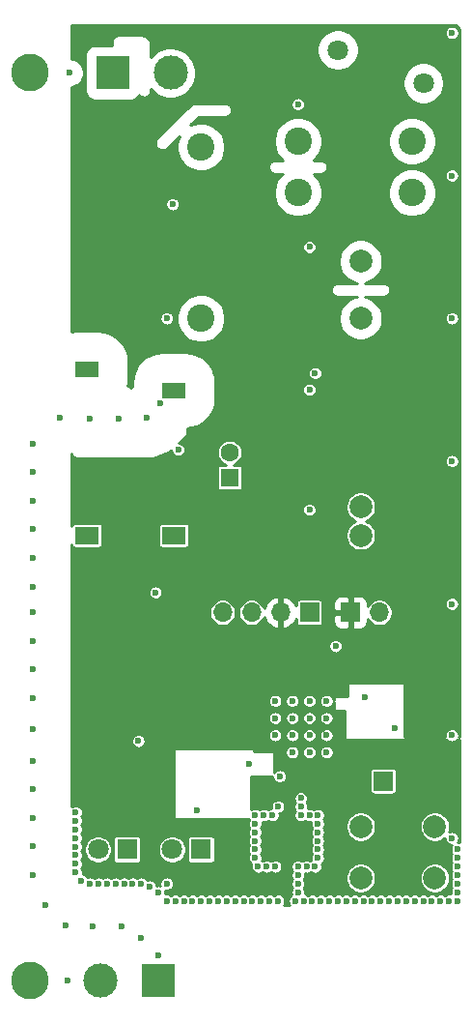
<source format=gbr>
G04 #@! TF.GenerationSoftware,KiCad,Pcbnew,(5.1.5)-3*
G04 #@! TF.CreationDate,2021-07-22T12:57:42-03:00*
G04 #@! TF.ProjectId,relayer_hw,72656c61-7965-4725-9f68-772e6b696361,rev?*
G04 #@! TF.SameCoordinates,Original*
G04 #@! TF.FileFunction,Copper,L2,Inr*
G04 #@! TF.FilePolarity,Positive*
%FSLAX46Y46*%
G04 Gerber Fmt 4.6, Leading zero omitted, Abs format (unit mm)*
G04 Created by KiCad (PCBNEW (5.1.5)-3) date 2021-07-22 12:57:42*
%MOMM*%
%LPD*%
G04 APERTURE LIST*
%ADD10R,2.000000X1.400000*%
%ADD11R,2.100000X1.550000*%
%ADD12C,3.300000*%
%ADD13C,2.400000*%
%ADD14R,1.800000X1.800000*%
%ADD15C,1.800000*%
%ADD16R,1.700000X1.700000*%
%ADD17O,1.700000X1.700000*%
%ADD18C,2.000000*%
%ADD19R,3.000000X3.000000*%
%ADD20C,3.000000*%
%ADD21R,1.600000X1.600000*%
%ADD22C,1.600000*%
%ADD23C,0.600000*%
%ADD24C,0.254000*%
G04 APERTURE END LIST*
D10*
X146620000Y-85300000D03*
X139000000Y-83460000D03*
D11*
X146620000Y-98000000D03*
X139000000Y-98000000D03*
D12*
X134000000Y-137000000D03*
X134000000Y-57500000D03*
D13*
X149000000Y-64000000D03*
X149000000Y-79000000D03*
D14*
X149000000Y-125500000D03*
D15*
X146460000Y-125500000D03*
X139960000Y-125500000D03*
D14*
X142500000Y-125500000D03*
D16*
X162100000Y-104750000D03*
D17*
X164640000Y-104750000D03*
D16*
X158500000Y-104750000D03*
D17*
X155960000Y-104750000D03*
X153420000Y-104750000D03*
X150880000Y-104750000D03*
D13*
X167500000Y-63500000D03*
X167500000Y-68000000D03*
X157500000Y-63500000D03*
X157500000Y-68000000D03*
D18*
X163000000Y-74000000D03*
X163000000Y-79000000D03*
X163000000Y-95500000D03*
X163000000Y-98000000D03*
D15*
X161000000Y-55500000D03*
X168500000Y-58400000D03*
D18*
X163000000Y-128000000D03*
X163000000Y-123500000D03*
X169500000Y-128000000D03*
X169500000Y-123500000D03*
D19*
X141250000Y-57500000D03*
D20*
X146330000Y-57500000D03*
D19*
X145250000Y-137000000D03*
D20*
X140170000Y-137000000D03*
D16*
X165000000Y-119500000D03*
D21*
X151510000Y-92940000D03*
D22*
X151510000Y-90740000D03*
D23*
X159000000Y-83800000D03*
X158000000Y-91000000D03*
X158200000Y-119700000D03*
X141000000Y-112000000D03*
X142000000Y-112000000D03*
X143000000Y-112000000D03*
X142500000Y-111250000D03*
X141500000Y-111250000D03*
X140500000Y-111250000D03*
X150000000Y-113050000D03*
X152950000Y-109800000D03*
X156200000Y-109670000D03*
X162515000Y-116600000D03*
X142600000Y-103000000D03*
X154900000Y-121700000D03*
X160500000Y-108750000D03*
X163400000Y-110400000D03*
X137250000Y-137000000D03*
X137500000Y-57500000D03*
X148600000Y-122100000D03*
X163400000Y-112200000D03*
X153200000Y-118000000D03*
X155500000Y-114000000D03*
X160000000Y-117000000D03*
X158500000Y-117000000D03*
X157000000Y-117000000D03*
X155500000Y-115500000D03*
X157000000Y-115500000D03*
X158500000Y-115500000D03*
X160000000Y-115500000D03*
X157000000Y-114000000D03*
X158500000Y-114000000D03*
X160000000Y-114000000D03*
X160000000Y-112500000D03*
X158500000Y-112500000D03*
X157000000Y-112500000D03*
X155500000Y-112500000D03*
X166000000Y-114900000D03*
X152000000Y-130000000D03*
X171500000Y-129250000D03*
X171500000Y-128500000D03*
X171500000Y-127750000D03*
X170750000Y-130000000D03*
X170000000Y-130000000D03*
X169250000Y-130000000D03*
X168500000Y-130000000D03*
X167750000Y-130000000D03*
X167000000Y-130000000D03*
X166250000Y-130000000D03*
X165500000Y-130000000D03*
X164750000Y-130000000D03*
X164000000Y-130000000D03*
X163250000Y-130000000D03*
X162500000Y-130000000D03*
X161750000Y-130000000D03*
X161000000Y-130000000D03*
X160250000Y-130000000D03*
X159500000Y-130000000D03*
X158750000Y-130000000D03*
X158000000Y-130000000D03*
X157250000Y-130000000D03*
X155750000Y-130000000D03*
X155000000Y-130000000D03*
X154250000Y-130000000D03*
X153500000Y-130000000D03*
X152750000Y-130000000D03*
X157500000Y-129250000D03*
X157500000Y-128500000D03*
X157500000Y-127750000D03*
X157500000Y-127000000D03*
X158250000Y-127000000D03*
X158500000Y-122500000D03*
X157750000Y-122500000D03*
X157750000Y-121750000D03*
X157750000Y-121000000D03*
X159000000Y-127000000D03*
X159250000Y-126250000D03*
X159250000Y-125500000D03*
X159250000Y-124750000D03*
X159250000Y-124000000D03*
X159250000Y-123250000D03*
X159250000Y-122500000D03*
X155500000Y-127000000D03*
X154750000Y-127000000D03*
X154000000Y-127000000D03*
X153750000Y-126250000D03*
X153750000Y-125500000D03*
X153750000Y-124750000D03*
X153750000Y-124000000D03*
X153750000Y-123250000D03*
X153750000Y-122500000D03*
X154500000Y-122500000D03*
X155250000Y-122500000D03*
X155750000Y-121750000D03*
X171500000Y-130000000D03*
X155900000Y-119100000D03*
X151250000Y-130000000D03*
X150500000Y-130000000D03*
X149750000Y-130000000D03*
X149000000Y-130000000D03*
X148250000Y-130000000D03*
X147500000Y-130000000D03*
X146750000Y-130000000D03*
X146000000Y-130000000D03*
X145250000Y-129250000D03*
X144500000Y-128750000D03*
X143750000Y-128500000D03*
X143000000Y-128500000D03*
X142250000Y-128500000D03*
X141500000Y-128500000D03*
X140750000Y-128500000D03*
X140000000Y-128500000D03*
X139250000Y-128500000D03*
X138500000Y-128250000D03*
X138000000Y-127500000D03*
X138000000Y-126750000D03*
X138000000Y-126000000D03*
X138000000Y-125250000D03*
X138000000Y-124500000D03*
X138000000Y-123750000D03*
X138000000Y-123000000D03*
X138000000Y-122250000D03*
X171500000Y-127000000D03*
X171500000Y-126250000D03*
X171500000Y-125500000D03*
X171000000Y-54000000D03*
X171000000Y-66500000D03*
X171000000Y-79000000D03*
X171000000Y-91500000D03*
X171000000Y-104000000D03*
X157500000Y-60250000D03*
X158500000Y-72750000D03*
X158500000Y-85250000D03*
X158500000Y-95750000D03*
X146000000Y-79000000D03*
X146000000Y-128500000D03*
X147000000Y-90500000D03*
X145000000Y-103000000D03*
X143500000Y-116000000D03*
X171000000Y-115500000D03*
X146500000Y-69000000D03*
X171000000Y-124500000D03*
X160800000Y-107700000D03*
X143750000Y-133250000D03*
X144210000Y-87710000D03*
X141750000Y-87750000D03*
X139250000Y-87750000D03*
X145460000Y-86460000D03*
X136575010Y-87700000D03*
X134275010Y-90000000D03*
X134275010Y-92474990D03*
X134275010Y-94974990D03*
X134275010Y-97474990D03*
X134275010Y-99974990D03*
X134275010Y-102474990D03*
X134275010Y-104724990D03*
X134275010Y-107224990D03*
X134275010Y-109724990D03*
X134275010Y-112224990D03*
X134275010Y-114974990D03*
X134275010Y-117724990D03*
X134275010Y-120224990D03*
X134275010Y-122724990D03*
X134275010Y-125224990D03*
X134275010Y-127724990D03*
X135375000Y-130375000D03*
X137125000Y-132125000D03*
X139500000Y-132250000D03*
X142000000Y-132250000D03*
X145250000Y-134750000D03*
D24*
G36*
X171648000Y-53645804D02*
G01*
X171648001Y-115623000D01*
X171614818Y-115623000D01*
X171627000Y-115561754D01*
X171627000Y-115438246D01*
X171602905Y-115317111D01*
X171555640Y-115203004D01*
X171487023Y-115100311D01*
X171399689Y-115012977D01*
X171296996Y-114944360D01*
X171182889Y-114897095D01*
X171061754Y-114873000D01*
X170938246Y-114873000D01*
X170817111Y-114897095D01*
X170703004Y-114944360D01*
X170600311Y-115012977D01*
X170512977Y-115100311D01*
X170444360Y-115203004D01*
X170397095Y-115317111D01*
X170373000Y-115438246D01*
X170373000Y-115561754D01*
X170385182Y-115623000D01*
X166877000Y-115623000D01*
X166877000Y-111000000D01*
X166874560Y-110975224D01*
X166867333Y-110951399D01*
X166855597Y-110929443D01*
X166839803Y-110910197D01*
X166820557Y-110894403D01*
X166798601Y-110882667D01*
X166774776Y-110875440D01*
X166750000Y-110873000D01*
X162000000Y-110873000D01*
X161975224Y-110875440D01*
X161951399Y-110882667D01*
X161929443Y-110894403D01*
X161910197Y-110910197D01*
X161894403Y-110929443D01*
X161882667Y-110951399D01*
X161875440Y-110975224D01*
X161873000Y-111000000D01*
X161873000Y-112123000D01*
X160750000Y-112123000D01*
X160725224Y-112125440D01*
X160701399Y-112132667D01*
X160679443Y-112144403D01*
X160660197Y-112160197D01*
X160644403Y-112179443D01*
X160632667Y-112201399D01*
X160625440Y-112225224D01*
X160623000Y-112250000D01*
X160623000Y-112418136D01*
X160602905Y-112317111D01*
X160555640Y-112203004D01*
X160487023Y-112100311D01*
X160399689Y-112012977D01*
X160296996Y-111944360D01*
X160182889Y-111897095D01*
X160061754Y-111873000D01*
X159938246Y-111873000D01*
X159817111Y-111897095D01*
X159703004Y-111944360D01*
X159600311Y-112012977D01*
X159512977Y-112100311D01*
X159444360Y-112203004D01*
X159397095Y-112317111D01*
X159373000Y-112438246D01*
X159373000Y-112561754D01*
X159397095Y-112682889D01*
X159444360Y-112796996D01*
X159512977Y-112899689D01*
X159600311Y-112987023D01*
X159703004Y-113055640D01*
X159817111Y-113102905D01*
X159938246Y-113127000D01*
X160061754Y-113127000D01*
X160182889Y-113102905D01*
X160296996Y-113055640D01*
X160399689Y-112987023D01*
X160487023Y-112899689D01*
X160555640Y-112796996D01*
X160602905Y-112682889D01*
X160623000Y-112581864D01*
X160623000Y-113250000D01*
X160625440Y-113274776D01*
X160632667Y-113298601D01*
X160644403Y-113320557D01*
X160660197Y-113339803D01*
X160679443Y-113355597D01*
X160701399Y-113367333D01*
X160725224Y-113374560D01*
X160750000Y-113377000D01*
X161623000Y-113377000D01*
X161623000Y-115750000D01*
X161625440Y-115774776D01*
X161632667Y-115798601D01*
X161644403Y-115820557D01*
X161660197Y-115839803D01*
X161679443Y-115855597D01*
X161701399Y-115867333D01*
X161725224Y-115874560D01*
X161750000Y-115877000D01*
X170497817Y-115877000D01*
X170512977Y-115899689D01*
X170600311Y-115987023D01*
X170703004Y-116055640D01*
X170817111Y-116102905D01*
X170938246Y-116127000D01*
X171061754Y-116127000D01*
X171182889Y-116102905D01*
X171296996Y-116055640D01*
X171399689Y-115987023D01*
X171487023Y-115899689D01*
X171502183Y-115877000D01*
X171648001Y-115877000D01*
X171648001Y-124890155D01*
X171561754Y-124873000D01*
X171504856Y-124873000D01*
X171555640Y-124796996D01*
X171602905Y-124682889D01*
X171627000Y-124561754D01*
X171627000Y-124438246D01*
X171602905Y-124317111D01*
X171555640Y-124203004D01*
X171487023Y-124100311D01*
X171399689Y-124012977D01*
X171296996Y-123944360D01*
X171182889Y-123897095D01*
X171061754Y-123873000D01*
X170938246Y-123873000D01*
X170817111Y-123897095D01*
X170762479Y-123919725D01*
X170776004Y-123887072D01*
X170827000Y-123630698D01*
X170827000Y-123369302D01*
X170776004Y-123112928D01*
X170675972Y-122871430D01*
X170530748Y-122654087D01*
X170345913Y-122469252D01*
X170128570Y-122324028D01*
X169887072Y-122223996D01*
X169630698Y-122173000D01*
X169369302Y-122173000D01*
X169112928Y-122223996D01*
X168871430Y-122324028D01*
X168654087Y-122469252D01*
X168469252Y-122654087D01*
X168324028Y-122871430D01*
X168223996Y-123112928D01*
X168173000Y-123369302D01*
X168173000Y-123630698D01*
X168223996Y-123887072D01*
X168324028Y-124128570D01*
X168469252Y-124345913D01*
X168654087Y-124530748D01*
X168871430Y-124675972D01*
X169112928Y-124776004D01*
X169369302Y-124827000D01*
X169630698Y-124827000D01*
X169887072Y-124776004D01*
X170128570Y-124675972D01*
X170345913Y-124530748D01*
X170373000Y-124503661D01*
X170373000Y-124561754D01*
X170397095Y-124682889D01*
X170444360Y-124796996D01*
X170512977Y-124899689D01*
X170600311Y-124987023D01*
X170703004Y-125055640D01*
X170817111Y-125102905D01*
X170938246Y-125127000D01*
X170995144Y-125127000D01*
X170944360Y-125203004D01*
X170897095Y-125317111D01*
X170873000Y-125438246D01*
X170873000Y-125561754D01*
X170897095Y-125682889D01*
X170944360Y-125796996D01*
X170996480Y-125875000D01*
X170944360Y-125953004D01*
X170897095Y-126067111D01*
X170873000Y-126188246D01*
X170873000Y-126311754D01*
X170897095Y-126432889D01*
X170944360Y-126546996D01*
X170996480Y-126625000D01*
X170944360Y-126703004D01*
X170897095Y-126817111D01*
X170873000Y-126938246D01*
X170873000Y-127061754D01*
X170897095Y-127182889D01*
X170944360Y-127296996D01*
X170996480Y-127375000D01*
X170944360Y-127453004D01*
X170897095Y-127567111D01*
X170873000Y-127688246D01*
X170873000Y-127811754D01*
X170897095Y-127932889D01*
X170944360Y-128046996D01*
X170996480Y-128125000D01*
X170944360Y-128203004D01*
X170897095Y-128317111D01*
X170873000Y-128438246D01*
X170873000Y-128561754D01*
X170897095Y-128682889D01*
X170944360Y-128796996D01*
X170996480Y-128875000D01*
X170944360Y-128953004D01*
X170897095Y-129067111D01*
X170873000Y-129188246D01*
X170873000Y-129311754D01*
X170888207Y-129388207D01*
X170811754Y-129373000D01*
X170688246Y-129373000D01*
X170567111Y-129397095D01*
X170453004Y-129444360D01*
X170375000Y-129496480D01*
X170296996Y-129444360D01*
X170182889Y-129397095D01*
X170061754Y-129373000D01*
X169938246Y-129373000D01*
X169817111Y-129397095D01*
X169703004Y-129444360D01*
X169625000Y-129496480D01*
X169546996Y-129444360D01*
X169432889Y-129397095D01*
X169311754Y-129373000D01*
X169188246Y-129373000D01*
X169067111Y-129397095D01*
X168953004Y-129444360D01*
X168875000Y-129496480D01*
X168796996Y-129444360D01*
X168682889Y-129397095D01*
X168561754Y-129373000D01*
X168438246Y-129373000D01*
X168317111Y-129397095D01*
X168203004Y-129444360D01*
X168125000Y-129496480D01*
X168046996Y-129444360D01*
X167932889Y-129397095D01*
X167811754Y-129373000D01*
X167688246Y-129373000D01*
X167567111Y-129397095D01*
X167453004Y-129444360D01*
X167375000Y-129496480D01*
X167296996Y-129444360D01*
X167182889Y-129397095D01*
X167061754Y-129373000D01*
X166938246Y-129373000D01*
X166817111Y-129397095D01*
X166703004Y-129444360D01*
X166625000Y-129496480D01*
X166546996Y-129444360D01*
X166432889Y-129397095D01*
X166311754Y-129373000D01*
X166188246Y-129373000D01*
X166067111Y-129397095D01*
X165953004Y-129444360D01*
X165875000Y-129496480D01*
X165796996Y-129444360D01*
X165682889Y-129397095D01*
X165561754Y-129373000D01*
X165438246Y-129373000D01*
X165317111Y-129397095D01*
X165203004Y-129444360D01*
X165125000Y-129496480D01*
X165046996Y-129444360D01*
X164932889Y-129397095D01*
X164811754Y-129373000D01*
X164688246Y-129373000D01*
X164567111Y-129397095D01*
X164453004Y-129444360D01*
X164375000Y-129496480D01*
X164296996Y-129444360D01*
X164182889Y-129397095D01*
X164061754Y-129373000D01*
X163938246Y-129373000D01*
X163817111Y-129397095D01*
X163703004Y-129444360D01*
X163625000Y-129496480D01*
X163546996Y-129444360D01*
X163432889Y-129397095D01*
X163311754Y-129373000D01*
X163188246Y-129373000D01*
X163067111Y-129397095D01*
X162953004Y-129444360D01*
X162875000Y-129496480D01*
X162796996Y-129444360D01*
X162682889Y-129397095D01*
X162561754Y-129373000D01*
X162438246Y-129373000D01*
X162317111Y-129397095D01*
X162203004Y-129444360D01*
X162125000Y-129496480D01*
X162046996Y-129444360D01*
X161932889Y-129397095D01*
X161811754Y-129373000D01*
X161688246Y-129373000D01*
X161567111Y-129397095D01*
X161453004Y-129444360D01*
X161375000Y-129496480D01*
X161296996Y-129444360D01*
X161182889Y-129397095D01*
X161061754Y-129373000D01*
X160938246Y-129373000D01*
X160817111Y-129397095D01*
X160703004Y-129444360D01*
X160625000Y-129496480D01*
X160546996Y-129444360D01*
X160432889Y-129397095D01*
X160311754Y-129373000D01*
X160188246Y-129373000D01*
X160067111Y-129397095D01*
X159953004Y-129444360D01*
X159875000Y-129496480D01*
X159796996Y-129444360D01*
X159682889Y-129397095D01*
X159561754Y-129373000D01*
X159438246Y-129373000D01*
X159317111Y-129397095D01*
X159203004Y-129444360D01*
X159125000Y-129496480D01*
X159046996Y-129444360D01*
X158932889Y-129397095D01*
X158811754Y-129373000D01*
X158688246Y-129373000D01*
X158567111Y-129397095D01*
X158453004Y-129444360D01*
X158375000Y-129496480D01*
X158296996Y-129444360D01*
X158182889Y-129397095D01*
X158112798Y-129383153D01*
X158127000Y-129311754D01*
X158127000Y-129188246D01*
X158102905Y-129067111D01*
X158055640Y-128953004D01*
X158003520Y-128875000D01*
X158055640Y-128796996D01*
X158102905Y-128682889D01*
X158127000Y-128561754D01*
X158127000Y-128438246D01*
X158102905Y-128317111D01*
X158055640Y-128203004D01*
X158003520Y-128125000D01*
X158055640Y-128046996D01*
X158102905Y-127932889D01*
X158115553Y-127869302D01*
X161673000Y-127869302D01*
X161673000Y-128130698D01*
X161723996Y-128387072D01*
X161824028Y-128628570D01*
X161969252Y-128845913D01*
X162154087Y-129030748D01*
X162371430Y-129175972D01*
X162612928Y-129276004D01*
X162869302Y-129327000D01*
X163130698Y-129327000D01*
X163387072Y-129276004D01*
X163628570Y-129175972D01*
X163845913Y-129030748D01*
X164030748Y-128845913D01*
X164175972Y-128628570D01*
X164276004Y-128387072D01*
X164327000Y-128130698D01*
X164327000Y-127869302D01*
X168173000Y-127869302D01*
X168173000Y-128130698D01*
X168223996Y-128387072D01*
X168324028Y-128628570D01*
X168469252Y-128845913D01*
X168654087Y-129030748D01*
X168871430Y-129175972D01*
X169112928Y-129276004D01*
X169369302Y-129327000D01*
X169630698Y-129327000D01*
X169887072Y-129276004D01*
X170128570Y-129175972D01*
X170345913Y-129030748D01*
X170530748Y-128845913D01*
X170675972Y-128628570D01*
X170776004Y-128387072D01*
X170827000Y-128130698D01*
X170827000Y-127869302D01*
X170776004Y-127612928D01*
X170675972Y-127371430D01*
X170530748Y-127154087D01*
X170345913Y-126969252D01*
X170128570Y-126824028D01*
X169887072Y-126723996D01*
X169630698Y-126673000D01*
X169369302Y-126673000D01*
X169112928Y-126723996D01*
X168871430Y-126824028D01*
X168654087Y-126969252D01*
X168469252Y-127154087D01*
X168324028Y-127371430D01*
X168223996Y-127612928D01*
X168173000Y-127869302D01*
X164327000Y-127869302D01*
X164276004Y-127612928D01*
X164175972Y-127371430D01*
X164030748Y-127154087D01*
X163845913Y-126969252D01*
X163628570Y-126824028D01*
X163387072Y-126723996D01*
X163130698Y-126673000D01*
X162869302Y-126673000D01*
X162612928Y-126723996D01*
X162371430Y-126824028D01*
X162154087Y-126969252D01*
X161969252Y-127154087D01*
X161824028Y-127371430D01*
X161723996Y-127612928D01*
X161673000Y-127869302D01*
X158115553Y-127869302D01*
X158127000Y-127811754D01*
X158127000Y-127688246D01*
X158111793Y-127611793D01*
X158188246Y-127627000D01*
X158311754Y-127627000D01*
X158432889Y-127602905D01*
X158546996Y-127555640D01*
X158625000Y-127503520D01*
X158703004Y-127555640D01*
X158817111Y-127602905D01*
X158938246Y-127627000D01*
X159061754Y-127627000D01*
X159182889Y-127602905D01*
X159296996Y-127555640D01*
X159399689Y-127487023D01*
X159487023Y-127399689D01*
X159555640Y-127296996D01*
X159602905Y-127182889D01*
X159627000Y-127061754D01*
X159627000Y-126938246D01*
X159602905Y-126817111D01*
X159587064Y-126778868D01*
X159649689Y-126737023D01*
X159737023Y-126649689D01*
X159805640Y-126546996D01*
X159852905Y-126432889D01*
X159877000Y-126311754D01*
X159877000Y-126188246D01*
X159852905Y-126067111D01*
X159805640Y-125953004D01*
X159753520Y-125875000D01*
X159805640Y-125796996D01*
X159852905Y-125682889D01*
X159877000Y-125561754D01*
X159877000Y-125438246D01*
X159852905Y-125317111D01*
X159805640Y-125203004D01*
X159753520Y-125125000D01*
X159805640Y-125046996D01*
X159852905Y-124932889D01*
X159877000Y-124811754D01*
X159877000Y-124688246D01*
X159852905Y-124567111D01*
X159805640Y-124453004D01*
X159753520Y-124375000D01*
X159805640Y-124296996D01*
X159852905Y-124182889D01*
X159877000Y-124061754D01*
X159877000Y-123938246D01*
X159852905Y-123817111D01*
X159805640Y-123703004D01*
X159753520Y-123625000D01*
X159805640Y-123546996D01*
X159852905Y-123432889D01*
X159865553Y-123369302D01*
X161673000Y-123369302D01*
X161673000Y-123630698D01*
X161723996Y-123887072D01*
X161824028Y-124128570D01*
X161969252Y-124345913D01*
X162154087Y-124530748D01*
X162371430Y-124675972D01*
X162612928Y-124776004D01*
X162869302Y-124827000D01*
X163130698Y-124827000D01*
X163387072Y-124776004D01*
X163628570Y-124675972D01*
X163845913Y-124530748D01*
X164030748Y-124345913D01*
X164175972Y-124128570D01*
X164276004Y-123887072D01*
X164327000Y-123630698D01*
X164327000Y-123369302D01*
X164276004Y-123112928D01*
X164175972Y-122871430D01*
X164030748Y-122654087D01*
X163845913Y-122469252D01*
X163628570Y-122324028D01*
X163387072Y-122223996D01*
X163130698Y-122173000D01*
X162869302Y-122173000D01*
X162612928Y-122223996D01*
X162371430Y-122324028D01*
X162154087Y-122469252D01*
X161969252Y-122654087D01*
X161824028Y-122871430D01*
X161723996Y-123112928D01*
X161673000Y-123369302D01*
X159865553Y-123369302D01*
X159877000Y-123311754D01*
X159877000Y-123188246D01*
X159852905Y-123067111D01*
X159805640Y-122953004D01*
X159753520Y-122875000D01*
X159805640Y-122796996D01*
X159852905Y-122682889D01*
X159877000Y-122561754D01*
X159877000Y-122438246D01*
X159852905Y-122317111D01*
X159805640Y-122203004D01*
X159737023Y-122100311D01*
X159649689Y-122012977D01*
X159546996Y-121944360D01*
X159432889Y-121897095D01*
X159311754Y-121873000D01*
X159188246Y-121873000D01*
X159067111Y-121897095D01*
X158953004Y-121944360D01*
X158875000Y-121996480D01*
X158796996Y-121944360D01*
X158682889Y-121897095D01*
X158561754Y-121873000D01*
X158438246Y-121873000D01*
X158361793Y-121888207D01*
X158377000Y-121811754D01*
X158377000Y-121688246D01*
X158352905Y-121567111D01*
X158305640Y-121453004D01*
X158253520Y-121375000D01*
X158305640Y-121296996D01*
X158352905Y-121182889D01*
X158377000Y-121061754D01*
X158377000Y-120938246D01*
X158352905Y-120817111D01*
X158305640Y-120703004D01*
X158237023Y-120600311D01*
X158149689Y-120512977D01*
X158046996Y-120444360D01*
X157932889Y-120397095D01*
X157811754Y-120373000D01*
X157688246Y-120373000D01*
X157567111Y-120397095D01*
X157453004Y-120444360D01*
X157350311Y-120512977D01*
X157262977Y-120600311D01*
X157194360Y-120703004D01*
X157147095Y-120817111D01*
X157123000Y-120938246D01*
X157123000Y-121061754D01*
X157147095Y-121182889D01*
X157194360Y-121296996D01*
X157246480Y-121375000D01*
X157194360Y-121453004D01*
X157147095Y-121567111D01*
X157123000Y-121688246D01*
X157123000Y-121811754D01*
X157147095Y-121932889D01*
X157194360Y-122046996D01*
X157246480Y-122125000D01*
X157194360Y-122203004D01*
X157147095Y-122317111D01*
X157123000Y-122438246D01*
X157123000Y-122561754D01*
X157147095Y-122682889D01*
X157194360Y-122796996D01*
X157262977Y-122899689D01*
X157350311Y-122987023D01*
X157453004Y-123055640D01*
X157567111Y-123102905D01*
X157688246Y-123127000D01*
X157811754Y-123127000D01*
X157932889Y-123102905D01*
X158046996Y-123055640D01*
X158125000Y-123003520D01*
X158203004Y-123055640D01*
X158317111Y-123102905D01*
X158438246Y-123127000D01*
X158561754Y-123127000D01*
X158638207Y-123111793D01*
X158623000Y-123188246D01*
X158623000Y-123311754D01*
X158647095Y-123432889D01*
X158694360Y-123546996D01*
X158746480Y-123625000D01*
X158694360Y-123703004D01*
X158647095Y-123817111D01*
X158623000Y-123938246D01*
X158623000Y-124061754D01*
X158647095Y-124182889D01*
X158694360Y-124296996D01*
X158746480Y-124375000D01*
X158694360Y-124453004D01*
X158647095Y-124567111D01*
X158623000Y-124688246D01*
X158623000Y-124811754D01*
X158647095Y-124932889D01*
X158694360Y-125046996D01*
X158746480Y-125125000D01*
X158694360Y-125203004D01*
X158647095Y-125317111D01*
X158623000Y-125438246D01*
X158623000Y-125561754D01*
X158647095Y-125682889D01*
X158694360Y-125796996D01*
X158746480Y-125875000D01*
X158694360Y-125953004D01*
X158647095Y-126067111D01*
X158623000Y-126188246D01*
X158623000Y-126311754D01*
X158647095Y-126432889D01*
X158662936Y-126471132D01*
X158625000Y-126496480D01*
X158546996Y-126444360D01*
X158432889Y-126397095D01*
X158311754Y-126373000D01*
X158188246Y-126373000D01*
X158067111Y-126397095D01*
X157953004Y-126444360D01*
X157875000Y-126496480D01*
X157796996Y-126444360D01*
X157682889Y-126397095D01*
X157561754Y-126373000D01*
X157438246Y-126373000D01*
X157317111Y-126397095D01*
X157203004Y-126444360D01*
X157100311Y-126512977D01*
X157012977Y-126600311D01*
X156944360Y-126703004D01*
X156897095Y-126817111D01*
X156873000Y-126938246D01*
X156873000Y-127061754D01*
X156897095Y-127182889D01*
X156944360Y-127296996D01*
X156996480Y-127375000D01*
X156944360Y-127453004D01*
X156897095Y-127567111D01*
X156873000Y-127688246D01*
X156873000Y-127811754D01*
X156897095Y-127932889D01*
X156944360Y-128046996D01*
X156996480Y-128125000D01*
X156944360Y-128203004D01*
X156897095Y-128317111D01*
X156873000Y-128438246D01*
X156873000Y-128561754D01*
X156897095Y-128682889D01*
X156944360Y-128796996D01*
X156996480Y-128875000D01*
X156944360Y-128953004D01*
X156897095Y-129067111D01*
X156873000Y-129188246D01*
X156873000Y-129311754D01*
X156897095Y-129432889D01*
X156912936Y-129471132D01*
X156850311Y-129512977D01*
X156762977Y-129600311D01*
X156694360Y-129703004D01*
X156647095Y-129817111D01*
X156623000Y-129938246D01*
X156623000Y-130061754D01*
X156647095Y-130182889D01*
X156694360Y-130296996D01*
X156745144Y-130373000D01*
X156254856Y-130373000D01*
X156305640Y-130296996D01*
X156352905Y-130182889D01*
X156377000Y-130061754D01*
X156377000Y-129938246D01*
X156352905Y-129817111D01*
X156305640Y-129703004D01*
X156237023Y-129600311D01*
X156149689Y-129512977D01*
X156046996Y-129444360D01*
X155932889Y-129397095D01*
X155811754Y-129373000D01*
X155688246Y-129373000D01*
X155567111Y-129397095D01*
X155453004Y-129444360D01*
X155375000Y-129496480D01*
X155296996Y-129444360D01*
X155182889Y-129397095D01*
X155061754Y-129373000D01*
X154938246Y-129373000D01*
X154817111Y-129397095D01*
X154703004Y-129444360D01*
X154625000Y-129496480D01*
X154546996Y-129444360D01*
X154432889Y-129397095D01*
X154311754Y-129373000D01*
X154188246Y-129373000D01*
X154067111Y-129397095D01*
X153953004Y-129444360D01*
X153875000Y-129496480D01*
X153796996Y-129444360D01*
X153682889Y-129397095D01*
X153561754Y-129373000D01*
X153438246Y-129373000D01*
X153317111Y-129397095D01*
X153203004Y-129444360D01*
X153125000Y-129496480D01*
X153046996Y-129444360D01*
X152932889Y-129397095D01*
X152811754Y-129373000D01*
X152688246Y-129373000D01*
X152567111Y-129397095D01*
X152453004Y-129444360D01*
X152375000Y-129496480D01*
X152296996Y-129444360D01*
X152182889Y-129397095D01*
X152061754Y-129373000D01*
X151938246Y-129373000D01*
X151817111Y-129397095D01*
X151703004Y-129444360D01*
X151625000Y-129496480D01*
X151546996Y-129444360D01*
X151432889Y-129397095D01*
X151311754Y-129373000D01*
X151188246Y-129373000D01*
X151067111Y-129397095D01*
X150953004Y-129444360D01*
X150875000Y-129496480D01*
X150796996Y-129444360D01*
X150682889Y-129397095D01*
X150561754Y-129373000D01*
X150438246Y-129373000D01*
X150317111Y-129397095D01*
X150203004Y-129444360D01*
X150125000Y-129496480D01*
X150046996Y-129444360D01*
X149932889Y-129397095D01*
X149811754Y-129373000D01*
X149688246Y-129373000D01*
X149567111Y-129397095D01*
X149453004Y-129444360D01*
X149375000Y-129496480D01*
X149296996Y-129444360D01*
X149182889Y-129397095D01*
X149061754Y-129373000D01*
X148938246Y-129373000D01*
X148817111Y-129397095D01*
X148703004Y-129444360D01*
X148625000Y-129496480D01*
X148546996Y-129444360D01*
X148432889Y-129397095D01*
X148311754Y-129373000D01*
X148188246Y-129373000D01*
X148067111Y-129397095D01*
X147953004Y-129444360D01*
X147875000Y-129496480D01*
X147796996Y-129444360D01*
X147682889Y-129397095D01*
X147561754Y-129373000D01*
X147438246Y-129373000D01*
X147317111Y-129397095D01*
X147203004Y-129444360D01*
X147125000Y-129496480D01*
X147046996Y-129444360D01*
X146932889Y-129397095D01*
X146811754Y-129373000D01*
X146688246Y-129373000D01*
X146567111Y-129397095D01*
X146453004Y-129444360D01*
X146375000Y-129496480D01*
X146296996Y-129444360D01*
X146182889Y-129397095D01*
X146061754Y-129373000D01*
X145938246Y-129373000D01*
X145861793Y-129388207D01*
X145877000Y-129311754D01*
X145877000Y-129188246D01*
X145861793Y-129111793D01*
X145938246Y-129127000D01*
X146061754Y-129127000D01*
X146182889Y-129102905D01*
X146296996Y-129055640D01*
X146399689Y-128987023D01*
X146487023Y-128899689D01*
X146555640Y-128796996D01*
X146602905Y-128682889D01*
X146627000Y-128561754D01*
X146627000Y-128438246D01*
X146602905Y-128317111D01*
X146555640Y-128203004D01*
X146487023Y-128100311D01*
X146399689Y-128012977D01*
X146296996Y-127944360D01*
X146182889Y-127897095D01*
X146061754Y-127873000D01*
X145938246Y-127873000D01*
X145817111Y-127897095D01*
X145703004Y-127944360D01*
X145600311Y-128012977D01*
X145512977Y-128100311D01*
X145444360Y-128203004D01*
X145397095Y-128317111D01*
X145373000Y-128438246D01*
X145373000Y-128561754D01*
X145388207Y-128638207D01*
X145311754Y-128623000D01*
X145188246Y-128623000D01*
X145116847Y-128637202D01*
X145102905Y-128567111D01*
X145055640Y-128453004D01*
X144987023Y-128350311D01*
X144899689Y-128262977D01*
X144796996Y-128194360D01*
X144682889Y-128147095D01*
X144561754Y-128123000D01*
X144438246Y-128123000D01*
X144317111Y-128147095D01*
X144278868Y-128162936D01*
X144237023Y-128100311D01*
X144149689Y-128012977D01*
X144046996Y-127944360D01*
X143932889Y-127897095D01*
X143811754Y-127873000D01*
X143688246Y-127873000D01*
X143567111Y-127897095D01*
X143453004Y-127944360D01*
X143375000Y-127996480D01*
X143296996Y-127944360D01*
X143182889Y-127897095D01*
X143061754Y-127873000D01*
X142938246Y-127873000D01*
X142817111Y-127897095D01*
X142703004Y-127944360D01*
X142625000Y-127996480D01*
X142546996Y-127944360D01*
X142432889Y-127897095D01*
X142311754Y-127873000D01*
X142188246Y-127873000D01*
X142067111Y-127897095D01*
X141953004Y-127944360D01*
X141875000Y-127996480D01*
X141796996Y-127944360D01*
X141682889Y-127897095D01*
X141561754Y-127873000D01*
X141438246Y-127873000D01*
X141317111Y-127897095D01*
X141203004Y-127944360D01*
X141125000Y-127996480D01*
X141046996Y-127944360D01*
X140932889Y-127897095D01*
X140811754Y-127873000D01*
X140688246Y-127873000D01*
X140567111Y-127897095D01*
X140453004Y-127944360D01*
X140375000Y-127996480D01*
X140296996Y-127944360D01*
X140182889Y-127897095D01*
X140061754Y-127873000D01*
X139938246Y-127873000D01*
X139817111Y-127897095D01*
X139703004Y-127944360D01*
X139625000Y-127996480D01*
X139546996Y-127944360D01*
X139432889Y-127897095D01*
X139311754Y-127873000D01*
X139188246Y-127873000D01*
X139067111Y-127897095D01*
X139028868Y-127912936D01*
X138987023Y-127850311D01*
X138899689Y-127762977D01*
X138796996Y-127694360D01*
X138682889Y-127647095D01*
X138612798Y-127633153D01*
X138627000Y-127561754D01*
X138627000Y-127438246D01*
X138602905Y-127317111D01*
X138555640Y-127203004D01*
X138503520Y-127125000D01*
X138555640Y-127046996D01*
X138602905Y-126932889D01*
X138627000Y-126811754D01*
X138627000Y-126688246D01*
X138602905Y-126567111D01*
X138555640Y-126453004D01*
X138503520Y-126375000D01*
X138555640Y-126296996D01*
X138602905Y-126182889D01*
X138627000Y-126061754D01*
X138627000Y-125938246D01*
X138602905Y-125817111D01*
X138555640Y-125703004D01*
X138503520Y-125625000D01*
X138555640Y-125546996D01*
X138602905Y-125432889D01*
X138613594Y-125379151D01*
X138733000Y-125379151D01*
X138733000Y-125620849D01*
X138780153Y-125857903D01*
X138872647Y-126081202D01*
X139006927Y-126282167D01*
X139177833Y-126453073D01*
X139378798Y-126587353D01*
X139602097Y-126679847D01*
X139839151Y-126727000D01*
X140080849Y-126727000D01*
X140317903Y-126679847D01*
X140541202Y-126587353D01*
X140742167Y-126453073D01*
X140913073Y-126282167D01*
X141047353Y-126081202D01*
X141139847Y-125857903D01*
X141187000Y-125620849D01*
X141187000Y-125379151D01*
X141139847Y-125142097D01*
X141047353Y-124918798D01*
X140913073Y-124717833D01*
X140795240Y-124600000D01*
X141271418Y-124600000D01*
X141271418Y-126400000D01*
X141277732Y-126464103D01*
X141296430Y-126525743D01*
X141326794Y-126582550D01*
X141367657Y-126632343D01*
X141417450Y-126673206D01*
X141474257Y-126703570D01*
X141535897Y-126722268D01*
X141600000Y-126728582D01*
X143400000Y-126728582D01*
X143464103Y-126722268D01*
X143525743Y-126703570D01*
X143582550Y-126673206D01*
X143632343Y-126632343D01*
X143673206Y-126582550D01*
X143703570Y-126525743D01*
X143722268Y-126464103D01*
X143728582Y-126400000D01*
X143728582Y-125379151D01*
X145233000Y-125379151D01*
X145233000Y-125620849D01*
X145280153Y-125857903D01*
X145372647Y-126081202D01*
X145506927Y-126282167D01*
X145677833Y-126453073D01*
X145878798Y-126587353D01*
X146102097Y-126679847D01*
X146339151Y-126727000D01*
X146580849Y-126727000D01*
X146817903Y-126679847D01*
X147041202Y-126587353D01*
X147242167Y-126453073D01*
X147413073Y-126282167D01*
X147547353Y-126081202D01*
X147639847Y-125857903D01*
X147687000Y-125620849D01*
X147687000Y-125379151D01*
X147639847Y-125142097D01*
X147547353Y-124918798D01*
X147413073Y-124717833D01*
X147295240Y-124600000D01*
X147771418Y-124600000D01*
X147771418Y-126400000D01*
X147777732Y-126464103D01*
X147796430Y-126525743D01*
X147826794Y-126582550D01*
X147867657Y-126632343D01*
X147917450Y-126673206D01*
X147974257Y-126703570D01*
X148035897Y-126722268D01*
X148100000Y-126728582D01*
X149900000Y-126728582D01*
X149964103Y-126722268D01*
X150025743Y-126703570D01*
X150082550Y-126673206D01*
X150132343Y-126632343D01*
X150173206Y-126582550D01*
X150203570Y-126525743D01*
X150222268Y-126464103D01*
X150228582Y-126400000D01*
X150228582Y-124600000D01*
X150222268Y-124535897D01*
X150203570Y-124474257D01*
X150173206Y-124417450D01*
X150132343Y-124367657D01*
X150082550Y-124326794D01*
X150025743Y-124296430D01*
X149964103Y-124277732D01*
X149900000Y-124271418D01*
X148100000Y-124271418D01*
X148035897Y-124277732D01*
X147974257Y-124296430D01*
X147917450Y-124326794D01*
X147867657Y-124367657D01*
X147826794Y-124417450D01*
X147796430Y-124474257D01*
X147777732Y-124535897D01*
X147771418Y-124600000D01*
X147295240Y-124600000D01*
X147242167Y-124546927D01*
X147041202Y-124412647D01*
X146817903Y-124320153D01*
X146580849Y-124273000D01*
X146339151Y-124273000D01*
X146102097Y-124320153D01*
X145878798Y-124412647D01*
X145677833Y-124546927D01*
X145506927Y-124717833D01*
X145372647Y-124918798D01*
X145280153Y-125142097D01*
X145233000Y-125379151D01*
X143728582Y-125379151D01*
X143728582Y-124600000D01*
X143722268Y-124535897D01*
X143703570Y-124474257D01*
X143673206Y-124417450D01*
X143632343Y-124367657D01*
X143582550Y-124326794D01*
X143525743Y-124296430D01*
X143464103Y-124277732D01*
X143400000Y-124271418D01*
X141600000Y-124271418D01*
X141535897Y-124277732D01*
X141474257Y-124296430D01*
X141417450Y-124326794D01*
X141367657Y-124367657D01*
X141326794Y-124417450D01*
X141296430Y-124474257D01*
X141277732Y-124535897D01*
X141271418Y-124600000D01*
X140795240Y-124600000D01*
X140742167Y-124546927D01*
X140541202Y-124412647D01*
X140317903Y-124320153D01*
X140080849Y-124273000D01*
X139839151Y-124273000D01*
X139602097Y-124320153D01*
X139378798Y-124412647D01*
X139177833Y-124546927D01*
X139006927Y-124717833D01*
X138872647Y-124918798D01*
X138780153Y-125142097D01*
X138733000Y-125379151D01*
X138613594Y-125379151D01*
X138627000Y-125311754D01*
X138627000Y-125188246D01*
X138602905Y-125067111D01*
X138555640Y-124953004D01*
X138503520Y-124875000D01*
X138555640Y-124796996D01*
X138602905Y-124682889D01*
X138627000Y-124561754D01*
X138627000Y-124438246D01*
X138602905Y-124317111D01*
X138555640Y-124203004D01*
X138503520Y-124125000D01*
X138555640Y-124046996D01*
X138602905Y-123932889D01*
X138627000Y-123811754D01*
X138627000Y-123688246D01*
X138602905Y-123567111D01*
X138555640Y-123453004D01*
X138503520Y-123375000D01*
X138555640Y-123296996D01*
X138602905Y-123182889D01*
X138627000Y-123061754D01*
X138627000Y-122938246D01*
X138602905Y-122817111D01*
X138555640Y-122703004D01*
X138503520Y-122625000D01*
X138555640Y-122546996D01*
X138602905Y-122432889D01*
X138627000Y-122311754D01*
X138627000Y-122188246D01*
X138602905Y-122067111D01*
X138555640Y-121953004D01*
X138487023Y-121850311D01*
X138399689Y-121762977D01*
X138296996Y-121694360D01*
X138182889Y-121647095D01*
X138061754Y-121623000D01*
X137938246Y-121623000D01*
X137817111Y-121647095D01*
X137703004Y-121694360D01*
X137627000Y-121745144D01*
X137627000Y-116750000D01*
X146623000Y-116750000D01*
X146623000Y-122700000D01*
X146625440Y-122724776D01*
X146632667Y-122748601D01*
X146644403Y-122770557D01*
X146660197Y-122789803D01*
X146679443Y-122805597D01*
X146701399Y-122817333D01*
X146725224Y-122824560D01*
X146750000Y-122827000D01*
X153214408Y-122827000D01*
X153246480Y-122875000D01*
X153194360Y-122953004D01*
X153147095Y-123067111D01*
X153123000Y-123188246D01*
X153123000Y-123311754D01*
X153147095Y-123432889D01*
X153194360Y-123546996D01*
X153246480Y-123625000D01*
X153194360Y-123703004D01*
X153147095Y-123817111D01*
X153123000Y-123938246D01*
X153123000Y-124061754D01*
X153147095Y-124182889D01*
X153194360Y-124296996D01*
X153246480Y-124375000D01*
X153194360Y-124453004D01*
X153147095Y-124567111D01*
X153123000Y-124688246D01*
X153123000Y-124811754D01*
X153147095Y-124932889D01*
X153194360Y-125046996D01*
X153246480Y-125125000D01*
X153194360Y-125203004D01*
X153147095Y-125317111D01*
X153123000Y-125438246D01*
X153123000Y-125561754D01*
X153147095Y-125682889D01*
X153194360Y-125796996D01*
X153246480Y-125875000D01*
X153194360Y-125953004D01*
X153147095Y-126067111D01*
X153123000Y-126188246D01*
X153123000Y-126311754D01*
X153147095Y-126432889D01*
X153194360Y-126546996D01*
X153262977Y-126649689D01*
X153350311Y-126737023D01*
X153412936Y-126778868D01*
X153397095Y-126817111D01*
X153373000Y-126938246D01*
X153373000Y-127061754D01*
X153397095Y-127182889D01*
X153444360Y-127296996D01*
X153512977Y-127399689D01*
X153600311Y-127487023D01*
X153703004Y-127555640D01*
X153817111Y-127602905D01*
X153938246Y-127627000D01*
X154061754Y-127627000D01*
X154182889Y-127602905D01*
X154296996Y-127555640D01*
X154375000Y-127503520D01*
X154453004Y-127555640D01*
X154567111Y-127602905D01*
X154688246Y-127627000D01*
X154811754Y-127627000D01*
X154932889Y-127602905D01*
X155046996Y-127555640D01*
X155125000Y-127503520D01*
X155203004Y-127555640D01*
X155317111Y-127602905D01*
X155438246Y-127627000D01*
X155561754Y-127627000D01*
X155682889Y-127602905D01*
X155796996Y-127555640D01*
X155899689Y-127487023D01*
X155987023Y-127399689D01*
X156055640Y-127296996D01*
X156102905Y-127182889D01*
X156127000Y-127061754D01*
X156127000Y-126938246D01*
X156102905Y-126817111D01*
X156055640Y-126703004D01*
X155987023Y-126600311D01*
X155899689Y-126512977D01*
X155796996Y-126444360D01*
X155682889Y-126397095D01*
X155561754Y-126373000D01*
X155438246Y-126373000D01*
X155317111Y-126397095D01*
X155203004Y-126444360D01*
X155125000Y-126496480D01*
X155046996Y-126444360D01*
X154932889Y-126397095D01*
X154811754Y-126373000D01*
X154688246Y-126373000D01*
X154567111Y-126397095D01*
X154453004Y-126444360D01*
X154375000Y-126496480D01*
X154337064Y-126471132D01*
X154352905Y-126432889D01*
X154377000Y-126311754D01*
X154377000Y-126188246D01*
X154352905Y-126067111D01*
X154305640Y-125953004D01*
X154253520Y-125875000D01*
X154305640Y-125796996D01*
X154352905Y-125682889D01*
X154377000Y-125561754D01*
X154377000Y-125438246D01*
X154352905Y-125317111D01*
X154305640Y-125203004D01*
X154253520Y-125125000D01*
X154305640Y-125046996D01*
X154352905Y-124932889D01*
X154377000Y-124811754D01*
X154377000Y-124688246D01*
X154352905Y-124567111D01*
X154305640Y-124453004D01*
X154253520Y-124375000D01*
X154305640Y-124296996D01*
X154352905Y-124182889D01*
X154377000Y-124061754D01*
X154377000Y-123938246D01*
X154352905Y-123817111D01*
X154305640Y-123703004D01*
X154253520Y-123625000D01*
X154305640Y-123546996D01*
X154352905Y-123432889D01*
X154377000Y-123311754D01*
X154377000Y-123188246D01*
X154361793Y-123111793D01*
X154438246Y-123127000D01*
X154561754Y-123127000D01*
X154682889Y-123102905D01*
X154796996Y-123055640D01*
X154875000Y-123003520D01*
X154953004Y-123055640D01*
X155067111Y-123102905D01*
X155188246Y-123127000D01*
X155311754Y-123127000D01*
X155432889Y-123102905D01*
X155546996Y-123055640D01*
X155649689Y-122987023D01*
X155737023Y-122899689D01*
X155805640Y-122796996D01*
X155852905Y-122682889D01*
X155877000Y-122561754D01*
X155877000Y-122438246D01*
X155862798Y-122366847D01*
X155932889Y-122352905D01*
X156046996Y-122305640D01*
X156149689Y-122237023D01*
X156237023Y-122149689D01*
X156305640Y-122046996D01*
X156352905Y-121932889D01*
X156377000Y-121811754D01*
X156377000Y-121688246D01*
X156352905Y-121567111D01*
X156305640Y-121453004D01*
X156237023Y-121350311D01*
X156149689Y-121262977D01*
X156046996Y-121194360D01*
X155932889Y-121147095D01*
X155811754Y-121123000D01*
X155688246Y-121123000D01*
X155567111Y-121147095D01*
X155453004Y-121194360D01*
X155350311Y-121262977D01*
X155262977Y-121350311D01*
X155194360Y-121453004D01*
X155147095Y-121567111D01*
X155123000Y-121688246D01*
X155123000Y-121811754D01*
X155137202Y-121883153D01*
X155067111Y-121897095D01*
X154953004Y-121944360D01*
X154875000Y-121996480D01*
X154796996Y-121944360D01*
X154682889Y-121897095D01*
X154561754Y-121873000D01*
X154438246Y-121873000D01*
X154317111Y-121897095D01*
X154203004Y-121944360D01*
X154125000Y-121996480D01*
X154046996Y-121944360D01*
X153932889Y-121897095D01*
X153811754Y-121873000D01*
X153688246Y-121873000D01*
X153567111Y-121897095D01*
X153453004Y-121944360D01*
X153377000Y-121995144D01*
X153377000Y-119127000D01*
X155250000Y-119127000D01*
X155273000Y-119124735D01*
X155273000Y-119161754D01*
X155297095Y-119282889D01*
X155344360Y-119396996D01*
X155412977Y-119499689D01*
X155500311Y-119587023D01*
X155603004Y-119655640D01*
X155717111Y-119702905D01*
X155838246Y-119727000D01*
X155961754Y-119727000D01*
X156082889Y-119702905D01*
X156196996Y-119655640D01*
X156299689Y-119587023D01*
X156387023Y-119499689D01*
X156455640Y-119396996D01*
X156502905Y-119282889D01*
X156527000Y-119161754D01*
X156527000Y-119038246D01*
X156502905Y-118917111D01*
X156455640Y-118803004D01*
X156387023Y-118700311D01*
X156336712Y-118650000D01*
X163821418Y-118650000D01*
X163821418Y-120350000D01*
X163827732Y-120414103D01*
X163846430Y-120475743D01*
X163876794Y-120532550D01*
X163917657Y-120582343D01*
X163967450Y-120623206D01*
X164024257Y-120653570D01*
X164085897Y-120672268D01*
X164150000Y-120678582D01*
X165850000Y-120678582D01*
X165914103Y-120672268D01*
X165975743Y-120653570D01*
X166032550Y-120623206D01*
X166082343Y-120582343D01*
X166123206Y-120532550D01*
X166153570Y-120475743D01*
X166172268Y-120414103D01*
X166178582Y-120350000D01*
X166178582Y-118650000D01*
X166172268Y-118585897D01*
X166153570Y-118524257D01*
X166123206Y-118467450D01*
X166082343Y-118417657D01*
X166032550Y-118376794D01*
X165975743Y-118346430D01*
X165914103Y-118327732D01*
X165850000Y-118321418D01*
X164150000Y-118321418D01*
X164085897Y-118327732D01*
X164024257Y-118346430D01*
X163967450Y-118376794D01*
X163917657Y-118417657D01*
X163876794Y-118467450D01*
X163846430Y-118524257D01*
X163827732Y-118585897D01*
X163821418Y-118650000D01*
X156336712Y-118650000D01*
X156299689Y-118612977D01*
X156196996Y-118544360D01*
X156082889Y-118497095D01*
X155961754Y-118473000D01*
X155838246Y-118473000D01*
X155717111Y-118497095D01*
X155603004Y-118544360D01*
X155500311Y-118612977D01*
X155412977Y-118700311D01*
X155377000Y-118754155D01*
X155377000Y-117000000D01*
X155374560Y-116975224D01*
X155367333Y-116951399D01*
X155360303Y-116938246D01*
X156373000Y-116938246D01*
X156373000Y-117061754D01*
X156397095Y-117182889D01*
X156444360Y-117296996D01*
X156512977Y-117399689D01*
X156600311Y-117487023D01*
X156703004Y-117555640D01*
X156817111Y-117602905D01*
X156938246Y-117627000D01*
X157061754Y-117627000D01*
X157182889Y-117602905D01*
X157296996Y-117555640D01*
X157399689Y-117487023D01*
X157487023Y-117399689D01*
X157555640Y-117296996D01*
X157602905Y-117182889D01*
X157627000Y-117061754D01*
X157627000Y-116938246D01*
X157873000Y-116938246D01*
X157873000Y-117061754D01*
X157897095Y-117182889D01*
X157944360Y-117296996D01*
X158012977Y-117399689D01*
X158100311Y-117487023D01*
X158203004Y-117555640D01*
X158317111Y-117602905D01*
X158438246Y-117627000D01*
X158561754Y-117627000D01*
X158682889Y-117602905D01*
X158796996Y-117555640D01*
X158899689Y-117487023D01*
X158987023Y-117399689D01*
X159055640Y-117296996D01*
X159102905Y-117182889D01*
X159127000Y-117061754D01*
X159127000Y-116938246D01*
X159373000Y-116938246D01*
X159373000Y-117061754D01*
X159397095Y-117182889D01*
X159444360Y-117296996D01*
X159512977Y-117399689D01*
X159600311Y-117487023D01*
X159703004Y-117555640D01*
X159817111Y-117602905D01*
X159938246Y-117627000D01*
X160061754Y-117627000D01*
X160182889Y-117602905D01*
X160296996Y-117555640D01*
X160399689Y-117487023D01*
X160487023Y-117399689D01*
X160555640Y-117296996D01*
X160602905Y-117182889D01*
X160627000Y-117061754D01*
X160627000Y-116938246D01*
X160602905Y-116817111D01*
X160555640Y-116703004D01*
X160487023Y-116600311D01*
X160399689Y-116512977D01*
X160296996Y-116444360D01*
X160182889Y-116397095D01*
X160061754Y-116373000D01*
X159938246Y-116373000D01*
X159817111Y-116397095D01*
X159703004Y-116444360D01*
X159600311Y-116512977D01*
X159512977Y-116600311D01*
X159444360Y-116703004D01*
X159397095Y-116817111D01*
X159373000Y-116938246D01*
X159127000Y-116938246D01*
X159102905Y-116817111D01*
X159055640Y-116703004D01*
X158987023Y-116600311D01*
X158899689Y-116512977D01*
X158796996Y-116444360D01*
X158682889Y-116397095D01*
X158561754Y-116373000D01*
X158438246Y-116373000D01*
X158317111Y-116397095D01*
X158203004Y-116444360D01*
X158100311Y-116512977D01*
X158012977Y-116600311D01*
X157944360Y-116703004D01*
X157897095Y-116817111D01*
X157873000Y-116938246D01*
X157627000Y-116938246D01*
X157602905Y-116817111D01*
X157555640Y-116703004D01*
X157487023Y-116600311D01*
X157399689Y-116512977D01*
X157296996Y-116444360D01*
X157182889Y-116397095D01*
X157061754Y-116373000D01*
X156938246Y-116373000D01*
X156817111Y-116397095D01*
X156703004Y-116444360D01*
X156600311Y-116512977D01*
X156512977Y-116600311D01*
X156444360Y-116703004D01*
X156397095Y-116817111D01*
X156373000Y-116938246D01*
X155360303Y-116938246D01*
X155355597Y-116929443D01*
X155339803Y-116910197D01*
X155320557Y-116894403D01*
X155298601Y-116882667D01*
X155274776Y-116875440D01*
X155250000Y-116873000D01*
X153627000Y-116873000D01*
X153627000Y-116750000D01*
X153624560Y-116725224D01*
X153617333Y-116701399D01*
X153605597Y-116679443D01*
X153589803Y-116660197D01*
X153570557Y-116644403D01*
X153548601Y-116632667D01*
X153524776Y-116625440D01*
X153500000Y-116623000D01*
X146750000Y-116623000D01*
X146725224Y-116625440D01*
X146701399Y-116632667D01*
X146679443Y-116644403D01*
X146660197Y-116660197D01*
X146644403Y-116679443D01*
X146632667Y-116701399D01*
X146625440Y-116725224D01*
X146623000Y-116750000D01*
X137627000Y-116750000D01*
X137627000Y-115938246D01*
X142873000Y-115938246D01*
X142873000Y-116061754D01*
X142897095Y-116182889D01*
X142944360Y-116296996D01*
X143012977Y-116399689D01*
X143100311Y-116487023D01*
X143203004Y-116555640D01*
X143317111Y-116602905D01*
X143438246Y-116627000D01*
X143561754Y-116627000D01*
X143682889Y-116602905D01*
X143796996Y-116555640D01*
X143899689Y-116487023D01*
X143987023Y-116399689D01*
X144055640Y-116296996D01*
X144102905Y-116182889D01*
X144127000Y-116061754D01*
X144127000Y-115938246D01*
X144102905Y-115817111D01*
X144055640Y-115703004D01*
X143987023Y-115600311D01*
X143899689Y-115512977D01*
X143796996Y-115444360D01*
X143782236Y-115438246D01*
X154873000Y-115438246D01*
X154873000Y-115561754D01*
X154897095Y-115682889D01*
X154944360Y-115796996D01*
X155012977Y-115899689D01*
X155100311Y-115987023D01*
X155203004Y-116055640D01*
X155317111Y-116102905D01*
X155438246Y-116127000D01*
X155561754Y-116127000D01*
X155682889Y-116102905D01*
X155796996Y-116055640D01*
X155899689Y-115987023D01*
X155987023Y-115899689D01*
X156055640Y-115796996D01*
X156102905Y-115682889D01*
X156127000Y-115561754D01*
X156127000Y-115438246D01*
X156373000Y-115438246D01*
X156373000Y-115561754D01*
X156397095Y-115682889D01*
X156444360Y-115796996D01*
X156512977Y-115899689D01*
X156600311Y-115987023D01*
X156703004Y-116055640D01*
X156817111Y-116102905D01*
X156938246Y-116127000D01*
X157061754Y-116127000D01*
X157182889Y-116102905D01*
X157296996Y-116055640D01*
X157399689Y-115987023D01*
X157487023Y-115899689D01*
X157555640Y-115796996D01*
X157602905Y-115682889D01*
X157627000Y-115561754D01*
X157627000Y-115438246D01*
X157873000Y-115438246D01*
X157873000Y-115561754D01*
X157897095Y-115682889D01*
X157944360Y-115796996D01*
X158012977Y-115899689D01*
X158100311Y-115987023D01*
X158203004Y-116055640D01*
X158317111Y-116102905D01*
X158438246Y-116127000D01*
X158561754Y-116127000D01*
X158682889Y-116102905D01*
X158796996Y-116055640D01*
X158899689Y-115987023D01*
X158987023Y-115899689D01*
X159055640Y-115796996D01*
X159102905Y-115682889D01*
X159127000Y-115561754D01*
X159127000Y-115438246D01*
X159373000Y-115438246D01*
X159373000Y-115561754D01*
X159397095Y-115682889D01*
X159444360Y-115796996D01*
X159512977Y-115899689D01*
X159600311Y-115987023D01*
X159703004Y-116055640D01*
X159817111Y-116102905D01*
X159938246Y-116127000D01*
X160061754Y-116127000D01*
X160182889Y-116102905D01*
X160296996Y-116055640D01*
X160399689Y-115987023D01*
X160487023Y-115899689D01*
X160555640Y-115796996D01*
X160602905Y-115682889D01*
X160627000Y-115561754D01*
X160627000Y-115438246D01*
X160602905Y-115317111D01*
X160555640Y-115203004D01*
X160487023Y-115100311D01*
X160399689Y-115012977D01*
X160296996Y-114944360D01*
X160182889Y-114897095D01*
X160061754Y-114873000D01*
X159938246Y-114873000D01*
X159817111Y-114897095D01*
X159703004Y-114944360D01*
X159600311Y-115012977D01*
X159512977Y-115100311D01*
X159444360Y-115203004D01*
X159397095Y-115317111D01*
X159373000Y-115438246D01*
X159127000Y-115438246D01*
X159102905Y-115317111D01*
X159055640Y-115203004D01*
X158987023Y-115100311D01*
X158899689Y-115012977D01*
X158796996Y-114944360D01*
X158682889Y-114897095D01*
X158561754Y-114873000D01*
X158438246Y-114873000D01*
X158317111Y-114897095D01*
X158203004Y-114944360D01*
X158100311Y-115012977D01*
X158012977Y-115100311D01*
X157944360Y-115203004D01*
X157897095Y-115317111D01*
X157873000Y-115438246D01*
X157627000Y-115438246D01*
X157602905Y-115317111D01*
X157555640Y-115203004D01*
X157487023Y-115100311D01*
X157399689Y-115012977D01*
X157296996Y-114944360D01*
X157182889Y-114897095D01*
X157061754Y-114873000D01*
X156938246Y-114873000D01*
X156817111Y-114897095D01*
X156703004Y-114944360D01*
X156600311Y-115012977D01*
X156512977Y-115100311D01*
X156444360Y-115203004D01*
X156397095Y-115317111D01*
X156373000Y-115438246D01*
X156127000Y-115438246D01*
X156102905Y-115317111D01*
X156055640Y-115203004D01*
X155987023Y-115100311D01*
X155899689Y-115012977D01*
X155796996Y-114944360D01*
X155682889Y-114897095D01*
X155561754Y-114873000D01*
X155438246Y-114873000D01*
X155317111Y-114897095D01*
X155203004Y-114944360D01*
X155100311Y-115012977D01*
X155012977Y-115100311D01*
X154944360Y-115203004D01*
X154897095Y-115317111D01*
X154873000Y-115438246D01*
X143782236Y-115438246D01*
X143682889Y-115397095D01*
X143561754Y-115373000D01*
X143438246Y-115373000D01*
X143317111Y-115397095D01*
X143203004Y-115444360D01*
X143100311Y-115512977D01*
X143012977Y-115600311D01*
X142944360Y-115703004D01*
X142897095Y-115817111D01*
X142873000Y-115938246D01*
X137627000Y-115938246D01*
X137627000Y-113938246D01*
X154873000Y-113938246D01*
X154873000Y-114061754D01*
X154897095Y-114182889D01*
X154944360Y-114296996D01*
X155012977Y-114399689D01*
X155100311Y-114487023D01*
X155203004Y-114555640D01*
X155317111Y-114602905D01*
X155438246Y-114627000D01*
X155561754Y-114627000D01*
X155682889Y-114602905D01*
X155796996Y-114555640D01*
X155899689Y-114487023D01*
X155987023Y-114399689D01*
X156055640Y-114296996D01*
X156102905Y-114182889D01*
X156127000Y-114061754D01*
X156127000Y-113938246D01*
X156373000Y-113938246D01*
X156373000Y-114061754D01*
X156397095Y-114182889D01*
X156444360Y-114296996D01*
X156512977Y-114399689D01*
X156600311Y-114487023D01*
X156703004Y-114555640D01*
X156817111Y-114602905D01*
X156938246Y-114627000D01*
X157061754Y-114627000D01*
X157182889Y-114602905D01*
X157296996Y-114555640D01*
X157399689Y-114487023D01*
X157487023Y-114399689D01*
X157555640Y-114296996D01*
X157602905Y-114182889D01*
X157627000Y-114061754D01*
X157627000Y-113938246D01*
X157873000Y-113938246D01*
X157873000Y-114061754D01*
X157897095Y-114182889D01*
X157944360Y-114296996D01*
X158012977Y-114399689D01*
X158100311Y-114487023D01*
X158203004Y-114555640D01*
X158317111Y-114602905D01*
X158438246Y-114627000D01*
X158561754Y-114627000D01*
X158682889Y-114602905D01*
X158796996Y-114555640D01*
X158899689Y-114487023D01*
X158987023Y-114399689D01*
X159055640Y-114296996D01*
X159102905Y-114182889D01*
X159127000Y-114061754D01*
X159127000Y-113938246D01*
X159373000Y-113938246D01*
X159373000Y-114061754D01*
X159397095Y-114182889D01*
X159444360Y-114296996D01*
X159512977Y-114399689D01*
X159600311Y-114487023D01*
X159703004Y-114555640D01*
X159817111Y-114602905D01*
X159938246Y-114627000D01*
X160061754Y-114627000D01*
X160182889Y-114602905D01*
X160296996Y-114555640D01*
X160399689Y-114487023D01*
X160487023Y-114399689D01*
X160555640Y-114296996D01*
X160602905Y-114182889D01*
X160627000Y-114061754D01*
X160627000Y-113938246D01*
X160602905Y-113817111D01*
X160555640Y-113703004D01*
X160487023Y-113600311D01*
X160399689Y-113512977D01*
X160296996Y-113444360D01*
X160182889Y-113397095D01*
X160061754Y-113373000D01*
X159938246Y-113373000D01*
X159817111Y-113397095D01*
X159703004Y-113444360D01*
X159600311Y-113512977D01*
X159512977Y-113600311D01*
X159444360Y-113703004D01*
X159397095Y-113817111D01*
X159373000Y-113938246D01*
X159127000Y-113938246D01*
X159102905Y-113817111D01*
X159055640Y-113703004D01*
X158987023Y-113600311D01*
X158899689Y-113512977D01*
X158796996Y-113444360D01*
X158682889Y-113397095D01*
X158561754Y-113373000D01*
X158438246Y-113373000D01*
X158317111Y-113397095D01*
X158203004Y-113444360D01*
X158100311Y-113512977D01*
X158012977Y-113600311D01*
X157944360Y-113703004D01*
X157897095Y-113817111D01*
X157873000Y-113938246D01*
X157627000Y-113938246D01*
X157602905Y-113817111D01*
X157555640Y-113703004D01*
X157487023Y-113600311D01*
X157399689Y-113512977D01*
X157296996Y-113444360D01*
X157182889Y-113397095D01*
X157061754Y-113373000D01*
X156938246Y-113373000D01*
X156817111Y-113397095D01*
X156703004Y-113444360D01*
X156600311Y-113512977D01*
X156512977Y-113600311D01*
X156444360Y-113703004D01*
X156397095Y-113817111D01*
X156373000Y-113938246D01*
X156127000Y-113938246D01*
X156102905Y-113817111D01*
X156055640Y-113703004D01*
X155987023Y-113600311D01*
X155899689Y-113512977D01*
X155796996Y-113444360D01*
X155682889Y-113397095D01*
X155561754Y-113373000D01*
X155438246Y-113373000D01*
X155317111Y-113397095D01*
X155203004Y-113444360D01*
X155100311Y-113512977D01*
X155012977Y-113600311D01*
X154944360Y-113703004D01*
X154897095Y-113817111D01*
X154873000Y-113938246D01*
X137627000Y-113938246D01*
X137627000Y-112438246D01*
X154873000Y-112438246D01*
X154873000Y-112561754D01*
X154897095Y-112682889D01*
X154944360Y-112796996D01*
X155012977Y-112899689D01*
X155100311Y-112987023D01*
X155203004Y-113055640D01*
X155317111Y-113102905D01*
X155438246Y-113127000D01*
X155561754Y-113127000D01*
X155682889Y-113102905D01*
X155796996Y-113055640D01*
X155899689Y-112987023D01*
X155987023Y-112899689D01*
X156055640Y-112796996D01*
X156102905Y-112682889D01*
X156127000Y-112561754D01*
X156127000Y-112438246D01*
X156373000Y-112438246D01*
X156373000Y-112561754D01*
X156397095Y-112682889D01*
X156444360Y-112796996D01*
X156512977Y-112899689D01*
X156600311Y-112987023D01*
X156703004Y-113055640D01*
X156817111Y-113102905D01*
X156938246Y-113127000D01*
X157061754Y-113127000D01*
X157182889Y-113102905D01*
X157296996Y-113055640D01*
X157399689Y-112987023D01*
X157487023Y-112899689D01*
X157555640Y-112796996D01*
X157602905Y-112682889D01*
X157627000Y-112561754D01*
X157627000Y-112438246D01*
X157873000Y-112438246D01*
X157873000Y-112561754D01*
X157897095Y-112682889D01*
X157944360Y-112796996D01*
X158012977Y-112899689D01*
X158100311Y-112987023D01*
X158203004Y-113055640D01*
X158317111Y-113102905D01*
X158438246Y-113127000D01*
X158561754Y-113127000D01*
X158682889Y-113102905D01*
X158796996Y-113055640D01*
X158899689Y-112987023D01*
X158987023Y-112899689D01*
X159055640Y-112796996D01*
X159102905Y-112682889D01*
X159127000Y-112561754D01*
X159127000Y-112438246D01*
X159102905Y-112317111D01*
X159055640Y-112203004D01*
X158987023Y-112100311D01*
X158899689Y-112012977D01*
X158796996Y-111944360D01*
X158682889Y-111897095D01*
X158561754Y-111873000D01*
X158438246Y-111873000D01*
X158317111Y-111897095D01*
X158203004Y-111944360D01*
X158100311Y-112012977D01*
X158012977Y-112100311D01*
X157944360Y-112203004D01*
X157897095Y-112317111D01*
X157873000Y-112438246D01*
X157627000Y-112438246D01*
X157602905Y-112317111D01*
X157555640Y-112203004D01*
X157487023Y-112100311D01*
X157399689Y-112012977D01*
X157296996Y-111944360D01*
X157182889Y-111897095D01*
X157061754Y-111873000D01*
X156938246Y-111873000D01*
X156817111Y-111897095D01*
X156703004Y-111944360D01*
X156600311Y-112012977D01*
X156512977Y-112100311D01*
X156444360Y-112203004D01*
X156397095Y-112317111D01*
X156373000Y-112438246D01*
X156127000Y-112438246D01*
X156102905Y-112317111D01*
X156055640Y-112203004D01*
X155987023Y-112100311D01*
X155899689Y-112012977D01*
X155796996Y-111944360D01*
X155682889Y-111897095D01*
X155561754Y-111873000D01*
X155438246Y-111873000D01*
X155317111Y-111897095D01*
X155203004Y-111944360D01*
X155100311Y-112012977D01*
X155012977Y-112100311D01*
X154944360Y-112203004D01*
X154897095Y-112317111D01*
X154873000Y-112438246D01*
X137627000Y-112438246D01*
X137627000Y-107638246D01*
X160173000Y-107638246D01*
X160173000Y-107761754D01*
X160197095Y-107882889D01*
X160244360Y-107996996D01*
X160312977Y-108099689D01*
X160400311Y-108187023D01*
X160503004Y-108255640D01*
X160617111Y-108302905D01*
X160738246Y-108327000D01*
X160861754Y-108327000D01*
X160982889Y-108302905D01*
X161096996Y-108255640D01*
X161199689Y-108187023D01*
X161287023Y-108099689D01*
X161355640Y-107996996D01*
X161402905Y-107882889D01*
X161427000Y-107761754D01*
X161427000Y-107638246D01*
X161402905Y-107517111D01*
X161355640Y-107403004D01*
X161287023Y-107300311D01*
X161199689Y-107212977D01*
X161096996Y-107144360D01*
X160982889Y-107097095D01*
X160861754Y-107073000D01*
X160738246Y-107073000D01*
X160617111Y-107097095D01*
X160503004Y-107144360D01*
X160400311Y-107212977D01*
X160312977Y-107300311D01*
X160244360Y-107403004D01*
X160197095Y-107517111D01*
X160173000Y-107638246D01*
X137627000Y-107638246D01*
X137627000Y-104634076D01*
X149703000Y-104634076D01*
X149703000Y-104865924D01*
X149748231Y-105093318D01*
X149836956Y-105307519D01*
X149965764Y-105500294D01*
X150129706Y-105664236D01*
X150322481Y-105793044D01*
X150536682Y-105881769D01*
X150764076Y-105927000D01*
X150995924Y-105927000D01*
X151223318Y-105881769D01*
X151437519Y-105793044D01*
X151630294Y-105664236D01*
X151794236Y-105500294D01*
X151923044Y-105307519D01*
X152011769Y-105093318D01*
X152057000Y-104865924D01*
X152057000Y-104634076D01*
X152243000Y-104634076D01*
X152243000Y-104865924D01*
X152288231Y-105093318D01*
X152376956Y-105307519D01*
X152505764Y-105500294D01*
X152669706Y-105664236D01*
X152862481Y-105793044D01*
X153076682Y-105881769D01*
X153304076Y-105927000D01*
X153535924Y-105927000D01*
X153763318Y-105881769D01*
X153977519Y-105793044D01*
X154170294Y-105664236D01*
X154334236Y-105500294D01*
X154463044Y-105307519D01*
X154531264Y-105142821D01*
X154615843Y-105381252D01*
X154764822Y-105631355D01*
X154959731Y-105847588D01*
X155193080Y-106021641D01*
X155455901Y-106146825D01*
X155603110Y-106191476D01*
X155833000Y-106070155D01*
X155833000Y-104877000D01*
X155813000Y-104877000D01*
X155813000Y-104623000D01*
X155833000Y-104623000D01*
X155833000Y-103429845D01*
X156087000Y-103429845D01*
X156087000Y-104623000D01*
X156107000Y-104623000D01*
X156107000Y-104877000D01*
X156087000Y-104877000D01*
X156087000Y-106070155D01*
X156316890Y-106191476D01*
X156464099Y-106146825D01*
X156726920Y-106021641D01*
X156960269Y-105847588D01*
X157155178Y-105631355D01*
X157304157Y-105381252D01*
X157321418Y-105332592D01*
X157321418Y-105600000D01*
X157327732Y-105664103D01*
X157346430Y-105725743D01*
X157376794Y-105782550D01*
X157417657Y-105832343D01*
X157467450Y-105873206D01*
X157524257Y-105903570D01*
X157585897Y-105922268D01*
X157650000Y-105928582D01*
X159350000Y-105928582D01*
X159414103Y-105922268D01*
X159475743Y-105903570D01*
X159532550Y-105873206D01*
X159582343Y-105832343D01*
X159623206Y-105782550D01*
X159653570Y-105725743D01*
X159672268Y-105664103D01*
X159678582Y-105600000D01*
X160611928Y-105600000D01*
X160624188Y-105724482D01*
X160660498Y-105844180D01*
X160719463Y-105954494D01*
X160798815Y-106051185D01*
X160895506Y-106130537D01*
X161005820Y-106189502D01*
X161125518Y-106225812D01*
X161250000Y-106238072D01*
X161814250Y-106235000D01*
X161973000Y-106076250D01*
X161973000Y-104877000D01*
X160773750Y-104877000D01*
X160615000Y-105035750D01*
X160611928Y-105600000D01*
X159678582Y-105600000D01*
X159678582Y-103900000D01*
X160611928Y-103900000D01*
X160615000Y-104464250D01*
X160773750Y-104623000D01*
X161973000Y-104623000D01*
X161973000Y-103423750D01*
X162227000Y-103423750D01*
X162227000Y-104623000D01*
X162247000Y-104623000D01*
X162247000Y-104877000D01*
X162227000Y-104877000D01*
X162227000Y-106076250D01*
X162385750Y-106235000D01*
X162950000Y-106238072D01*
X163074482Y-106225812D01*
X163194180Y-106189502D01*
X163304494Y-106130537D01*
X163401185Y-106051185D01*
X163480537Y-105954494D01*
X163539502Y-105844180D01*
X163575812Y-105724482D01*
X163588072Y-105600000D01*
X163586340Y-105281890D01*
X163596956Y-105307519D01*
X163725764Y-105500294D01*
X163889706Y-105664236D01*
X164082481Y-105793044D01*
X164296682Y-105881769D01*
X164524076Y-105927000D01*
X164755924Y-105927000D01*
X164983318Y-105881769D01*
X165197519Y-105793044D01*
X165390294Y-105664236D01*
X165554236Y-105500294D01*
X165683044Y-105307519D01*
X165771769Y-105093318D01*
X165817000Y-104865924D01*
X165817000Y-104634076D01*
X165771769Y-104406682D01*
X165683044Y-104192481D01*
X165554236Y-103999706D01*
X165492776Y-103938246D01*
X170373000Y-103938246D01*
X170373000Y-104061754D01*
X170397095Y-104182889D01*
X170444360Y-104296996D01*
X170512977Y-104399689D01*
X170600311Y-104487023D01*
X170703004Y-104555640D01*
X170817111Y-104602905D01*
X170938246Y-104627000D01*
X171061754Y-104627000D01*
X171182889Y-104602905D01*
X171296996Y-104555640D01*
X171399689Y-104487023D01*
X171487023Y-104399689D01*
X171555640Y-104296996D01*
X171602905Y-104182889D01*
X171627000Y-104061754D01*
X171627000Y-103938246D01*
X171602905Y-103817111D01*
X171555640Y-103703004D01*
X171487023Y-103600311D01*
X171399689Y-103512977D01*
X171296996Y-103444360D01*
X171182889Y-103397095D01*
X171061754Y-103373000D01*
X170938246Y-103373000D01*
X170817111Y-103397095D01*
X170703004Y-103444360D01*
X170600311Y-103512977D01*
X170512977Y-103600311D01*
X170444360Y-103703004D01*
X170397095Y-103817111D01*
X170373000Y-103938246D01*
X165492776Y-103938246D01*
X165390294Y-103835764D01*
X165197519Y-103706956D01*
X164983318Y-103618231D01*
X164755924Y-103573000D01*
X164524076Y-103573000D01*
X164296682Y-103618231D01*
X164082481Y-103706956D01*
X163889706Y-103835764D01*
X163725764Y-103999706D01*
X163596956Y-104192481D01*
X163586340Y-104218110D01*
X163588072Y-103900000D01*
X163575812Y-103775518D01*
X163539502Y-103655820D01*
X163480537Y-103545506D01*
X163401185Y-103448815D01*
X163304494Y-103369463D01*
X163194180Y-103310498D01*
X163074482Y-103274188D01*
X162950000Y-103261928D01*
X162385750Y-103265000D01*
X162227000Y-103423750D01*
X161973000Y-103423750D01*
X161814250Y-103265000D01*
X161250000Y-103261928D01*
X161125518Y-103274188D01*
X161005820Y-103310498D01*
X160895506Y-103369463D01*
X160798815Y-103448815D01*
X160719463Y-103545506D01*
X160660498Y-103655820D01*
X160624188Y-103775518D01*
X160611928Y-103900000D01*
X159678582Y-103900000D01*
X159672268Y-103835897D01*
X159653570Y-103774257D01*
X159623206Y-103717450D01*
X159582343Y-103667657D01*
X159532550Y-103626794D01*
X159475743Y-103596430D01*
X159414103Y-103577732D01*
X159350000Y-103571418D01*
X157650000Y-103571418D01*
X157585897Y-103577732D01*
X157524257Y-103596430D01*
X157467450Y-103626794D01*
X157417657Y-103667657D01*
X157376794Y-103717450D01*
X157346430Y-103774257D01*
X157327732Y-103835897D01*
X157321418Y-103900000D01*
X157321418Y-104167408D01*
X157304157Y-104118748D01*
X157155178Y-103868645D01*
X156960269Y-103652412D01*
X156726920Y-103478359D01*
X156464099Y-103353175D01*
X156316890Y-103308524D01*
X156087000Y-103429845D01*
X155833000Y-103429845D01*
X155603110Y-103308524D01*
X155455901Y-103353175D01*
X155193080Y-103478359D01*
X154959731Y-103652412D01*
X154764822Y-103868645D01*
X154615843Y-104118748D01*
X154531264Y-104357179D01*
X154463044Y-104192481D01*
X154334236Y-103999706D01*
X154170294Y-103835764D01*
X153977519Y-103706956D01*
X153763318Y-103618231D01*
X153535924Y-103573000D01*
X153304076Y-103573000D01*
X153076682Y-103618231D01*
X152862481Y-103706956D01*
X152669706Y-103835764D01*
X152505764Y-103999706D01*
X152376956Y-104192481D01*
X152288231Y-104406682D01*
X152243000Y-104634076D01*
X152057000Y-104634076D01*
X152011769Y-104406682D01*
X151923044Y-104192481D01*
X151794236Y-103999706D01*
X151630294Y-103835764D01*
X151437519Y-103706956D01*
X151223318Y-103618231D01*
X150995924Y-103573000D01*
X150764076Y-103573000D01*
X150536682Y-103618231D01*
X150322481Y-103706956D01*
X150129706Y-103835764D01*
X149965764Y-103999706D01*
X149836956Y-104192481D01*
X149748231Y-104406682D01*
X149703000Y-104634076D01*
X137627000Y-104634076D01*
X137627000Y-102938246D01*
X144373000Y-102938246D01*
X144373000Y-103061754D01*
X144397095Y-103182889D01*
X144444360Y-103296996D01*
X144512977Y-103399689D01*
X144600311Y-103487023D01*
X144703004Y-103555640D01*
X144817111Y-103602905D01*
X144938246Y-103627000D01*
X145061754Y-103627000D01*
X145182889Y-103602905D01*
X145296996Y-103555640D01*
X145399689Y-103487023D01*
X145487023Y-103399689D01*
X145555640Y-103296996D01*
X145602905Y-103182889D01*
X145627000Y-103061754D01*
X145627000Y-102938246D01*
X145602905Y-102817111D01*
X145555640Y-102703004D01*
X145487023Y-102600311D01*
X145399689Y-102512977D01*
X145296996Y-102444360D01*
X145182889Y-102397095D01*
X145061754Y-102373000D01*
X144938246Y-102373000D01*
X144817111Y-102397095D01*
X144703004Y-102444360D01*
X144600311Y-102512977D01*
X144512977Y-102600311D01*
X144444360Y-102703004D01*
X144397095Y-102817111D01*
X144373000Y-102938246D01*
X137627000Y-102938246D01*
X137627000Y-98831671D01*
X137627732Y-98839103D01*
X137646430Y-98900743D01*
X137676794Y-98957550D01*
X137717657Y-99007343D01*
X137767450Y-99048206D01*
X137824257Y-99078570D01*
X137885897Y-99097268D01*
X137950000Y-99103582D01*
X140050000Y-99103582D01*
X140114103Y-99097268D01*
X140175743Y-99078570D01*
X140232550Y-99048206D01*
X140282343Y-99007343D01*
X140323206Y-98957550D01*
X140353570Y-98900743D01*
X140372268Y-98839103D01*
X140378582Y-98775000D01*
X140378582Y-97225000D01*
X145241418Y-97225000D01*
X145241418Y-98775000D01*
X145247732Y-98839103D01*
X145266430Y-98900743D01*
X145296794Y-98957550D01*
X145337657Y-99007343D01*
X145387450Y-99048206D01*
X145444257Y-99078570D01*
X145505897Y-99097268D01*
X145570000Y-99103582D01*
X147670000Y-99103582D01*
X147734103Y-99097268D01*
X147795743Y-99078570D01*
X147852550Y-99048206D01*
X147902343Y-99007343D01*
X147943206Y-98957550D01*
X147973570Y-98900743D01*
X147992268Y-98839103D01*
X147998582Y-98775000D01*
X147998582Y-97225000D01*
X147992268Y-97160897D01*
X147973570Y-97099257D01*
X147943206Y-97042450D01*
X147902343Y-96992657D01*
X147852550Y-96951794D01*
X147795743Y-96921430D01*
X147734103Y-96902732D01*
X147670000Y-96896418D01*
X145570000Y-96896418D01*
X145505897Y-96902732D01*
X145444257Y-96921430D01*
X145387450Y-96951794D01*
X145337657Y-96992657D01*
X145296794Y-97042450D01*
X145266430Y-97099257D01*
X145247732Y-97160897D01*
X145241418Y-97225000D01*
X140378582Y-97225000D01*
X140372268Y-97160897D01*
X140353570Y-97099257D01*
X140323206Y-97042450D01*
X140282343Y-96992657D01*
X140232550Y-96951794D01*
X140175743Y-96921430D01*
X140114103Y-96902732D01*
X140050000Y-96896418D01*
X137950000Y-96896418D01*
X137885897Y-96902732D01*
X137824257Y-96921430D01*
X137767450Y-96951794D01*
X137717657Y-96992657D01*
X137676794Y-97042450D01*
X137646430Y-97099257D01*
X137627732Y-97160897D01*
X137627000Y-97168329D01*
X137627000Y-95688246D01*
X157873000Y-95688246D01*
X157873000Y-95811754D01*
X157897095Y-95932889D01*
X157944360Y-96046996D01*
X158012977Y-96149689D01*
X158100311Y-96237023D01*
X158203004Y-96305640D01*
X158317111Y-96352905D01*
X158438246Y-96377000D01*
X158561754Y-96377000D01*
X158682889Y-96352905D01*
X158796996Y-96305640D01*
X158899689Y-96237023D01*
X158987023Y-96149689D01*
X159055640Y-96046996D01*
X159102905Y-95932889D01*
X159127000Y-95811754D01*
X159127000Y-95688246D01*
X159102905Y-95567111D01*
X159055640Y-95453004D01*
X158999713Y-95369302D01*
X161673000Y-95369302D01*
X161673000Y-95630698D01*
X161723996Y-95887072D01*
X161824028Y-96128570D01*
X161969252Y-96345913D01*
X162154087Y-96530748D01*
X162371430Y-96675972D01*
X162550149Y-96750000D01*
X162371430Y-96824028D01*
X162154087Y-96969252D01*
X161969252Y-97154087D01*
X161824028Y-97371430D01*
X161723996Y-97612928D01*
X161673000Y-97869302D01*
X161673000Y-98130698D01*
X161723996Y-98387072D01*
X161824028Y-98628570D01*
X161969252Y-98845913D01*
X162154087Y-99030748D01*
X162371430Y-99175972D01*
X162612928Y-99276004D01*
X162869302Y-99327000D01*
X163130698Y-99327000D01*
X163387072Y-99276004D01*
X163628570Y-99175972D01*
X163845913Y-99030748D01*
X164030748Y-98845913D01*
X164175972Y-98628570D01*
X164276004Y-98387072D01*
X164327000Y-98130698D01*
X164327000Y-97869302D01*
X164276004Y-97612928D01*
X164175972Y-97371430D01*
X164030748Y-97154087D01*
X163845913Y-96969252D01*
X163628570Y-96824028D01*
X163449851Y-96750000D01*
X163628570Y-96675972D01*
X163845913Y-96530748D01*
X164030748Y-96345913D01*
X164175972Y-96128570D01*
X164276004Y-95887072D01*
X164327000Y-95630698D01*
X164327000Y-95369302D01*
X164276004Y-95112928D01*
X164175972Y-94871430D01*
X164030748Y-94654087D01*
X163845913Y-94469252D01*
X163628570Y-94324028D01*
X163387072Y-94223996D01*
X163130698Y-94173000D01*
X162869302Y-94173000D01*
X162612928Y-94223996D01*
X162371430Y-94324028D01*
X162154087Y-94469252D01*
X161969252Y-94654087D01*
X161824028Y-94871430D01*
X161723996Y-95112928D01*
X161673000Y-95369302D01*
X158999713Y-95369302D01*
X158987023Y-95350311D01*
X158899689Y-95262977D01*
X158796996Y-95194360D01*
X158682889Y-95147095D01*
X158561754Y-95123000D01*
X158438246Y-95123000D01*
X158317111Y-95147095D01*
X158203004Y-95194360D01*
X158100311Y-95262977D01*
X158012977Y-95350311D01*
X157944360Y-95453004D01*
X157897095Y-95567111D01*
X157873000Y-95688246D01*
X137627000Y-95688246D01*
X137627000Y-92140000D01*
X150381418Y-92140000D01*
X150381418Y-93740000D01*
X150387732Y-93804103D01*
X150406430Y-93865743D01*
X150436794Y-93922550D01*
X150477657Y-93972343D01*
X150527450Y-94013206D01*
X150584257Y-94043570D01*
X150645897Y-94062268D01*
X150710000Y-94068582D01*
X152310000Y-94068582D01*
X152374103Y-94062268D01*
X152435743Y-94043570D01*
X152492550Y-94013206D01*
X152542343Y-93972343D01*
X152583206Y-93922550D01*
X152613570Y-93865743D01*
X152632268Y-93804103D01*
X152638582Y-93740000D01*
X152638582Y-92140000D01*
X152632268Y-92075897D01*
X152613570Y-92014257D01*
X152583206Y-91957450D01*
X152542343Y-91907657D01*
X152492550Y-91866794D01*
X152435743Y-91836430D01*
X152374103Y-91817732D01*
X152310000Y-91811418D01*
X151868361Y-91811418D01*
X152043835Y-91738734D01*
X152228421Y-91615398D01*
X152385398Y-91458421D01*
X152398878Y-91438246D01*
X170373000Y-91438246D01*
X170373000Y-91561754D01*
X170397095Y-91682889D01*
X170444360Y-91796996D01*
X170512977Y-91899689D01*
X170600311Y-91987023D01*
X170703004Y-92055640D01*
X170817111Y-92102905D01*
X170938246Y-92127000D01*
X171061754Y-92127000D01*
X171182889Y-92102905D01*
X171296996Y-92055640D01*
X171399689Y-91987023D01*
X171487023Y-91899689D01*
X171555640Y-91796996D01*
X171602905Y-91682889D01*
X171627000Y-91561754D01*
X171627000Y-91438246D01*
X171602905Y-91317111D01*
X171555640Y-91203004D01*
X171487023Y-91100311D01*
X171399689Y-91012977D01*
X171296996Y-90944360D01*
X171182889Y-90897095D01*
X171061754Y-90873000D01*
X170938246Y-90873000D01*
X170817111Y-90897095D01*
X170703004Y-90944360D01*
X170600311Y-91012977D01*
X170512977Y-91100311D01*
X170444360Y-91203004D01*
X170397095Y-91317111D01*
X170373000Y-91438246D01*
X152398878Y-91438246D01*
X152508734Y-91273835D01*
X152593690Y-91068734D01*
X152637000Y-90851000D01*
X152637000Y-90629000D01*
X152593690Y-90411266D01*
X152508734Y-90206165D01*
X152385398Y-90021579D01*
X152228421Y-89864602D01*
X152043835Y-89741266D01*
X151838734Y-89656310D01*
X151621000Y-89613000D01*
X151399000Y-89613000D01*
X151181266Y-89656310D01*
X150976165Y-89741266D01*
X150791579Y-89864602D01*
X150634602Y-90021579D01*
X150511266Y-90206165D01*
X150426310Y-90411266D01*
X150383000Y-90629000D01*
X150383000Y-90851000D01*
X150426310Y-91068734D01*
X150511266Y-91273835D01*
X150634602Y-91458421D01*
X150791579Y-91615398D01*
X150976165Y-91738734D01*
X151151639Y-91811418D01*
X150710000Y-91811418D01*
X150645897Y-91817732D01*
X150584257Y-91836430D01*
X150527450Y-91866794D01*
X150477657Y-91907657D01*
X150436794Y-91957450D01*
X150406430Y-92014257D01*
X150387732Y-92075897D01*
X150381418Y-92140000D01*
X137627000Y-92140000D01*
X137627000Y-90850692D01*
X137633276Y-90870967D01*
X137645629Y-90900354D01*
X137657592Y-90929963D01*
X137659900Y-90934303D01*
X137683107Y-90977222D01*
X137700929Y-91003643D01*
X137718409Y-91030357D01*
X137721516Y-91034166D01*
X137752616Y-91071760D01*
X137775216Y-91094204D01*
X137797583Y-91117044D01*
X137801371Y-91120177D01*
X137839181Y-91151013D01*
X137865716Y-91168642D01*
X137892069Y-91186687D01*
X137896393Y-91189025D01*
X137939473Y-91211932D01*
X137968930Y-91224074D01*
X137998299Y-91236661D01*
X138002995Y-91238114D01*
X138049703Y-91252216D01*
X138080963Y-91258405D01*
X138112205Y-91265046D01*
X138117092Y-91265559D01*
X138117094Y-91265559D01*
X138164995Y-91270255D01*
X138182708Y-91272000D01*
X144688669Y-91272000D01*
X144701891Y-91273609D01*
X144723235Y-91272000D01*
X144727292Y-91272000D01*
X144740528Y-91270696D01*
X144771031Y-91268397D01*
X144774947Y-91267307D01*
X144779004Y-91266907D01*
X144808333Y-91258010D01*
X144821089Y-91254458D01*
X144824859Y-91252997D01*
X144845356Y-91246779D01*
X144857110Y-91240497D01*
X146112540Y-90753896D01*
X146130708Y-90748665D01*
X146160042Y-90733516D01*
X146189712Y-90718522D01*
X146190940Y-90717561D01*
X146192316Y-90716850D01*
X146218147Y-90696257D01*
X146244305Y-90675775D01*
X146256645Y-90661423D01*
X146373000Y-90548323D01*
X146373000Y-90561754D01*
X146397095Y-90682889D01*
X146444360Y-90796996D01*
X146512977Y-90899689D01*
X146600311Y-90987023D01*
X146703004Y-91055640D01*
X146817111Y-91102905D01*
X146938246Y-91127000D01*
X147061754Y-91127000D01*
X147182889Y-91102905D01*
X147296996Y-91055640D01*
X147399689Y-90987023D01*
X147487023Y-90899689D01*
X147555640Y-90796996D01*
X147602905Y-90682889D01*
X147627000Y-90561754D01*
X147627000Y-90438246D01*
X147602905Y-90317111D01*
X147555640Y-90203004D01*
X147487023Y-90100311D01*
X147399689Y-90012977D01*
X147296996Y-89944360D01*
X147182889Y-89897095D01*
X147066737Y-89873991D01*
X147687746Y-89270354D01*
X147721277Y-89230659D01*
X147754826Y-89169978D01*
X147755974Y-89166378D01*
X147764693Y-89145137D01*
X147775136Y-89123408D01*
X147776790Y-89118780D01*
X147795568Y-89065067D01*
X147803102Y-89034092D01*
X147811079Y-89003179D01*
X147811803Y-88998318D01*
X147819791Y-88941982D01*
X147821165Y-88910124D01*
X147822986Y-88878254D01*
X147822752Y-88873345D01*
X147819645Y-88816528D01*
X147814805Y-88785010D01*
X147810402Y-88753398D01*
X147809218Y-88748628D01*
X147795135Y-88693498D01*
X147784272Y-88663537D01*
X147773805Y-88633362D01*
X147771717Y-88628912D01*
X147769826Y-88624953D01*
X148134982Y-88588989D01*
X148630173Y-88438774D01*
X149086544Y-88194839D01*
X149486557Y-87866557D01*
X149814839Y-87466544D01*
X150058774Y-87010173D01*
X150208989Y-86514982D01*
X150259710Y-86000000D01*
X150259710Y-85188246D01*
X157873000Y-85188246D01*
X157873000Y-85311754D01*
X157897095Y-85432889D01*
X157944360Y-85546996D01*
X158012977Y-85649689D01*
X158100311Y-85737023D01*
X158203004Y-85805640D01*
X158317111Y-85852905D01*
X158438246Y-85877000D01*
X158561754Y-85877000D01*
X158682889Y-85852905D01*
X158796996Y-85805640D01*
X158899689Y-85737023D01*
X158987023Y-85649689D01*
X159055640Y-85546996D01*
X159102905Y-85432889D01*
X159127000Y-85311754D01*
X159127000Y-85188246D01*
X159102905Y-85067111D01*
X159055640Y-84953004D01*
X158987023Y-84850311D01*
X158899689Y-84762977D01*
X158796996Y-84694360D01*
X158682889Y-84647095D01*
X158561754Y-84623000D01*
X158438246Y-84623000D01*
X158317111Y-84647095D01*
X158203004Y-84694360D01*
X158100311Y-84762977D01*
X158012977Y-84850311D01*
X157944360Y-84953004D01*
X157897095Y-85067111D01*
X157873000Y-85188246D01*
X150259710Y-85188246D01*
X150259710Y-84600000D01*
X150208989Y-84085018D01*
X150103797Y-83738246D01*
X158373000Y-83738246D01*
X158373000Y-83861754D01*
X158397095Y-83982889D01*
X158444360Y-84096996D01*
X158512977Y-84199689D01*
X158600311Y-84287023D01*
X158703004Y-84355640D01*
X158817111Y-84402905D01*
X158938246Y-84427000D01*
X159061754Y-84427000D01*
X159182889Y-84402905D01*
X159296996Y-84355640D01*
X159399689Y-84287023D01*
X159487023Y-84199689D01*
X159555640Y-84096996D01*
X159602905Y-83982889D01*
X159627000Y-83861754D01*
X159627000Y-83738246D01*
X159602905Y-83617111D01*
X159555640Y-83503004D01*
X159487023Y-83400311D01*
X159399689Y-83312977D01*
X159296996Y-83244360D01*
X159182889Y-83197095D01*
X159061754Y-83173000D01*
X158938246Y-83173000D01*
X158817111Y-83197095D01*
X158703004Y-83244360D01*
X158600311Y-83312977D01*
X158512977Y-83400311D01*
X158444360Y-83503004D01*
X158397095Y-83617111D01*
X158373000Y-83738246D01*
X150103797Y-83738246D01*
X150058774Y-83589827D01*
X149814839Y-83133456D01*
X149486557Y-82733443D01*
X149086544Y-82405161D01*
X148630173Y-82161226D01*
X148134982Y-82011011D01*
X147620000Y-81960290D01*
X145620000Y-81960290D01*
X145105018Y-82011011D01*
X144609827Y-82161226D01*
X144153456Y-82405161D01*
X143753443Y-82733443D01*
X143425161Y-83133456D01*
X143181226Y-83589827D01*
X143031011Y-84085018D01*
X142980290Y-84600000D01*
X142980290Y-84902686D01*
X142881509Y-85050523D01*
X142603775Y-84935482D01*
X142515305Y-84917884D01*
X142588989Y-84674982D01*
X142639710Y-84160000D01*
X142639710Y-82760000D01*
X142588989Y-82245018D01*
X142438774Y-81749827D01*
X142194839Y-81293456D01*
X141866557Y-80893443D01*
X141466544Y-80565161D01*
X141010173Y-80321226D01*
X140514982Y-80171011D01*
X140000000Y-80120290D01*
X138000000Y-80120290D01*
X137627000Y-80157027D01*
X137627000Y-78938246D01*
X145373000Y-78938246D01*
X145373000Y-79061754D01*
X145397095Y-79182889D01*
X145444360Y-79296996D01*
X145512977Y-79399689D01*
X145600311Y-79487023D01*
X145703004Y-79555640D01*
X145817111Y-79602905D01*
X145938246Y-79627000D01*
X146061754Y-79627000D01*
X146182889Y-79602905D01*
X146296996Y-79555640D01*
X146399689Y-79487023D01*
X146487023Y-79399689D01*
X146555640Y-79296996D01*
X146602905Y-79182889D01*
X146627000Y-79061754D01*
X146627000Y-78938246D01*
X146602905Y-78817111D01*
X146591887Y-78790509D01*
X146873000Y-78790509D01*
X146873000Y-79209491D01*
X146954739Y-79620423D01*
X147115077Y-80007512D01*
X147347851Y-80355884D01*
X147644116Y-80652149D01*
X147992488Y-80884923D01*
X148379577Y-81045261D01*
X148790509Y-81127000D01*
X149209491Y-81127000D01*
X149620423Y-81045261D01*
X150007512Y-80884923D01*
X150355884Y-80652149D01*
X150652149Y-80355884D01*
X150884923Y-80007512D01*
X151045261Y-79620423D01*
X151127000Y-79209491D01*
X151127000Y-78790509D01*
X151045261Y-78379577D01*
X150884923Y-77992488D01*
X150652149Y-77644116D01*
X150355884Y-77347851D01*
X150007512Y-77115077D01*
X149620423Y-76954739D01*
X149209491Y-76873000D01*
X148790509Y-76873000D01*
X148379577Y-76954739D01*
X147992488Y-77115077D01*
X147644116Y-77347851D01*
X147347851Y-77644116D01*
X147115077Y-77992488D01*
X146954739Y-78379577D01*
X146873000Y-78790509D01*
X146591887Y-78790509D01*
X146555640Y-78703004D01*
X146487023Y-78600311D01*
X146399689Y-78512977D01*
X146296996Y-78444360D01*
X146182889Y-78397095D01*
X146061754Y-78373000D01*
X145938246Y-78373000D01*
X145817111Y-78397095D01*
X145703004Y-78444360D01*
X145600311Y-78512977D01*
X145512977Y-78600311D01*
X145444360Y-78703004D01*
X145397095Y-78817111D01*
X145373000Y-78938246D01*
X137627000Y-78938246D01*
X137627000Y-76533647D01*
X160399454Y-76533647D01*
X160399934Y-76538538D01*
X160405034Y-76587062D01*
X160411444Y-76618289D01*
X160417427Y-76649652D01*
X160418848Y-76654357D01*
X160433276Y-76700967D01*
X160445629Y-76730354D01*
X160457592Y-76759963D01*
X160459900Y-76764303D01*
X160483107Y-76807222D01*
X160500929Y-76833643D01*
X160518409Y-76860357D01*
X160521516Y-76864166D01*
X160552616Y-76901760D01*
X160575216Y-76924204D01*
X160597583Y-76947044D01*
X160601371Y-76950177D01*
X160639181Y-76981013D01*
X160665716Y-76998642D01*
X160692069Y-77016687D01*
X160696393Y-77019025D01*
X160739473Y-77041932D01*
X160768930Y-77054074D01*
X160798299Y-77066661D01*
X160802995Y-77068114D01*
X160849703Y-77082216D01*
X160880963Y-77088405D01*
X160912205Y-77095046D01*
X160917092Y-77095559D01*
X160917094Y-77095559D01*
X160964995Y-77100255D01*
X160982708Y-77102000D01*
X162664413Y-77102000D01*
X162437915Y-77147053D01*
X162087223Y-77292315D01*
X161771609Y-77503201D01*
X161503201Y-77771609D01*
X161292315Y-78087223D01*
X161147053Y-78437915D01*
X161073000Y-78810207D01*
X161073000Y-79189793D01*
X161147053Y-79562085D01*
X161292315Y-79912777D01*
X161503201Y-80228391D01*
X161771609Y-80496799D01*
X162087223Y-80707685D01*
X162437915Y-80852947D01*
X162810207Y-80927000D01*
X163189793Y-80927000D01*
X163562085Y-80852947D01*
X163912777Y-80707685D01*
X164228391Y-80496799D01*
X164496799Y-80228391D01*
X164707685Y-79912777D01*
X164852947Y-79562085D01*
X164927000Y-79189793D01*
X164927000Y-78938246D01*
X170373000Y-78938246D01*
X170373000Y-79061754D01*
X170397095Y-79182889D01*
X170444360Y-79296996D01*
X170512977Y-79399689D01*
X170600311Y-79487023D01*
X170703004Y-79555640D01*
X170817111Y-79602905D01*
X170938246Y-79627000D01*
X171061754Y-79627000D01*
X171182889Y-79602905D01*
X171296996Y-79555640D01*
X171399689Y-79487023D01*
X171487023Y-79399689D01*
X171555640Y-79296996D01*
X171602905Y-79182889D01*
X171627000Y-79061754D01*
X171627000Y-78938246D01*
X171602905Y-78817111D01*
X171555640Y-78703004D01*
X171487023Y-78600311D01*
X171399689Y-78512977D01*
X171296996Y-78444360D01*
X171182889Y-78397095D01*
X171061754Y-78373000D01*
X170938246Y-78373000D01*
X170817111Y-78397095D01*
X170703004Y-78444360D01*
X170600311Y-78512977D01*
X170512977Y-78600311D01*
X170444360Y-78703004D01*
X170397095Y-78817111D01*
X170373000Y-78938246D01*
X164927000Y-78938246D01*
X164927000Y-78810207D01*
X164852947Y-78437915D01*
X164707685Y-78087223D01*
X164496799Y-77771609D01*
X164228391Y-77503201D01*
X163912777Y-77292315D01*
X163562085Y-77147053D01*
X163335587Y-77102000D01*
X165017292Y-77102000D01*
X165034594Y-77100296D01*
X165037842Y-77100296D01*
X165042730Y-77099782D01*
X165063724Y-77097427D01*
X165069004Y-77096907D01*
X165069382Y-77096792D01*
X165091217Y-77094343D01*
X165122372Y-77087720D01*
X165153718Y-77081514D01*
X165158413Y-77080060D01*
X165204920Y-77065307D01*
X165234207Y-77052754D01*
X165263740Y-77040582D01*
X165268063Y-77038244D01*
X165310820Y-77014738D01*
X165337126Y-76996725D01*
X165363715Y-76979060D01*
X165367502Y-76975926D01*
X165404879Y-76944564D01*
X165427189Y-76921782D01*
X165449838Y-76899290D01*
X165452945Y-76895481D01*
X165483517Y-76857456D01*
X165500965Y-76830792D01*
X165518827Y-76804312D01*
X165521134Y-76799972D01*
X165543739Y-76756734D01*
X165555697Y-76727136D01*
X165568054Y-76697741D01*
X165569475Y-76693036D01*
X165583251Y-76646229D01*
X165589229Y-76614892D01*
X165595644Y-76583639D01*
X165596123Y-76578747D01*
X165600545Y-76530157D01*
X165600323Y-76498327D01*
X165600546Y-76466353D01*
X165600066Y-76461461D01*
X165594966Y-76412938D01*
X165588556Y-76381711D01*
X165582573Y-76350348D01*
X165581152Y-76345643D01*
X165566724Y-76299033D01*
X165554377Y-76269659D01*
X165542408Y-76240036D01*
X165540100Y-76235697D01*
X165516893Y-76192778D01*
X165499061Y-76166341D01*
X165481591Y-76139643D01*
X165478484Y-76135834D01*
X165447384Y-76098239D01*
X165424781Y-76075793D01*
X165402417Y-76052956D01*
X165398629Y-76049823D01*
X165360818Y-76018986D01*
X165334275Y-76001352D01*
X165307931Y-75983313D01*
X165303608Y-75980976D01*
X165260527Y-75958068D01*
X165231044Y-75945916D01*
X165201700Y-75933339D01*
X165197005Y-75931886D01*
X165150296Y-75917784D01*
X165119045Y-75911596D01*
X165087795Y-75904954D01*
X165082907Y-75904441D01*
X165035002Y-75899744D01*
X165017292Y-75898000D01*
X163335587Y-75898000D01*
X163562085Y-75852947D01*
X163912777Y-75707685D01*
X164228391Y-75496799D01*
X164496799Y-75228391D01*
X164707685Y-74912777D01*
X164852947Y-74562085D01*
X164927000Y-74189793D01*
X164927000Y-73810207D01*
X164852947Y-73437915D01*
X164707685Y-73087223D01*
X164496799Y-72771609D01*
X164228391Y-72503201D01*
X163912777Y-72292315D01*
X163562085Y-72147053D01*
X163189793Y-72073000D01*
X162810207Y-72073000D01*
X162437915Y-72147053D01*
X162087223Y-72292315D01*
X161771609Y-72503201D01*
X161503201Y-72771609D01*
X161292315Y-73087223D01*
X161147053Y-73437915D01*
X161073000Y-73810207D01*
X161073000Y-74189793D01*
X161147053Y-74562085D01*
X161292315Y-74912777D01*
X161503201Y-75228391D01*
X161771609Y-75496799D01*
X162087223Y-75707685D01*
X162437915Y-75852947D01*
X162664413Y-75898000D01*
X160982708Y-75898000D01*
X160965406Y-75899704D01*
X160962158Y-75899704D01*
X160957270Y-75900218D01*
X160936276Y-75902573D01*
X160930996Y-75903093D01*
X160930618Y-75903208D01*
X160908783Y-75905657D01*
X160877628Y-75912280D01*
X160846282Y-75918486D01*
X160841587Y-75919940D01*
X160795080Y-75934693D01*
X160765744Y-75947267D01*
X160736260Y-75959419D01*
X160731942Y-75961754D01*
X160731938Y-75961756D01*
X160731937Y-75961757D01*
X160689180Y-75985262D01*
X160662874Y-76003275D01*
X160636285Y-76020940D01*
X160632498Y-76024074D01*
X160595122Y-76055436D01*
X160572833Y-76078196D01*
X160550161Y-76100710D01*
X160547055Y-76104519D01*
X160516482Y-76142544D01*
X160499017Y-76169234D01*
X160481173Y-76195688D01*
X160478866Y-76200028D01*
X160456261Y-76243267D01*
X160444315Y-76272834D01*
X160431946Y-76302259D01*
X160430525Y-76306964D01*
X160416749Y-76353771D01*
X160410771Y-76385108D01*
X160404356Y-76416361D01*
X160403877Y-76421252D01*
X160399455Y-76469843D01*
X160399677Y-76501673D01*
X160399454Y-76533647D01*
X137627000Y-76533647D01*
X137627000Y-72688246D01*
X157873000Y-72688246D01*
X157873000Y-72811754D01*
X157897095Y-72932889D01*
X157944360Y-73046996D01*
X158012977Y-73149689D01*
X158100311Y-73237023D01*
X158203004Y-73305640D01*
X158317111Y-73352905D01*
X158438246Y-73377000D01*
X158561754Y-73377000D01*
X158682889Y-73352905D01*
X158796996Y-73305640D01*
X158899689Y-73237023D01*
X158987023Y-73149689D01*
X159055640Y-73046996D01*
X159102905Y-72932889D01*
X159127000Y-72811754D01*
X159127000Y-72688246D01*
X159102905Y-72567111D01*
X159055640Y-72453004D01*
X158987023Y-72350311D01*
X158899689Y-72262977D01*
X158796996Y-72194360D01*
X158682889Y-72147095D01*
X158561754Y-72123000D01*
X158438246Y-72123000D01*
X158317111Y-72147095D01*
X158203004Y-72194360D01*
X158100311Y-72262977D01*
X158012977Y-72350311D01*
X157944360Y-72453004D01*
X157897095Y-72567111D01*
X157873000Y-72688246D01*
X137627000Y-72688246D01*
X137627000Y-68938246D01*
X145873000Y-68938246D01*
X145873000Y-69061754D01*
X145897095Y-69182889D01*
X145944360Y-69296996D01*
X146012977Y-69399689D01*
X146100311Y-69487023D01*
X146203004Y-69555640D01*
X146317111Y-69602905D01*
X146438246Y-69627000D01*
X146561754Y-69627000D01*
X146682889Y-69602905D01*
X146796996Y-69555640D01*
X146899689Y-69487023D01*
X146987023Y-69399689D01*
X147055640Y-69296996D01*
X147102905Y-69182889D01*
X147127000Y-69061754D01*
X147127000Y-68938246D01*
X147102905Y-68817111D01*
X147055640Y-68703004D01*
X146987023Y-68600311D01*
X146899689Y-68512977D01*
X146796996Y-68444360D01*
X146682889Y-68397095D01*
X146561754Y-68373000D01*
X146438246Y-68373000D01*
X146317111Y-68397095D01*
X146203004Y-68444360D01*
X146100311Y-68512977D01*
X146012977Y-68600311D01*
X145944360Y-68703004D01*
X145897095Y-68817111D01*
X145873000Y-68938246D01*
X137627000Y-68938246D01*
X137627000Y-63651746D01*
X144957014Y-63651746D01*
X144957248Y-63656656D01*
X144960355Y-63713472D01*
X144965196Y-63745000D01*
X144969598Y-63776602D01*
X144970781Y-63781369D01*
X144970782Y-63781374D01*
X144970784Y-63781379D01*
X144984865Y-63836502D01*
X144995724Y-63866452D01*
X145006195Y-63896638D01*
X145008283Y-63901088D01*
X145032806Y-63952432D01*
X145049279Y-63979706D01*
X145065410Y-64007279D01*
X145068322Y-64011238D01*
X145102351Y-64056841D01*
X145123827Y-64080417D01*
X145144985Y-64104308D01*
X145148611Y-64107626D01*
X145190850Y-64145752D01*
X145216470Y-64164689D01*
X145241894Y-64184036D01*
X145246095Y-64186587D01*
X145294934Y-64215782D01*
X145323749Y-64229384D01*
X145352446Y-64243424D01*
X145357063Y-64245110D01*
X145410643Y-64264262D01*
X145441558Y-64272010D01*
X145472419Y-64280204D01*
X145477275Y-64280962D01*
X145533555Y-64289343D01*
X145565381Y-64290938D01*
X145597256Y-64292983D01*
X145602167Y-64292783D01*
X145659003Y-64290073D01*
X145690582Y-64285449D01*
X145722199Y-64281270D01*
X145726977Y-64280120D01*
X145782204Y-64266422D01*
X145812233Y-64255770D01*
X145842487Y-64245512D01*
X145846951Y-64243456D01*
X145898465Y-64219291D01*
X145925868Y-64203001D01*
X145953537Y-64187071D01*
X145957517Y-64184187D01*
X146003357Y-64150477D01*
X146027077Y-64129172D01*
X146051121Y-64108175D01*
X146054465Y-64104572D01*
X146087820Y-64068133D01*
X147082901Y-63070168D01*
X146954739Y-63379577D01*
X146873000Y-63790509D01*
X146873000Y-64209491D01*
X146954739Y-64620423D01*
X147115077Y-65007512D01*
X147347851Y-65355884D01*
X147644116Y-65652149D01*
X147992488Y-65884923D01*
X148379577Y-66045261D01*
X148790509Y-66127000D01*
X149209491Y-66127000D01*
X149620423Y-66045261D01*
X150007512Y-65884923D01*
X150159082Y-65783647D01*
X154899454Y-65783647D01*
X154899934Y-65788538D01*
X154905034Y-65837062D01*
X154911444Y-65868289D01*
X154917427Y-65899652D01*
X154918848Y-65904357D01*
X154933276Y-65950967D01*
X154945629Y-65980354D01*
X154957592Y-66009963D01*
X154959900Y-66014303D01*
X154983107Y-66057222D01*
X155000929Y-66083643D01*
X155018409Y-66110357D01*
X155021516Y-66114166D01*
X155052616Y-66151760D01*
X155075216Y-66174204D01*
X155097583Y-66197044D01*
X155101371Y-66200177D01*
X155139181Y-66231013D01*
X155165716Y-66248642D01*
X155192069Y-66266687D01*
X155196393Y-66269025D01*
X155239473Y-66291932D01*
X155268930Y-66304074D01*
X155298299Y-66316661D01*
X155302995Y-66318114D01*
X155349703Y-66332216D01*
X155380963Y-66338405D01*
X155412205Y-66345046D01*
X155417092Y-66345559D01*
X155417094Y-66345559D01*
X155464995Y-66350255D01*
X155482708Y-66352000D01*
X156139967Y-66352000D01*
X155847851Y-66644116D01*
X155615077Y-66992488D01*
X155454739Y-67379577D01*
X155373000Y-67790509D01*
X155373000Y-68209491D01*
X155454739Y-68620423D01*
X155615077Y-69007512D01*
X155847851Y-69355884D01*
X156144116Y-69652149D01*
X156492488Y-69884923D01*
X156879577Y-70045261D01*
X157290509Y-70127000D01*
X157709491Y-70127000D01*
X158120423Y-70045261D01*
X158507512Y-69884923D01*
X158855884Y-69652149D01*
X159152149Y-69355884D01*
X159384923Y-69007512D01*
X159545261Y-68620423D01*
X159627000Y-68209491D01*
X159627000Y-67790509D01*
X165373000Y-67790509D01*
X165373000Y-68209491D01*
X165454739Y-68620423D01*
X165615077Y-69007512D01*
X165847851Y-69355884D01*
X166144116Y-69652149D01*
X166492488Y-69884923D01*
X166879577Y-70045261D01*
X167290509Y-70127000D01*
X167709491Y-70127000D01*
X168120423Y-70045261D01*
X168507512Y-69884923D01*
X168855884Y-69652149D01*
X169152149Y-69355884D01*
X169384923Y-69007512D01*
X169545261Y-68620423D01*
X169627000Y-68209491D01*
X169627000Y-67790509D01*
X169545261Y-67379577D01*
X169384923Y-66992488D01*
X169152149Y-66644116D01*
X168946279Y-66438246D01*
X170373000Y-66438246D01*
X170373000Y-66561754D01*
X170397095Y-66682889D01*
X170444360Y-66796996D01*
X170512977Y-66899689D01*
X170600311Y-66987023D01*
X170703004Y-67055640D01*
X170817111Y-67102905D01*
X170938246Y-67127000D01*
X171061754Y-67127000D01*
X171182889Y-67102905D01*
X171296996Y-67055640D01*
X171399689Y-66987023D01*
X171487023Y-66899689D01*
X171555640Y-66796996D01*
X171602905Y-66682889D01*
X171627000Y-66561754D01*
X171627000Y-66438246D01*
X171602905Y-66317111D01*
X171555640Y-66203004D01*
X171487023Y-66100311D01*
X171399689Y-66012977D01*
X171296996Y-65944360D01*
X171182889Y-65897095D01*
X171061754Y-65873000D01*
X170938246Y-65873000D01*
X170817111Y-65897095D01*
X170703004Y-65944360D01*
X170600311Y-66012977D01*
X170512977Y-66100311D01*
X170444360Y-66203004D01*
X170397095Y-66317111D01*
X170373000Y-66438246D01*
X168946279Y-66438246D01*
X168855884Y-66347851D01*
X168507512Y-66115077D01*
X168120423Y-65954739D01*
X167709491Y-65873000D01*
X167290509Y-65873000D01*
X166879577Y-65954739D01*
X166492488Y-66115077D01*
X166144116Y-66347851D01*
X165847851Y-66644116D01*
X165615077Y-66992488D01*
X165454739Y-67379577D01*
X165373000Y-67790509D01*
X159627000Y-67790509D01*
X159545261Y-67379577D01*
X159384923Y-66992488D01*
X159152149Y-66644116D01*
X158860033Y-66352000D01*
X159517292Y-66352000D01*
X159534594Y-66350296D01*
X159537842Y-66350296D01*
X159542730Y-66349782D01*
X159563724Y-66347427D01*
X159569004Y-66346907D01*
X159569382Y-66346792D01*
X159591217Y-66344343D01*
X159622372Y-66337720D01*
X159653718Y-66331514D01*
X159658413Y-66330060D01*
X159704920Y-66315307D01*
X159734207Y-66302754D01*
X159763740Y-66290582D01*
X159768063Y-66288244D01*
X159810820Y-66264738D01*
X159837126Y-66246725D01*
X159863715Y-66229060D01*
X159867502Y-66225926D01*
X159904879Y-66194564D01*
X159927189Y-66171782D01*
X159949838Y-66149290D01*
X159952945Y-66145481D01*
X159983517Y-66107456D01*
X160000965Y-66080792D01*
X160018827Y-66054312D01*
X160021134Y-66049972D01*
X160043739Y-66006734D01*
X160055697Y-65977136D01*
X160068054Y-65947741D01*
X160069475Y-65943036D01*
X160083251Y-65896229D01*
X160089229Y-65864892D01*
X160095644Y-65833639D01*
X160096123Y-65828747D01*
X160100545Y-65780157D01*
X160100323Y-65748327D01*
X160100546Y-65716353D01*
X160100066Y-65711461D01*
X160094966Y-65662938D01*
X160088556Y-65631711D01*
X160082573Y-65600348D01*
X160081152Y-65595643D01*
X160066724Y-65549033D01*
X160054377Y-65519659D01*
X160042408Y-65490036D01*
X160040100Y-65485697D01*
X160016893Y-65442778D01*
X159999061Y-65416341D01*
X159981591Y-65389643D01*
X159978484Y-65385834D01*
X159947384Y-65348239D01*
X159924781Y-65325793D01*
X159902417Y-65302956D01*
X159898629Y-65299823D01*
X159860818Y-65268986D01*
X159834275Y-65251352D01*
X159807931Y-65233313D01*
X159803608Y-65230976D01*
X159760527Y-65208068D01*
X159731044Y-65195916D01*
X159701700Y-65183339D01*
X159697005Y-65181886D01*
X159650296Y-65167784D01*
X159619045Y-65161596D01*
X159587795Y-65154954D01*
X159582907Y-65154441D01*
X159535002Y-65149744D01*
X159517292Y-65148000D01*
X158860033Y-65148000D01*
X159152149Y-64855884D01*
X159384923Y-64507512D01*
X159545261Y-64120423D01*
X159627000Y-63709491D01*
X159627000Y-63290509D01*
X165373000Y-63290509D01*
X165373000Y-63709491D01*
X165454739Y-64120423D01*
X165615077Y-64507512D01*
X165847851Y-64855884D01*
X166144116Y-65152149D01*
X166492488Y-65384923D01*
X166879577Y-65545261D01*
X167290509Y-65627000D01*
X167709491Y-65627000D01*
X168120423Y-65545261D01*
X168507512Y-65384923D01*
X168855884Y-65152149D01*
X169152149Y-64855884D01*
X169384923Y-64507512D01*
X169545261Y-64120423D01*
X169627000Y-63709491D01*
X169627000Y-63290509D01*
X169545261Y-62879577D01*
X169384923Y-62492488D01*
X169152149Y-62144116D01*
X168855884Y-61847851D01*
X168507512Y-61615077D01*
X168120423Y-61454739D01*
X167709491Y-61373000D01*
X167290509Y-61373000D01*
X166879577Y-61454739D01*
X166492488Y-61615077D01*
X166144116Y-61847851D01*
X165847851Y-62144116D01*
X165615077Y-62492488D01*
X165454739Y-62879577D01*
X165373000Y-63290509D01*
X159627000Y-63290509D01*
X159545261Y-62879577D01*
X159384923Y-62492488D01*
X159152149Y-62144116D01*
X158855884Y-61847851D01*
X158507512Y-61615077D01*
X158120423Y-61454739D01*
X157709491Y-61373000D01*
X157290509Y-61373000D01*
X156879577Y-61454739D01*
X156492488Y-61615077D01*
X156144116Y-61847851D01*
X155847851Y-62144116D01*
X155615077Y-62492488D01*
X155454739Y-62879577D01*
X155373000Y-63290509D01*
X155373000Y-63709491D01*
X155454739Y-64120423D01*
X155615077Y-64507512D01*
X155847851Y-64855884D01*
X156139967Y-65148000D01*
X155482708Y-65148000D01*
X155465406Y-65149704D01*
X155462158Y-65149704D01*
X155457270Y-65150218D01*
X155436276Y-65152573D01*
X155430996Y-65153093D01*
X155430618Y-65153208D01*
X155408783Y-65155657D01*
X155377628Y-65162280D01*
X155346282Y-65168486D01*
X155341587Y-65169940D01*
X155295080Y-65184693D01*
X155265744Y-65197267D01*
X155236260Y-65209419D01*
X155231942Y-65211754D01*
X155231938Y-65211756D01*
X155231937Y-65211757D01*
X155189180Y-65235262D01*
X155162874Y-65253275D01*
X155136285Y-65270940D01*
X155132498Y-65274074D01*
X155095122Y-65305436D01*
X155072833Y-65328196D01*
X155050161Y-65350710D01*
X155047055Y-65354519D01*
X155016482Y-65392544D01*
X154999017Y-65419234D01*
X154981173Y-65445688D01*
X154978866Y-65450028D01*
X154956261Y-65493267D01*
X154944315Y-65522834D01*
X154931946Y-65552259D01*
X154930525Y-65556964D01*
X154916749Y-65603771D01*
X154910771Y-65635108D01*
X154904356Y-65666361D01*
X154903877Y-65671252D01*
X154899455Y-65719843D01*
X154899677Y-65751673D01*
X154899454Y-65783647D01*
X150159082Y-65783647D01*
X150355884Y-65652149D01*
X150652149Y-65355884D01*
X150884923Y-65007512D01*
X151045261Y-64620423D01*
X151127000Y-64209491D01*
X151127000Y-63790509D01*
X151045261Y-63379577D01*
X150884923Y-62992488D01*
X150652149Y-62644116D01*
X150355884Y-62347851D01*
X150007512Y-62115077D01*
X149620423Y-61954739D01*
X149209491Y-61873000D01*
X148790509Y-61873000D01*
X148379577Y-61954739D01*
X148065306Y-62084915D01*
X148796102Y-61352000D01*
X151117292Y-61352000D01*
X151134594Y-61350296D01*
X151137842Y-61350296D01*
X151142730Y-61349782D01*
X151163724Y-61347427D01*
X151169004Y-61346907D01*
X151169382Y-61346792D01*
X151191217Y-61344343D01*
X151222372Y-61337720D01*
X151253718Y-61331514D01*
X151258413Y-61330060D01*
X151304920Y-61315307D01*
X151334207Y-61302754D01*
X151363740Y-61290582D01*
X151368063Y-61288244D01*
X151410820Y-61264738D01*
X151437126Y-61246725D01*
X151463715Y-61229060D01*
X151467502Y-61225926D01*
X151504879Y-61194564D01*
X151527189Y-61171782D01*
X151549838Y-61149290D01*
X151552945Y-61145481D01*
X151583517Y-61107456D01*
X151600965Y-61080792D01*
X151618827Y-61054312D01*
X151621134Y-61049972D01*
X151643739Y-61006734D01*
X151655697Y-60977136D01*
X151668054Y-60947741D01*
X151669475Y-60943036D01*
X151683251Y-60896229D01*
X151689229Y-60864892D01*
X151695644Y-60833639D01*
X151696123Y-60828747D01*
X151700545Y-60780157D01*
X151700323Y-60748327D01*
X151700546Y-60716353D01*
X151700066Y-60711461D01*
X151694966Y-60662938D01*
X151688556Y-60631711D01*
X151682573Y-60600348D01*
X151681152Y-60595643D01*
X151666724Y-60549033D01*
X151654377Y-60519659D01*
X151642408Y-60490036D01*
X151640100Y-60485697D01*
X151616893Y-60442778D01*
X151599061Y-60416341D01*
X151581591Y-60389643D01*
X151578484Y-60385834D01*
X151547384Y-60348239D01*
X151524781Y-60325793D01*
X151502417Y-60302956D01*
X151498629Y-60299823D01*
X151460818Y-60268986D01*
X151434275Y-60251352D01*
X151407931Y-60233313D01*
X151403608Y-60230976D01*
X151360527Y-60208068D01*
X151331044Y-60195916D01*
X151313149Y-60188246D01*
X156873000Y-60188246D01*
X156873000Y-60311754D01*
X156897095Y-60432889D01*
X156944360Y-60546996D01*
X157012977Y-60649689D01*
X157100311Y-60737023D01*
X157203004Y-60805640D01*
X157317111Y-60852905D01*
X157438246Y-60877000D01*
X157561754Y-60877000D01*
X157682889Y-60852905D01*
X157796996Y-60805640D01*
X157899689Y-60737023D01*
X157987023Y-60649689D01*
X158055640Y-60546996D01*
X158102905Y-60432889D01*
X158127000Y-60311754D01*
X158127000Y-60188246D01*
X158102905Y-60067111D01*
X158055640Y-59953004D01*
X157987023Y-59850311D01*
X157899689Y-59762977D01*
X157796996Y-59694360D01*
X157682889Y-59647095D01*
X157561754Y-59623000D01*
X157438246Y-59623000D01*
X157317111Y-59647095D01*
X157203004Y-59694360D01*
X157100311Y-59762977D01*
X157012977Y-59850311D01*
X156944360Y-59953004D01*
X156897095Y-60067111D01*
X156873000Y-60188246D01*
X151313149Y-60188246D01*
X151301700Y-60183339D01*
X151297005Y-60181886D01*
X151250296Y-60167784D01*
X151219045Y-60161596D01*
X151187795Y-60154954D01*
X151182907Y-60154441D01*
X151135002Y-60149744D01*
X151117292Y-60148000D01*
X148435989Y-60148000D01*
X148420653Y-60146319D01*
X148401419Y-60148000D01*
X148399470Y-60148000D01*
X148384105Y-60149513D01*
X148351579Y-60152356D01*
X148349709Y-60152901D01*
X148347758Y-60153093D01*
X148316372Y-60162614D01*
X148285009Y-60171752D01*
X148283277Y-60172653D01*
X148281406Y-60173221D01*
X148252535Y-60188653D01*
X148223502Y-60203763D01*
X148221978Y-60204986D01*
X148220255Y-60205907D01*
X148194955Y-60226670D01*
X148182975Y-60236283D01*
X148181588Y-60237640D01*
X148166656Y-60249894D01*
X148156865Y-60261825D01*
X145091492Y-63260467D01*
X145080029Y-63274125D01*
X145080024Y-63274130D01*
X145080020Y-63274136D01*
X145058087Y-63300269D01*
X145041300Y-63330862D01*
X145041294Y-63330870D01*
X145041233Y-63330983D01*
X145024731Y-63361056D01*
X145023576Y-63364719D01*
X145015306Y-63384866D01*
X145004864Y-63406592D01*
X145003210Y-63411220D01*
X144984432Y-63464932D01*
X144976892Y-63495933D01*
X144968921Y-63526821D01*
X144968197Y-63531683D01*
X144960209Y-63588018D01*
X144958835Y-63619875D01*
X144957014Y-63651746D01*
X137627000Y-63651746D01*
X137627000Y-58725776D01*
X137857903Y-58679847D01*
X138081202Y-58587353D01*
X138282167Y-58453073D01*
X138453073Y-58282167D01*
X138587353Y-58081202D01*
X138679847Y-57857903D01*
X138727000Y-57620849D01*
X138727000Y-57379151D01*
X138679847Y-57142097D01*
X138587353Y-56918798D01*
X138453073Y-56717833D01*
X138282167Y-56546927D01*
X138081202Y-56412647D01*
X137857903Y-56320153D01*
X137627000Y-56274224D01*
X137627000Y-56000000D01*
X138818515Y-56000000D01*
X138818515Y-59000000D01*
X138836413Y-59181724D01*
X138889420Y-59356464D01*
X138975499Y-59517505D01*
X139091341Y-59658659D01*
X139232495Y-59774501D01*
X139393536Y-59860580D01*
X139568276Y-59913587D01*
X139750000Y-59931485D01*
X142750000Y-59931485D01*
X142931724Y-59913587D01*
X143106464Y-59860580D01*
X143267505Y-59774501D01*
X143408659Y-59658659D01*
X143524501Y-59517505D01*
X143557103Y-59456511D01*
X143578218Y-59477189D01*
X143600710Y-59499838D01*
X143604519Y-59502945D01*
X143642544Y-59533517D01*
X143669208Y-59550965D01*
X143695688Y-59568827D01*
X143700028Y-59571134D01*
X143743266Y-59593739D01*
X143772864Y-59605697D01*
X143802259Y-59618054D01*
X143806964Y-59619475D01*
X143853771Y-59633251D01*
X143885108Y-59639229D01*
X143916361Y-59645644D01*
X143921251Y-59646123D01*
X143921253Y-59646123D01*
X143969843Y-59650545D01*
X144001673Y-59650323D01*
X144033647Y-59650546D01*
X144038538Y-59650066D01*
X144087062Y-59644966D01*
X144118289Y-59638556D01*
X144149652Y-59632573D01*
X144154357Y-59631152D01*
X144200967Y-59616724D01*
X144230354Y-59604371D01*
X144259963Y-59592408D01*
X144264303Y-59590100D01*
X144307222Y-59566893D01*
X144333643Y-59549071D01*
X144360357Y-59531591D01*
X144364166Y-59528484D01*
X144401760Y-59497384D01*
X144424204Y-59474784D01*
X144447044Y-59452417D01*
X144450177Y-59448629D01*
X144481013Y-59410819D01*
X144498642Y-59384284D01*
X144516687Y-59357931D01*
X144519025Y-59353607D01*
X144541932Y-59310527D01*
X144554074Y-59281070D01*
X144566661Y-59251701D01*
X144568114Y-59247005D01*
X144582216Y-59200297D01*
X144588405Y-59169037D01*
X144595046Y-59137795D01*
X144595559Y-59132906D01*
X144600320Y-59084347D01*
X144602000Y-59067292D01*
X144602000Y-58921454D01*
X144910370Y-59229824D01*
X145275120Y-59473542D01*
X145680408Y-59641418D01*
X146110660Y-59727000D01*
X146549340Y-59727000D01*
X146979592Y-59641418D01*
X147384880Y-59473542D01*
X147749630Y-59229824D01*
X148059824Y-58919630D01*
X148303542Y-58554880D01*
X148442230Y-58220056D01*
X166673000Y-58220056D01*
X166673000Y-58579944D01*
X166743211Y-58932916D01*
X166880934Y-59265409D01*
X167080876Y-59564645D01*
X167335355Y-59819124D01*
X167634591Y-60019066D01*
X167967084Y-60156789D01*
X168320056Y-60227000D01*
X168679944Y-60227000D01*
X169032916Y-60156789D01*
X169365409Y-60019066D01*
X169664645Y-59819124D01*
X169919124Y-59564645D01*
X170119066Y-59265409D01*
X170256789Y-58932916D01*
X170327000Y-58579944D01*
X170327000Y-58220056D01*
X170256789Y-57867084D01*
X170119066Y-57534591D01*
X169919124Y-57235355D01*
X169664645Y-56980876D01*
X169365409Y-56780934D01*
X169032916Y-56643211D01*
X168679944Y-56573000D01*
X168320056Y-56573000D01*
X167967084Y-56643211D01*
X167634591Y-56780934D01*
X167335355Y-56980876D01*
X167080876Y-57235355D01*
X166880934Y-57534591D01*
X166743211Y-57867084D01*
X166673000Y-58220056D01*
X148442230Y-58220056D01*
X148471418Y-58149592D01*
X148557000Y-57719340D01*
X148557000Y-57280660D01*
X148471418Y-56850408D01*
X148303542Y-56445120D01*
X148059824Y-56080370D01*
X147749630Y-55770176D01*
X147384880Y-55526458D01*
X146979592Y-55358582D01*
X146785908Y-55320056D01*
X159173000Y-55320056D01*
X159173000Y-55679944D01*
X159243211Y-56032916D01*
X159380934Y-56365409D01*
X159580876Y-56664645D01*
X159835355Y-56919124D01*
X160134591Y-57119066D01*
X160467084Y-57256789D01*
X160820056Y-57327000D01*
X161179944Y-57327000D01*
X161532916Y-57256789D01*
X161865409Y-57119066D01*
X162164645Y-56919124D01*
X162419124Y-56664645D01*
X162619066Y-56365409D01*
X162756789Y-56032916D01*
X162827000Y-55679944D01*
X162827000Y-55320056D01*
X162756789Y-54967084D01*
X162619066Y-54634591D01*
X162419124Y-54335355D01*
X162164645Y-54080876D01*
X161951183Y-53938246D01*
X170373000Y-53938246D01*
X170373000Y-54061754D01*
X170397095Y-54182889D01*
X170444360Y-54296996D01*
X170512977Y-54399689D01*
X170600311Y-54487023D01*
X170703004Y-54555640D01*
X170817111Y-54602905D01*
X170938246Y-54627000D01*
X171061754Y-54627000D01*
X171182889Y-54602905D01*
X171296996Y-54555640D01*
X171399689Y-54487023D01*
X171487023Y-54399689D01*
X171555640Y-54296996D01*
X171602905Y-54182889D01*
X171627000Y-54061754D01*
X171627000Y-53938246D01*
X171602905Y-53817111D01*
X171555640Y-53703004D01*
X171487023Y-53600311D01*
X171399689Y-53512977D01*
X171296996Y-53444360D01*
X171182889Y-53397095D01*
X171061754Y-53373000D01*
X170938246Y-53373000D01*
X170817111Y-53397095D01*
X170703004Y-53444360D01*
X170600311Y-53512977D01*
X170512977Y-53600311D01*
X170444360Y-53703004D01*
X170397095Y-53817111D01*
X170373000Y-53938246D01*
X161951183Y-53938246D01*
X161865409Y-53880934D01*
X161532916Y-53743211D01*
X161179944Y-53673000D01*
X160820056Y-53673000D01*
X160467084Y-53743211D01*
X160134591Y-53880934D01*
X159835355Y-54080876D01*
X159580876Y-54335355D01*
X159380934Y-54634591D01*
X159243211Y-54967084D01*
X159173000Y-55320056D01*
X146785908Y-55320056D01*
X146549340Y-55273000D01*
X146110660Y-55273000D01*
X145680408Y-55358582D01*
X145275120Y-55526458D01*
X144910370Y-55770176D01*
X144602000Y-56078546D01*
X144602000Y-55032708D01*
X144600519Y-55017667D01*
X144600540Y-55014608D01*
X144600060Y-55009716D01*
X144589860Y-54912668D01*
X144583446Y-54881422D01*
X144577467Y-54850077D01*
X144576046Y-54845372D01*
X144547190Y-54752153D01*
X144534838Y-54722770D01*
X144522875Y-54693160D01*
X144520567Y-54688820D01*
X144474154Y-54602983D01*
X144456329Y-54576556D01*
X144438846Y-54549839D01*
X144435739Y-54546030D01*
X144373537Y-54470841D01*
X144350926Y-54448387D01*
X144328581Y-54425569D01*
X144324793Y-54422436D01*
X144249173Y-54360760D01*
X144222594Y-54343101D01*
X144196272Y-54325078D01*
X144191948Y-54322740D01*
X144105787Y-54276929D01*
X144076319Y-54264783D01*
X144046971Y-54252204D01*
X144042276Y-54250751D01*
X143948858Y-54222546D01*
X143917591Y-54216355D01*
X143886353Y-54209715D01*
X143881471Y-54209203D01*
X143881468Y-54209202D01*
X143881465Y-54209202D01*
X143784784Y-54199723D01*
X143767292Y-54198000D01*
X141732708Y-54198000D01*
X141715406Y-54199704D01*
X141712158Y-54199704D01*
X141707270Y-54200218D01*
X141686276Y-54202573D01*
X141680996Y-54203093D01*
X141680618Y-54203208D01*
X141658783Y-54205657D01*
X141627628Y-54212280D01*
X141596282Y-54218486D01*
X141591587Y-54219940D01*
X141545080Y-54234693D01*
X141515744Y-54247267D01*
X141486260Y-54259419D01*
X141481942Y-54261754D01*
X141481938Y-54261756D01*
X141481937Y-54261757D01*
X141439180Y-54285262D01*
X141412874Y-54303275D01*
X141386285Y-54320940D01*
X141382498Y-54324074D01*
X141345122Y-54355436D01*
X141322833Y-54378196D01*
X141300161Y-54400710D01*
X141297055Y-54404519D01*
X141266482Y-54442544D01*
X141249017Y-54469234D01*
X141231173Y-54495688D01*
X141228866Y-54500028D01*
X141206261Y-54543267D01*
X141194315Y-54572834D01*
X141181946Y-54602259D01*
X141180525Y-54606964D01*
X141166749Y-54653771D01*
X141160771Y-54685108D01*
X141154356Y-54716361D01*
X141153877Y-54721252D01*
X141149455Y-54769843D01*
X141149677Y-54801673D01*
X141149454Y-54833647D01*
X141149934Y-54838538D01*
X141155034Y-54887062D01*
X141161444Y-54918289D01*
X141167427Y-54949652D01*
X141168848Y-54954357D01*
X141183276Y-55000967D01*
X141195629Y-55030354D01*
X141207592Y-55059963D01*
X141209900Y-55064303D01*
X141212177Y-55068515D01*
X139750000Y-55068515D01*
X139568276Y-55086413D01*
X139393536Y-55139420D01*
X139232495Y-55225499D01*
X139091341Y-55341341D01*
X138975499Y-55482495D01*
X138889420Y-55643536D01*
X138836413Y-55818276D01*
X138818515Y-56000000D01*
X137627000Y-56000000D01*
X137627000Y-53352000D01*
X171354198Y-53352000D01*
X171648000Y-53645804D01*
G37*
X171648000Y-53645804D02*
X171648001Y-115623000D01*
X171614818Y-115623000D01*
X171627000Y-115561754D01*
X171627000Y-115438246D01*
X171602905Y-115317111D01*
X171555640Y-115203004D01*
X171487023Y-115100311D01*
X171399689Y-115012977D01*
X171296996Y-114944360D01*
X171182889Y-114897095D01*
X171061754Y-114873000D01*
X170938246Y-114873000D01*
X170817111Y-114897095D01*
X170703004Y-114944360D01*
X170600311Y-115012977D01*
X170512977Y-115100311D01*
X170444360Y-115203004D01*
X170397095Y-115317111D01*
X170373000Y-115438246D01*
X170373000Y-115561754D01*
X170385182Y-115623000D01*
X166877000Y-115623000D01*
X166877000Y-111000000D01*
X166874560Y-110975224D01*
X166867333Y-110951399D01*
X166855597Y-110929443D01*
X166839803Y-110910197D01*
X166820557Y-110894403D01*
X166798601Y-110882667D01*
X166774776Y-110875440D01*
X166750000Y-110873000D01*
X162000000Y-110873000D01*
X161975224Y-110875440D01*
X161951399Y-110882667D01*
X161929443Y-110894403D01*
X161910197Y-110910197D01*
X161894403Y-110929443D01*
X161882667Y-110951399D01*
X161875440Y-110975224D01*
X161873000Y-111000000D01*
X161873000Y-112123000D01*
X160750000Y-112123000D01*
X160725224Y-112125440D01*
X160701399Y-112132667D01*
X160679443Y-112144403D01*
X160660197Y-112160197D01*
X160644403Y-112179443D01*
X160632667Y-112201399D01*
X160625440Y-112225224D01*
X160623000Y-112250000D01*
X160623000Y-112418136D01*
X160602905Y-112317111D01*
X160555640Y-112203004D01*
X160487023Y-112100311D01*
X160399689Y-112012977D01*
X160296996Y-111944360D01*
X160182889Y-111897095D01*
X160061754Y-111873000D01*
X159938246Y-111873000D01*
X159817111Y-111897095D01*
X159703004Y-111944360D01*
X159600311Y-112012977D01*
X159512977Y-112100311D01*
X159444360Y-112203004D01*
X159397095Y-112317111D01*
X159373000Y-112438246D01*
X159373000Y-112561754D01*
X159397095Y-112682889D01*
X159444360Y-112796996D01*
X159512977Y-112899689D01*
X159600311Y-112987023D01*
X159703004Y-113055640D01*
X159817111Y-113102905D01*
X159938246Y-113127000D01*
X160061754Y-113127000D01*
X160182889Y-113102905D01*
X160296996Y-113055640D01*
X160399689Y-112987023D01*
X160487023Y-112899689D01*
X160555640Y-112796996D01*
X160602905Y-112682889D01*
X160623000Y-112581864D01*
X160623000Y-113250000D01*
X160625440Y-113274776D01*
X160632667Y-113298601D01*
X160644403Y-113320557D01*
X160660197Y-113339803D01*
X160679443Y-113355597D01*
X160701399Y-113367333D01*
X160725224Y-113374560D01*
X160750000Y-113377000D01*
X161623000Y-113377000D01*
X161623000Y-115750000D01*
X161625440Y-115774776D01*
X161632667Y-115798601D01*
X161644403Y-115820557D01*
X161660197Y-115839803D01*
X161679443Y-115855597D01*
X161701399Y-115867333D01*
X161725224Y-115874560D01*
X161750000Y-115877000D01*
X170497817Y-115877000D01*
X170512977Y-115899689D01*
X170600311Y-115987023D01*
X170703004Y-116055640D01*
X170817111Y-116102905D01*
X170938246Y-116127000D01*
X171061754Y-116127000D01*
X171182889Y-116102905D01*
X171296996Y-116055640D01*
X171399689Y-115987023D01*
X171487023Y-115899689D01*
X171502183Y-115877000D01*
X171648001Y-115877000D01*
X171648001Y-124890155D01*
X171561754Y-124873000D01*
X171504856Y-124873000D01*
X171555640Y-124796996D01*
X171602905Y-124682889D01*
X171627000Y-124561754D01*
X171627000Y-124438246D01*
X171602905Y-124317111D01*
X171555640Y-124203004D01*
X171487023Y-124100311D01*
X171399689Y-124012977D01*
X171296996Y-123944360D01*
X171182889Y-123897095D01*
X171061754Y-123873000D01*
X170938246Y-123873000D01*
X170817111Y-123897095D01*
X170762479Y-123919725D01*
X170776004Y-123887072D01*
X170827000Y-123630698D01*
X170827000Y-123369302D01*
X170776004Y-123112928D01*
X170675972Y-122871430D01*
X170530748Y-122654087D01*
X170345913Y-122469252D01*
X170128570Y-122324028D01*
X169887072Y-122223996D01*
X169630698Y-122173000D01*
X169369302Y-122173000D01*
X169112928Y-122223996D01*
X168871430Y-122324028D01*
X168654087Y-122469252D01*
X168469252Y-122654087D01*
X168324028Y-122871430D01*
X168223996Y-123112928D01*
X168173000Y-123369302D01*
X168173000Y-123630698D01*
X168223996Y-123887072D01*
X168324028Y-124128570D01*
X168469252Y-124345913D01*
X168654087Y-124530748D01*
X168871430Y-124675972D01*
X169112928Y-124776004D01*
X169369302Y-124827000D01*
X169630698Y-124827000D01*
X169887072Y-124776004D01*
X170128570Y-124675972D01*
X170345913Y-124530748D01*
X170373000Y-124503661D01*
X170373000Y-124561754D01*
X170397095Y-124682889D01*
X170444360Y-124796996D01*
X170512977Y-124899689D01*
X170600311Y-124987023D01*
X170703004Y-125055640D01*
X170817111Y-125102905D01*
X170938246Y-125127000D01*
X170995144Y-125127000D01*
X170944360Y-125203004D01*
X170897095Y-125317111D01*
X170873000Y-125438246D01*
X170873000Y-125561754D01*
X170897095Y-125682889D01*
X170944360Y-125796996D01*
X170996480Y-125875000D01*
X170944360Y-125953004D01*
X170897095Y-126067111D01*
X170873000Y-126188246D01*
X170873000Y-126311754D01*
X170897095Y-126432889D01*
X170944360Y-126546996D01*
X170996480Y-126625000D01*
X170944360Y-126703004D01*
X170897095Y-126817111D01*
X170873000Y-126938246D01*
X170873000Y-127061754D01*
X170897095Y-127182889D01*
X170944360Y-127296996D01*
X170996480Y-127375000D01*
X170944360Y-127453004D01*
X170897095Y-127567111D01*
X170873000Y-127688246D01*
X170873000Y-127811754D01*
X170897095Y-127932889D01*
X170944360Y-128046996D01*
X170996480Y-128125000D01*
X170944360Y-128203004D01*
X170897095Y-128317111D01*
X170873000Y-128438246D01*
X170873000Y-128561754D01*
X170897095Y-128682889D01*
X170944360Y-128796996D01*
X170996480Y-128875000D01*
X170944360Y-128953004D01*
X170897095Y-129067111D01*
X170873000Y-129188246D01*
X170873000Y-129311754D01*
X170888207Y-129388207D01*
X170811754Y-129373000D01*
X170688246Y-129373000D01*
X170567111Y-129397095D01*
X170453004Y-129444360D01*
X170375000Y-129496480D01*
X170296996Y-129444360D01*
X170182889Y-129397095D01*
X170061754Y-129373000D01*
X169938246Y-129373000D01*
X169817111Y-129397095D01*
X169703004Y-129444360D01*
X169625000Y-129496480D01*
X169546996Y-129444360D01*
X169432889Y-129397095D01*
X169311754Y-129373000D01*
X169188246Y-129373000D01*
X169067111Y-129397095D01*
X168953004Y-129444360D01*
X168875000Y-129496480D01*
X168796996Y-129444360D01*
X168682889Y-129397095D01*
X168561754Y-129373000D01*
X168438246Y-129373000D01*
X168317111Y-129397095D01*
X168203004Y-129444360D01*
X168125000Y-129496480D01*
X168046996Y-129444360D01*
X167932889Y-129397095D01*
X167811754Y-129373000D01*
X167688246Y-129373000D01*
X167567111Y-129397095D01*
X167453004Y-129444360D01*
X167375000Y-129496480D01*
X167296996Y-129444360D01*
X167182889Y-129397095D01*
X167061754Y-129373000D01*
X166938246Y-129373000D01*
X166817111Y-129397095D01*
X166703004Y-129444360D01*
X166625000Y-129496480D01*
X166546996Y-129444360D01*
X166432889Y-129397095D01*
X166311754Y-129373000D01*
X166188246Y-129373000D01*
X166067111Y-129397095D01*
X165953004Y-129444360D01*
X165875000Y-129496480D01*
X165796996Y-129444360D01*
X165682889Y-129397095D01*
X165561754Y-129373000D01*
X165438246Y-129373000D01*
X165317111Y-129397095D01*
X165203004Y-129444360D01*
X165125000Y-129496480D01*
X165046996Y-129444360D01*
X164932889Y-129397095D01*
X164811754Y-129373000D01*
X164688246Y-129373000D01*
X164567111Y-129397095D01*
X164453004Y-129444360D01*
X164375000Y-129496480D01*
X164296996Y-129444360D01*
X164182889Y-129397095D01*
X164061754Y-129373000D01*
X163938246Y-129373000D01*
X163817111Y-129397095D01*
X163703004Y-129444360D01*
X163625000Y-129496480D01*
X163546996Y-129444360D01*
X163432889Y-129397095D01*
X163311754Y-129373000D01*
X163188246Y-129373000D01*
X163067111Y-129397095D01*
X162953004Y-129444360D01*
X162875000Y-129496480D01*
X162796996Y-129444360D01*
X162682889Y-129397095D01*
X162561754Y-129373000D01*
X162438246Y-129373000D01*
X162317111Y-129397095D01*
X162203004Y-129444360D01*
X162125000Y-129496480D01*
X162046996Y-129444360D01*
X161932889Y-129397095D01*
X161811754Y-129373000D01*
X161688246Y-129373000D01*
X161567111Y-129397095D01*
X161453004Y-129444360D01*
X161375000Y-129496480D01*
X161296996Y-129444360D01*
X161182889Y-129397095D01*
X161061754Y-129373000D01*
X160938246Y-129373000D01*
X160817111Y-129397095D01*
X160703004Y-129444360D01*
X160625000Y-129496480D01*
X160546996Y-129444360D01*
X160432889Y-129397095D01*
X160311754Y-129373000D01*
X160188246Y-129373000D01*
X160067111Y-129397095D01*
X159953004Y-129444360D01*
X159875000Y-129496480D01*
X159796996Y-129444360D01*
X159682889Y-129397095D01*
X159561754Y-129373000D01*
X159438246Y-129373000D01*
X159317111Y-129397095D01*
X159203004Y-129444360D01*
X159125000Y-129496480D01*
X159046996Y-129444360D01*
X158932889Y-129397095D01*
X158811754Y-129373000D01*
X158688246Y-129373000D01*
X158567111Y-129397095D01*
X158453004Y-129444360D01*
X158375000Y-129496480D01*
X158296996Y-129444360D01*
X158182889Y-129397095D01*
X158112798Y-129383153D01*
X158127000Y-129311754D01*
X158127000Y-129188246D01*
X158102905Y-129067111D01*
X158055640Y-128953004D01*
X158003520Y-128875000D01*
X158055640Y-128796996D01*
X158102905Y-128682889D01*
X158127000Y-128561754D01*
X158127000Y-128438246D01*
X158102905Y-128317111D01*
X158055640Y-128203004D01*
X158003520Y-128125000D01*
X158055640Y-128046996D01*
X158102905Y-127932889D01*
X158115553Y-127869302D01*
X161673000Y-127869302D01*
X161673000Y-128130698D01*
X161723996Y-128387072D01*
X161824028Y-128628570D01*
X161969252Y-128845913D01*
X162154087Y-129030748D01*
X162371430Y-129175972D01*
X162612928Y-129276004D01*
X162869302Y-129327000D01*
X163130698Y-129327000D01*
X163387072Y-129276004D01*
X163628570Y-129175972D01*
X163845913Y-129030748D01*
X164030748Y-128845913D01*
X164175972Y-128628570D01*
X164276004Y-128387072D01*
X164327000Y-128130698D01*
X164327000Y-127869302D01*
X168173000Y-127869302D01*
X168173000Y-128130698D01*
X168223996Y-128387072D01*
X168324028Y-128628570D01*
X168469252Y-128845913D01*
X168654087Y-129030748D01*
X168871430Y-129175972D01*
X169112928Y-129276004D01*
X169369302Y-129327000D01*
X169630698Y-129327000D01*
X169887072Y-129276004D01*
X170128570Y-129175972D01*
X170345913Y-129030748D01*
X170530748Y-128845913D01*
X170675972Y-128628570D01*
X170776004Y-128387072D01*
X170827000Y-128130698D01*
X170827000Y-127869302D01*
X170776004Y-127612928D01*
X170675972Y-127371430D01*
X170530748Y-127154087D01*
X170345913Y-126969252D01*
X170128570Y-126824028D01*
X169887072Y-126723996D01*
X169630698Y-126673000D01*
X169369302Y-126673000D01*
X169112928Y-126723996D01*
X168871430Y-126824028D01*
X168654087Y-126969252D01*
X168469252Y-127154087D01*
X168324028Y-127371430D01*
X168223996Y-127612928D01*
X168173000Y-127869302D01*
X164327000Y-127869302D01*
X164276004Y-127612928D01*
X164175972Y-127371430D01*
X164030748Y-127154087D01*
X163845913Y-126969252D01*
X163628570Y-126824028D01*
X163387072Y-126723996D01*
X163130698Y-126673000D01*
X162869302Y-126673000D01*
X162612928Y-126723996D01*
X162371430Y-126824028D01*
X162154087Y-126969252D01*
X161969252Y-127154087D01*
X161824028Y-127371430D01*
X161723996Y-127612928D01*
X161673000Y-127869302D01*
X158115553Y-127869302D01*
X158127000Y-127811754D01*
X158127000Y-127688246D01*
X158111793Y-127611793D01*
X158188246Y-127627000D01*
X158311754Y-127627000D01*
X158432889Y-127602905D01*
X158546996Y-127555640D01*
X158625000Y-127503520D01*
X158703004Y-127555640D01*
X158817111Y-127602905D01*
X158938246Y-127627000D01*
X159061754Y-127627000D01*
X159182889Y-127602905D01*
X159296996Y-127555640D01*
X159399689Y-127487023D01*
X159487023Y-127399689D01*
X159555640Y-127296996D01*
X159602905Y-127182889D01*
X159627000Y-127061754D01*
X159627000Y-126938246D01*
X159602905Y-126817111D01*
X159587064Y-126778868D01*
X159649689Y-126737023D01*
X159737023Y-126649689D01*
X159805640Y-126546996D01*
X159852905Y-126432889D01*
X159877000Y-126311754D01*
X159877000Y-126188246D01*
X159852905Y-126067111D01*
X159805640Y-125953004D01*
X159753520Y-125875000D01*
X159805640Y-125796996D01*
X159852905Y-125682889D01*
X159877000Y-125561754D01*
X159877000Y-125438246D01*
X159852905Y-125317111D01*
X159805640Y-125203004D01*
X159753520Y-125125000D01*
X159805640Y-125046996D01*
X159852905Y-124932889D01*
X159877000Y-124811754D01*
X159877000Y-124688246D01*
X159852905Y-124567111D01*
X159805640Y-124453004D01*
X159753520Y-124375000D01*
X159805640Y-124296996D01*
X159852905Y-124182889D01*
X159877000Y-124061754D01*
X159877000Y-123938246D01*
X159852905Y-123817111D01*
X159805640Y-123703004D01*
X159753520Y-123625000D01*
X159805640Y-123546996D01*
X159852905Y-123432889D01*
X159865553Y-123369302D01*
X161673000Y-123369302D01*
X161673000Y-123630698D01*
X161723996Y-123887072D01*
X161824028Y-124128570D01*
X161969252Y-124345913D01*
X162154087Y-124530748D01*
X162371430Y-124675972D01*
X162612928Y-124776004D01*
X162869302Y-124827000D01*
X163130698Y-124827000D01*
X163387072Y-124776004D01*
X163628570Y-124675972D01*
X163845913Y-124530748D01*
X164030748Y-124345913D01*
X164175972Y-124128570D01*
X164276004Y-123887072D01*
X164327000Y-123630698D01*
X164327000Y-123369302D01*
X164276004Y-123112928D01*
X164175972Y-122871430D01*
X164030748Y-122654087D01*
X163845913Y-122469252D01*
X163628570Y-122324028D01*
X163387072Y-122223996D01*
X163130698Y-122173000D01*
X162869302Y-122173000D01*
X162612928Y-122223996D01*
X162371430Y-122324028D01*
X162154087Y-122469252D01*
X161969252Y-122654087D01*
X161824028Y-122871430D01*
X161723996Y-123112928D01*
X161673000Y-123369302D01*
X159865553Y-123369302D01*
X159877000Y-123311754D01*
X159877000Y-123188246D01*
X159852905Y-123067111D01*
X159805640Y-122953004D01*
X159753520Y-122875000D01*
X159805640Y-122796996D01*
X159852905Y-122682889D01*
X159877000Y-122561754D01*
X159877000Y-122438246D01*
X159852905Y-122317111D01*
X159805640Y-122203004D01*
X159737023Y-122100311D01*
X159649689Y-122012977D01*
X159546996Y-121944360D01*
X159432889Y-121897095D01*
X159311754Y-121873000D01*
X159188246Y-121873000D01*
X159067111Y-121897095D01*
X158953004Y-121944360D01*
X158875000Y-121996480D01*
X158796996Y-121944360D01*
X158682889Y-121897095D01*
X158561754Y-121873000D01*
X158438246Y-121873000D01*
X158361793Y-121888207D01*
X158377000Y-121811754D01*
X158377000Y-121688246D01*
X158352905Y-121567111D01*
X158305640Y-121453004D01*
X158253520Y-121375000D01*
X158305640Y-121296996D01*
X158352905Y-121182889D01*
X158377000Y-121061754D01*
X158377000Y-120938246D01*
X158352905Y-120817111D01*
X158305640Y-120703004D01*
X158237023Y-120600311D01*
X158149689Y-120512977D01*
X158046996Y-120444360D01*
X157932889Y-120397095D01*
X157811754Y-120373000D01*
X157688246Y-120373000D01*
X157567111Y-120397095D01*
X157453004Y-120444360D01*
X157350311Y-120512977D01*
X157262977Y-120600311D01*
X157194360Y-120703004D01*
X157147095Y-120817111D01*
X157123000Y-120938246D01*
X157123000Y-121061754D01*
X157147095Y-121182889D01*
X157194360Y-121296996D01*
X157246480Y-121375000D01*
X157194360Y-121453004D01*
X157147095Y-121567111D01*
X157123000Y-121688246D01*
X157123000Y-121811754D01*
X157147095Y-121932889D01*
X157194360Y-122046996D01*
X157246480Y-122125000D01*
X157194360Y-122203004D01*
X157147095Y-122317111D01*
X157123000Y-122438246D01*
X157123000Y-122561754D01*
X157147095Y-122682889D01*
X157194360Y-122796996D01*
X157262977Y-122899689D01*
X157350311Y-122987023D01*
X157453004Y-123055640D01*
X157567111Y-123102905D01*
X157688246Y-123127000D01*
X157811754Y-123127000D01*
X157932889Y-123102905D01*
X158046996Y-123055640D01*
X158125000Y-123003520D01*
X158203004Y-123055640D01*
X158317111Y-123102905D01*
X158438246Y-123127000D01*
X158561754Y-123127000D01*
X158638207Y-123111793D01*
X158623000Y-123188246D01*
X158623000Y-123311754D01*
X158647095Y-123432889D01*
X158694360Y-123546996D01*
X158746480Y-123625000D01*
X158694360Y-123703004D01*
X158647095Y-123817111D01*
X158623000Y-123938246D01*
X158623000Y-124061754D01*
X158647095Y-124182889D01*
X158694360Y-124296996D01*
X158746480Y-124375000D01*
X158694360Y-124453004D01*
X158647095Y-124567111D01*
X158623000Y-124688246D01*
X158623000Y-124811754D01*
X158647095Y-124932889D01*
X158694360Y-125046996D01*
X158746480Y-125125000D01*
X158694360Y-125203004D01*
X158647095Y-125317111D01*
X158623000Y-125438246D01*
X158623000Y-125561754D01*
X158647095Y-125682889D01*
X158694360Y-125796996D01*
X158746480Y-125875000D01*
X158694360Y-125953004D01*
X158647095Y-126067111D01*
X158623000Y-126188246D01*
X158623000Y-126311754D01*
X158647095Y-126432889D01*
X158662936Y-126471132D01*
X158625000Y-126496480D01*
X158546996Y-126444360D01*
X158432889Y-126397095D01*
X158311754Y-126373000D01*
X158188246Y-126373000D01*
X158067111Y-126397095D01*
X157953004Y-126444360D01*
X157875000Y-126496480D01*
X157796996Y-126444360D01*
X157682889Y-126397095D01*
X157561754Y-126373000D01*
X157438246Y-126373000D01*
X157317111Y-126397095D01*
X157203004Y-126444360D01*
X157100311Y-126512977D01*
X157012977Y-126600311D01*
X156944360Y-126703004D01*
X156897095Y-126817111D01*
X156873000Y-126938246D01*
X156873000Y-127061754D01*
X156897095Y-127182889D01*
X156944360Y-127296996D01*
X156996480Y-127375000D01*
X156944360Y-127453004D01*
X156897095Y-127567111D01*
X156873000Y-127688246D01*
X156873000Y-127811754D01*
X156897095Y-127932889D01*
X156944360Y-128046996D01*
X156996480Y-128125000D01*
X156944360Y-128203004D01*
X156897095Y-128317111D01*
X156873000Y-128438246D01*
X156873000Y-128561754D01*
X156897095Y-128682889D01*
X156944360Y-128796996D01*
X156996480Y-128875000D01*
X156944360Y-128953004D01*
X156897095Y-129067111D01*
X156873000Y-129188246D01*
X156873000Y-129311754D01*
X156897095Y-129432889D01*
X156912936Y-129471132D01*
X156850311Y-129512977D01*
X156762977Y-129600311D01*
X156694360Y-129703004D01*
X156647095Y-129817111D01*
X156623000Y-129938246D01*
X156623000Y-130061754D01*
X156647095Y-130182889D01*
X156694360Y-130296996D01*
X156745144Y-130373000D01*
X156254856Y-130373000D01*
X156305640Y-130296996D01*
X156352905Y-130182889D01*
X156377000Y-130061754D01*
X156377000Y-129938246D01*
X156352905Y-129817111D01*
X156305640Y-129703004D01*
X156237023Y-129600311D01*
X156149689Y-129512977D01*
X156046996Y-129444360D01*
X155932889Y-129397095D01*
X155811754Y-129373000D01*
X155688246Y-129373000D01*
X155567111Y-129397095D01*
X155453004Y-129444360D01*
X155375000Y-129496480D01*
X155296996Y-129444360D01*
X155182889Y-129397095D01*
X155061754Y-129373000D01*
X154938246Y-129373000D01*
X154817111Y-129397095D01*
X154703004Y-129444360D01*
X154625000Y-129496480D01*
X154546996Y-129444360D01*
X154432889Y-129397095D01*
X154311754Y-129373000D01*
X154188246Y-129373000D01*
X154067111Y-129397095D01*
X153953004Y-129444360D01*
X153875000Y-129496480D01*
X153796996Y-129444360D01*
X153682889Y-129397095D01*
X153561754Y-129373000D01*
X153438246Y-129373000D01*
X153317111Y-129397095D01*
X153203004Y-129444360D01*
X153125000Y-129496480D01*
X153046996Y-129444360D01*
X152932889Y-129397095D01*
X152811754Y-129373000D01*
X152688246Y-129373000D01*
X152567111Y-129397095D01*
X152453004Y-129444360D01*
X152375000Y-129496480D01*
X152296996Y-129444360D01*
X152182889Y-129397095D01*
X152061754Y-129373000D01*
X151938246Y-129373000D01*
X151817111Y-129397095D01*
X151703004Y-129444360D01*
X151625000Y-129496480D01*
X151546996Y-129444360D01*
X151432889Y-129397095D01*
X151311754Y-129373000D01*
X151188246Y-129373000D01*
X151067111Y-129397095D01*
X150953004Y-129444360D01*
X150875000Y-129496480D01*
X150796996Y-129444360D01*
X150682889Y-129397095D01*
X150561754Y-129373000D01*
X150438246Y-129373000D01*
X150317111Y-129397095D01*
X150203004Y-129444360D01*
X150125000Y-129496480D01*
X150046996Y-129444360D01*
X149932889Y-129397095D01*
X149811754Y-129373000D01*
X149688246Y-129373000D01*
X149567111Y-129397095D01*
X149453004Y-129444360D01*
X149375000Y-129496480D01*
X149296996Y-129444360D01*
X149182889Y-129397095D01*
X149061754Y-129373000D01*
X148938246Y-129373000D01*
X148817111Y-129397095D01*
X148703004Y-129444360D01*
X148625000Y-129496480D01*
X148546996Y-129444360D01*
X148432889Y-129397095D01*
X148311754Y-129373000D01*
X148188246Y-129373000D01*
X148067111Y-129397095D01*
X147953004Y-129444360D01*
X147875000Y-129496480D01*
X147796996Y-129444360D01*
X147682889Y-129397095D01*
X147561754Y-129373000D01*
X147438246Y-129373000D01*
X147317111Y-129397095D01*
X147203004Y-129444360D01*
X147125000Y-129496480D01*
X147046996Y-129444360D01*
X146932889Y-129397095D01*
X146811754Y-129373000D01*
X146688246Y-129373000D01*
X146567111Y-129397095D01*
X146453004Y-129444360D01*
X146375000Y-129496480D01*
X146296996Y-129444360D01*
X146182889Y-129397095D01*
X146061754Y-129373000D01*
X145938246Y-129373000D01*
X145861793Y-129388207D01*
X145877000Y-129311754D01*
X145877000Y-129188246D01*
X145861793Y-129111793D01*
X145938246Y-129127000D01*
X146061754Y-129127000D01*
X146182889Y-129102905D01*
X146296996Y-129055640D01*
X146399689Y-128987023D01*
X146487023Y-128899689D01*
X146555640Y-128796996D01*
X146602905Y-128682889D01*
X146627000Y-128561754D01*
X146627000Y-128438246D01*
X146602905Y-128317111D01*
X146555640Y-128203004D01*
X146487023Y-128100311D01*
X146399689Y-128012977D01*
X146296996Y-127944360D01*
X146182889Y-127897095D01*
X146061754Y-127873000D01*
X145938246Y-127873000D01*
X145817111Y-127897095D01*
X145703004Y-127944360D01*
X145600311Y-128012977D01*
X145512977Y-128100311D01*
X145444360Y-128203004D01*
X145397095Y-128317111D01*
X145373000Y-128438246D01*
X145373000Y-128561754D01*
X145388207Y-128638207D01*
X145311754Y-128623000D01*
X145188246Y-128623000D01*
X145116847Y-128637202D01*
X145102905Y-128567111D01*
X145055640Y-128453004D01*
X144987023Y-128350311D01*
X144899689Y-128262977D01*
X144796996Y-128194360D01*
X144682889Y-128147095D01*
X144561754Y-128123000D01*
X144438246Y-128123000D01*
X144317111Y-128147095D01*
X144278868Y-128162936D01*
X144237023Y-128100311D01*
X144149689Y-128012977D01*
X144046996Y-127944360D01*
X143932889Y-127897095D01*
X143811754Y-127873000D01*
X143688246Y-127873000D01*
X143567111Y-127897095D01*
X143453004Y-127944360D01*
X143375000Y-127996480D01*
X143296996Y-127944360D01*
X143182889Y-127897095D01*
X143061754Y-127873000D01*
X142938246Y-127873000D01*
X142817111Y-127897095D01*
X142703004Y-127944360D01*
X142625000Y-127996480D01*
X142546996Y-127944360D01*
X142432889Y-127897095D01*
X142311754Y-127873000D01*
X142188246Y-127873000D01*
X142067111Y-127897095D01*
X141953004Y-127944360D01*
X141875000Y-127996480D01*
X141796996Y-127944360D01*
X141682889Y-127897095D01*
X141561754Y-127873000D01*
X141438246Y-127873000D01*
X141317111Y-127897095D01*
X141203004Y-127944360D01*
X141125000Y-127996480D01*
X141046996Y-127944360D01*
X140932889Y-127897095D01*
X140811754Y-127873000D01*
X140688246Y-127873000D01*
X140567111Y-127897095D01*
X140453004Y-127944360D01*
X140375000Y-127996480D01*
X140296996Y-127944360D01*
X140182889Y-127897095D01*
X140061754Y-127873000D01*
X139938246Y-127873000D01*
X139817111Y-127897095D01*
X139703004Y-127944360D01*
X139625000Y-127996480D01*
X139546996Y-127944360D01*
X139432889Y-127897095D01*
X139311754Y-127873000D01*
X139188246Y-127873000D01*
X139067111Y-127897095D01*
X139028868Y-127912936D01*
X138987023Y-127850311D01*
X138899689Y-127762977D01*
X138796996Y-127694360D01*
X138682889Y-127647095D01*
X138612798Y-127633153D01*
X138627000Y-127561754D01*
X138627000Y-127438246D01*
X138602905Y-127317111D01*
X138555640Y-127203004D01*
X138503520Y-127125000D01*
X138555640Y-127046996D01*
X138602905Y-126932889D01*
X138627000Y-126811754D01*
X138627000Y-126688246D01*
X138602905Y-126567111D01*
X138555640Y-126453004D01*
X138503520Y-126375000D01*
X138555640Y-126296996D01*
X138602905Y-126182889D01*
X138627000Y-126061754D01*
X138627000Y-125938246D01*
X138602905Y-125817111D01*
X138555640Y-125703004D01*
X138503520Y-125625000D01*
X138555640Y-125546996D01*
X138602905Y-125432889D01*
X138613594Y-125379151D01*
X138733000Y-125379151D01*
X138733000Y-125620849D01*
X138780153Y-125857903D01*
X138872647Y-126081202D01*
X139006927Y-126282167D01*
X139177833Y-126453073D01*
X139378798Y-126587353D01*
X139602097Y-126679847D01*
X139839151Y-126727000D01*
X140080849Y-126727000D01*
X140317903Y-126679847D01*
X140541202Y-126587353D01*
X140742167Y-126453073D01*
X140913073Y-126282167D01*
X141047353Y-126081202D01*
X141139847Y-125857903D01*
X141187000Y-125620849D01*
X141187000Y-125379151D01*
X141139847Y-125142097D01*
X141047353Y-124918798D01*
X140913073Y-124717833D01*
X140795240Y-124600000D01*
X141271418Y-124600000D01*
X141271418Y-126400000D01*
X141277732Y-126464103D01*
X141296430Y-126525743D01*
X141326794Y-126582550D01*
X141367657Y-126632343D01*
X141417450Y-126673206D01*
X141474257Y-126703570D01*
X141535897Y-126722268D01*
X141600000Y-126728582D01*
X143400000Y-126728582D01*
X143464103Y-126722268D01*
X143525743Y-126703570D01*
X143582550Y-126673206D01*
X143632343Y-126632343D01*
X143673206Y-126582550D01*
X143703570Y-126525743D01*
X143722268Y-126464103D01*
X143728582Y-126400000D01*
X143728582Y-125379151D01*
X145233000Y-125379151D01*
X145233000Y-125620849D01*
X145280153Y-125857903D01*
X145372647Y-126081202D01*
X145506927Y-126282167D01*
X145677833Y-126453073D01*
X145878798Y-126587353D01*
X146102097Y-126679847D01*
X146339151Y-126727000D01*
X146580849Y-126727000D01*
X146817903Y-126679847D01*
X147041202Y-126587353D01*
X147242167Y-126453073D01*
X147413073Y-126282167D01*
X147547353Y-126081202D01*
X147639847Y-125857903D01*
X147687000Y-125620849D01*
X147687000Y-125379151D01*
X147639847Y-125142097D01*
X147547353Y-124918798D01*
X147413073Y-124717833D01*
X147295240Y-124600000D01*
X147771418Y-124600000D01*
X147771418Y-126400000D01*
X147777732Y-126464103D01*
X147796430Y-126525743D01*
X147826794Y-126582550D01*
X147867657Y-126632343D01*
X147917450Y-126673206D01*
X147974257Y-126703570D01*
X148035897Y-126722268D01*
X148100000Y-126728582D01*
X149900000Y-126728582D01*
X149964103Y-126722268D01*
X150025743Y-126703570D01*
X150082550Y-126673206D01*
X150132343Y-126632343D01*
X150173206Y-126582550D01*
X150203570Y-126525743D01*
X150222268Y-126464103D01*
X150228582Y-126400000D01*
X150228582Y-124600000D01*
X150222268Y-124535897D01*
X150203570Y-124474257D01*
X150173206Y-124417450D01*
X150132343Y-124367657D01*
X150082550Y-124326794D01*
X150025743Y-124296430D01*
X149964103Y-124277732D01*
X149900000Y-124271418D01*
X148100000Y-124271418D01*
X148035897Y-124277732D01*
X147974257Y-124296430D01*
X147917450Y-124326794D01*
X147867657Y-124367657D01*
X147826794Y-124417450D01*
X147796430Y-124474257D01*
X147777732Y-124535897D01*
X147771418Y-124600000D01*
X147295240Y-124600000D01*
X147242167Y-124546927D01*
X147041202Y-124412647D01*
X146817903Y-124320153D01*
X146580849Y-124273000D01*
X146339151Y-124273000D01*
X146102097Y-124320153D01*
X145878798Y-124412647D01*
X145677833Y-124546927D01*
X145506927Y-124717833D01*
X145372647Y-124918798D01*
X145280153Y-125142097D01*
X145233000Y-125379151D01*
X143728582Y-125379151D01*
X143728582Y-124600000D01*
X143722268Y-124535897D01*
X143703570Y-124474257D01*
X143673206Y-124417450D01*
X143632343Y-124367657D01*
X143582550Y-124326794D01*
X143525743Y-124296430D01*
X143464103Y-124277732D01*
X143400000Y-124271418D01*
X141600000Y-124271418D01*
X141535897Y-124277732D01*
X141474257Y-124296430D01*
X141417450Y-124326794D01*
X141367657Y-124367657D01*
X141326794Y-124417450D01*
X141296430Y-124474257D01*
X141277732Y-124535897D01*
X141271418Y-124600000D01*
X140795240Y-124600000D01*
X140742167Y-124546927D01*
X140541202Y-124412647D01*
X140317903Y-124320153D01*
X140080849Y-124273000D01*
X139839151Y-124273000D01*
X139602097Y-124320153D01*
X139378798Y-124412647D01*
X139177833Y-124546927D01*
X139006927Y-124717833D01*
X138872647Y-124918798D01*
X138780153Y-125142097D01*
X138733000Y-125379151D01*
X138613594Y-125379151D01*
X138627000Y-125311754D01*
X138627000Y-125188246D01*
X138602905Y-125067111D01*
X138555640Y-124953004D01*
X138503520Y-124875000D01*
X138555640Y-124796996D01*
X138602905Y-124682889D01*
X138627000Y-124561754D01*
X138627000Y-124438246D01*
X138602905Y-124317111D01*
X138555640Y-124203004D01*
X138503520Y-124125000D01*
X138555640Y-124046996D01*
X138602905Y-123932889D01*
X138627000Y-123811754D01*
X138627000Y-123688246D01*
X138602905Y-123567111D01*
X138555640Y-123453004D01*
X138503520Y-123375000D01*
X138555640Y-123296996D01*
X138602905Y-123182889D01*
X138627000Y-123061754D01*
X138627000Y-122938246D01*
X138602905Y-122817111D01*
X138555640Y-122703004D01*
X138503520Y-122625000D01*
X138555640Y-122546996D01*
X138602905Y-122432889D01*
X138627000Y-122311754D01*
X138627000Y-122188246D01*
X138602905Y-122067111D01*
X138555640Y-121953004D01*
X138487023Y-121850311D01*
X138399689Y-121762977D01*
X138296996Y-121694360D01*
X138182889Y-121647095D01*
X138061754Y-121623000D01*
X137938246Y-121623000D01*
X137817111Y-121647095D01*
X137703004Y-121694360D01*
X137627000Y-121745144D01*
X137627000Y-116750000D01*
X146623000Y-116750000D01*
X146623000Y-122700000D01*
X146625440Y-122724776D01*
X146632667Y-122748601D01*
X146644403Y-122770557D01*
X146660197Y-122789803D01*
X146679443Y-122805597D01*
X146701399Y-122817333D01*
X146725224Y-122824560D01*
X146750000Y-122827000D01*
X153214408Y-122827000D01*
X153246480Y-122875000D01*
X153194360Y-122953004D01*
X153147095Y-123067111D01*
X153123000Y-123188246D01*
X153123000Y-123311754D01*
X153147095Y-123432889D01*
X153194360Y-123546996D01*
X153246480Y-123625000D01*
X153194360Y-123703004D01*
X153147095Y-123817111D01*
X153123000Y-123938246D01*
X153123000Y-124061754D01*
X153147095Y-124182889D01*
X153194360Y-124296996D01*
X153246480Y-124375000D01*
X153194360Y-124453004D01*
X153147095Y-124567111D01*
X153123000Y-124688246D01*
X153123000Y-124811754D01*
X153147095Y-124932889D01*
X153194360Y-125046996D01*
X153246480Y-125125000D01*
X153194360Y-125203004D01*
X153147095Y-125317111D01*
X153123000Y-125438246D01*
X153123000Y-125561754D01*
X153147095Y-125682889D01*
X153194360Y-125796996D01*
X153246480Y-125875000D01*
X153194360Y-125953004D01*
X153147095Y-126067111D01*
X153123000Y-126188246D01*
X153123000Y-126311754D01*
X153147095Y-126432889D01*
X153194360Y-126546996D01*
X153262977Y-126649689D01*
X153350311Y-126737023D01*
X153412936Y-126778868D01*
X153397095Y-126817111D01*
X153373000Y-126938246D01*
X153373000Y-127061754D01*
X153397095Y-127182889D01*
X153444360Y-127296996D01*
X153512977Y-127399689D01*
X153600311Y-127487023D01*
X153703004Y-127555640D01*
X153817111Y-127602905D01*
X153938246Y-127627000D01*
X154061754Y-127627000D01*
X154182889Y-127602905D01*
X154296996Y-127555640D01*
X154375000Y-127503520D01*
X154453004Y-127555640D01*
X154567111Y-127602905D01*
X154688246Y-127627000D01*
X154811754Y-127627000D01*
X154932889Y-127602905D01*
X155046996Y-127555640D01*
X155125000Y-127503520D01*
X155203004Y-127555640D01*
X155317111Y-127602905D01*
X155438246Y-127627000D01*
X155561754Y-127627000D01*
X155682889Y-127602905D01*
X155796996Y-127555640D01*
X155899689Y-127487023D01*
X155987023Y-127399689D01*
X156055640Y-127296996D01*
X156102905Y-127182889D01*
X156127000Y-127061754D01*
X156127000Y-126938246D01*
X156102905Y-126817111D01*
X156055640Y-126703004D01*
X155987023Y-126600311D01*
X155899689Y-126512977D01*
X155796996Y-126444360D01*
X155682889Y-126397095D01*
X155561754Y-126373000D01*
X155438246Y-126373000D01*
X155317111Y-126397095D01*
X155203004Y-126444360D01*
X155125000Y-126496480D01*
X155046996Y-126444360D01*
X154932889Y-126397095D01*
X154811754Y-126373000D01*
X154688246Y-126373000D01*
X154567111Y-126397095D01*
X154453004Y-126444360D01*
X154375000Y-126496480D01*
X154337064Y-126471132D01*
X154352905Y-126432889D01*
X154377000Y-126311754D01*
X154377000Y-126188246D01*
X154352905Y-126067111D01*
X154305640Y-125953004D01*
X154253520Y-125875000D01*
X154305640Y-125796996D01*
X154352905Y-125682889D01*
X154377000Y-125561754D01*
X154377000Y-125438246D01*
X154352905Y-125317111D01*
X154305640Y-125203004D01*
X154253520Y-125125000D01*
X154305640Y-125046996D01*
X154352905Y-124932889D01*
X154377000Y-124811754D01*
X154377000Y-124688246D01*
X154352905Y-124567111D01*
X154305640Y-124453004D01*
X154253520Y-124375000D01*
X154305640Y-124296996D01*
X154352905Y-124182889D01*
X154377000Y-124061754D01*
X154377000Y-123938246D01*
X154352905Y-123817111D01*
X154305640Y-123703004D01*
X154253520Y-123625000D01*
X154305640Y-123546996D01*
X154352905Y-123432889D01*
X154377000Y-123311754D01*
X154377000Y-123188246D01*
X154361793Y-123111793D01*
X154438246Y-123127000D01*
X154561754Y-123127000D01*
X154682889Y-123102905D01*
X154796996Y-123055640D01*
X154875000Y-123003520D01*
X154953004Y-123055640D01*
X155067111Y-123102905D01*
X155188246Y-123127000D01*
X155311754Y-123127000D01*
X155432889Y-123102905D01*
X155546996Y-123055640D01*
X155649689Y-122987023D01*
X155737023Y-122899689D01*
X155805640Y-122796996D01*
X155852905Y-122682889D01*
X155877000Y-122561754D01*
X155877000Y-122438246D01*
X155862798Y-122366847D01*
X155932889Y-122352905D01*
X156046996Y-122305640D01*
X156149689Y-122237023D01*
X156237023Y-122149689D01*
X156305640Y-122046996D01*
X156352905Y-121932889D01*
X156377000Y-121811754D01*
X156377000Y-121688246D01*
X156352905Y-121567111D01*
X156305640Y-121453004D01*
X156237023Y-121350311D01*
X156149689Y-121262977D01*
X156046996Y-121194360D01*
X155932889Y-121147095D01*
X155811754Y-121123000D01*
X155688246Y-121123000D01*
X155567111Y-121147095D01*
X155453004Y-121194360D01*
X155350311Y-121262977D01*
X155262977Y-121350311D01*
X155194360Y-121453004D01*
X155147095Y-121567111D01*
X155123000Y-121688246D01*
X155123000Y-121811754D01*
X155137202Y-121883153D01*
X155067111Y-121897095D01*
X154953004Y-121944360D01*
X154875000Y-121996480D01*
X154796996Y-121944360D01*
X154682889Y-121897095D01*
X154561754Y-121873000D01*
X154438246Y-121873000D01*
X154317111Y-121897095D01*
X154203004Y-121944360D01*
X154125000Y-121996480D01*
X154046996Y-121944360D01*
X153932889Y-121897095D01*
X153811754Y-121873000D01*
X153688246Y-121873000D01*
X153567111Y-121897095D01*
X153453004Y-121944360D01*
X153377000Y-121995144D01*
X153377000Y-119127000D01*
X155250000Y-119127000D01*
X155273000Y-119124735D01*
X155273000Y-119161754D01*
X155297095Y-119282889D01*
X155344360Y-119396996D01*
X155412977Y-119499689D01*
X155500311Y-119587023D01*
X155603004Y-119655640D01*
X155717111Y-119702905D01*
X155838246Y-119727000D01*
X155961754Y-119727000D01*
X156082889Y-119702905D01*
X156196996Y-119655640D01*
X156299689Y-119587023D01*
X156387023Y-119499689D01*
X156455640Y-119396996D01*
X156502905Y-119282889D01*
X156527000Y-119161754D01*
X156527000Y-119038246D01*
X156502905Y-118917111D01*
X156455640Y-118803004D01*
X156387023Y-118700311D01*
X156336712Y-118650000D01*
X163821418Y-118650000D01*
X163821418Y-120350000D01*
X163827732Y-120414103D01*
X163846430Y-120475743D01*
X163876794Y-120532550D01*
X163917657Y-120582343D01*
X163967450Y-120623206D01*
X164024257Y-120653570D01*
X164085897Y-120672268D01*
X164150000Y-120678582D01*
X165850000Y-120678582D01*
X165914103Y-120672268D01*
X165975743Y-120653570D01*
X166032550Y-120623206D01*
X166082343Y-120582343D01*
X166123206Y-120532550D01*
X166153570Y-120475743D01*
X166172268Y-120414103D01*
X166178582Y-120350000D01*
X166178582Y-118650000D01*
X166172268Y-118585897D01*
X166153570Y-118524257D01*
X166123206Y-118467450D01*
X166082343Y-118417657D01*
X166032550Y-118376794D01*
X165975743Y-118346430D01*
X165914103Y-118327732D01*
X165850000Y-118321418D01*
X164150000Y-118321418D01*
X164085897Y-118327732D01*
X164024257Y-118346430D01*
X163967450Y-118376794D01*
X163917657Y-118417657D01*
X163876794Y-118467450D01*
X163846430Y-118524257D01*
X163827732Y-118585897D01*
X163821418Y-118650000D01*
X156336712Y-118650000D01*
X156299689Y-118612977D01*
X156196996Y-118544360D01*
X156082889Y-118497095D01*
X155961754Y-118473000D01*
X155838246Y-118473000D01*
X155717111Y-118497095D01*
X155603004Y-118544360D01*
X155500311Y-118612977D01*
X155412977Y-118700311D01*
X155377000Y-118754155D01*
X155377000Y-117000000D01*
X155374560Y-116975224D01*
X155367333Y-116951399D01*
X155360303Y-116938246D01*
X156373000Y-116938246D01*
X156373000Y-117061754D01*
X156397095Y-117182889D01*
X156444360Y-117296996D01*
X156512977Y-117399689D01*
X156600311Y-117487023D01*
X156703004Y-117555640D01*
X156817111Y-117602905D01*
X156938246Y-117627000D01*
X157061754Y-117627000D01*
X157182889Y-117602905D01*
X157296996Y-117555640D01*
X157399689Y-117487023D01*
X157487023Y-117399689D01*
X157555640Y-117296996D01*
X157602905Y-117182889D01*
X157627000Y-117061754D01*
X157627000Y-116938246D01*
X157873000Y-116938246D01*
X157873000Y-117061754D01*
X157897095Y-117182889D01*
X157944360Y-117296996D01*
X158012977Y-117399689D01*
X158100311Y-117487023D01*
X158203004Y-117555640D01*
X158317111Y-117602905D01*
X158438246Y-117627000D01*
X158561754Y-117627000D01*
X158682889Y-117602905D01*
X158796996Y-117555640D01*
X158899689Y-117487023D01*
X158987023Y-117399689D01*
X159055640Y-117296996D01*
X159102905Y-117182889D01*
X159127000Y-117061754D01*
X159127000Y-116938246D01*
X159373000Y-116938246D01*
X159373000Y-117061754D01*
X159397095Y-117182889D01*
X159444360Y-117296996D01*
X159512977Y-117399689D01*
X159600311Y-117487023D01*
X159703004Y-117555640D01*
X159817111Y-117602905D01*
X159938246Y-117627000D01*
X160061754Y-117627000D01*
X160182889Y-117602905D01*
X160296996Y-117555640D01*
X160399689Y-117487023D01*
X160487023Y-117399689D01*
X160555640Y-117296996D01*
X160602905Y-117182889D01*
X160627000Y-117061754D01*
X160627000Y-116938246D01*
X160602905Y-116817111D01*
X160555640Y-116703004D01*
X160487023Y-116600311D01*
X160399689Y-116512977D01*
X160296996Y-116444360D01*
X160182889Y-116397095D01*
X160061754Y-116373000D01*
X159938246Y-116373000D01*
X159817111Y-116397095D01*
X159703004Y-116444360D01*
X159600311Y-116512977D01*
X159512977Y-116600311D01*
X159444360Y-116703004D01*
X159397095Y-116817111D01*
X159373000Y-116938246D01*
X159127000Y-116938246D01*
X159102905Y-116817111D01*
X159055640Y-116703004D01*
X158987023Y-116600311D01*
X158899689Y-116512977D01*
X158796996Y-116444360D01*
X158682889Y-116397095D01*
X158561754Y-116373000D01*
X158438246Y-116373000D01*
X158317111Y-116397095D01*
X158203004Y-116444360D01*
X158100311Y-116512977D01*
X158012977Y-116600311D01*
X157944360Y-116703004D01*
X157897095Y-116817111D01*
X157873000Y-116938246D01*
X157627000Y-116938246D01*
X157602905Y-116817111D01*
X157555640Y-116703004D01*
X157487023Y-116600311D01*
X157399689Y-116512977D01*
X157296996Y-116444360D01*
X157182889Y-116397095D01*
X157061754Y-116373000D01*
X156938246Y-116373000D01*
X156817111Y-116397095D01*
X156703004Y-116444360D01*
X156600311Y-116512977D01*
X156512977Y-116600311D01*
X156444360Y-116703004D01*
X156397095Y-116817111D01*
X156373000Y-116938246D01*
X155360303Y-116938246D01*
X155355597Y-116929443D01*
X155339803Y-116910197D01*
X155320557Y-116894403D01*
X155298601Y-116882667D01*
X155274776Y-116875440D01*
X155250000Y-116873000D01*
X153627000Y-116873000D01*
X153627000Y-116750000D01*
X153624560Y-116725224D01*
X153617333Y-116701399D01*
X153605597Y-116679443D01*
X153589803Y-116660197D01*
X153570557Y-116644403D01*
X153548601Y-116632667D01*
X153524776Y-116625440D01*
X153500000Y-116623000D01*
X146750000Y-116623000D01*
X146725224Y-116625440D01*
X146701399Y-116632667D01*
X146679443Y-116644403D01*
X146660197Y-116660197D01*
X146644403Y-116679443D01*
X146632667Y-116701399D01*
X146625440Y-116725224D01*
X146623000Y-116750000D01*
X137627000Y-116750000D01*
X137627000Y-115938246D01*
X142873000Y-115938246D01*
X142873000Y-116061754D01*
X142897095Y-116182889D01*
X142944360Y-116296996D01*
X143012977Y-116399689D01*
X143100311Y-116487023D01*
X143203004Y-116555640D01*
X143317111Y-116602905D01*
X143438246Y-116627000D01*
X143561754Y-116627000D01*
X143682889Y-116602905D01*
X143796996Y-116555640D01*
X143899689Y-116487023D01*
X143987023Y-116399689D01*
X144055640Y-116296996D01*
X144102905Y-116182889D01*
X144127000Y-116061754D01*
X144127000Y-115938246D01*
X144102905Y-115817111D01*
X144055640Y-115703004D01*
X143987023Y-115600311D01*
X143899689Y-115512977D01*
X143796996Y-115444360D01*
X143782236Y-115438246D01*
X154873000Y-115438246D01*
X154873000Y-115561754D01*
X154897095Y-115682889D01*
X154944360Y-115796996D01*
X155012977Y-115899689D01*
X155100311Y-115987023D01*
X155203004Y-116055640D01*
X155317111Y-116102905D01*
X155438246Y-116127000D01*
X155561754Y-116127000D01*
X155682889Y-116102905D01*
X155796996Y-116055640D01*
X155899689Y-115987023D01*
X155987023Y-115899689D01*
X156055640Y-115796996D01*
X156102905Y-115682889D01*
X156127000Y-115561754D01*
X156127000Y-115438246D01*
X156373000Y-115438246D01*
X156373000Y-115561754D01*
X156397095Y-115682889D01*
X156444360Y-115796996D01*
X156512977Y-115899689D01*
X156600311Y-115987023D01*
X156703004Y-116055640D01*
X156817111Y-116102905D01*
X156938246Y-116127000D01*
X157061754Y-116127000D01*
X157182889Y-116102905D01*
X157296996Y-116055640D01*
X157399689Y-115987023D01*
X157487023Y-115899689D01*
X157555640Y-115796996D01*
X157602905Y-115682889D01*
X157627000Y-115561754D01*
X157627000Y-115438246D01*
X157873000Y-115438246D01*
X157873000Y-115561754D01*
X157897095Y-115682889D01*
X157944360Y-115796996D01*
X158012977Y-115899689D01*
X158100311Y-115987023D01*
X158203004Y-116055640D01*
X158317111Y-116102905D01*
X158438246Y-116127000D01*
X158561754Y-116127000D01*
X158682889Y-116102905D01*
X158796996Y-116055640D01*
X158899689Y-115987023D01*
X158987023Y-115899689D01*
X159055640Y-115796996D01*
X159102905Y-115682889D01*
X159127000Y-115561754D01*
X159127000Y-115438246D01*
X159373000Y-115438246D01*
X159373000Y-115561754D01*
X159397095Y-115682889D01*
X159444360Y-115796996D01*
X159512977Y-115899689D01*
X159600311Y-115987023D01*
X159703004Y-116055640D01*
X159817111Y-116102905D01*
X159938246Y-116127000D01*
X160061754Y-116127000D01*
X160182889Y-116102905D01*
X160296996Y-116055640D01*
X160399689Y-115987023D01*
X160487023Y-115899689D01*
X160555640Y-115796996D01*
X160602905Y-115682889D01*
X160627000Y-115561754D01*
X160627000Y-115438246D01*
X160602905Y-115317111D01*
X160555640Y-115203004D01*
X160487023Y-115100311D01*
X160399689Y-115012977D01*
X160296996Y-114944360D01*
X160182889Y-114897095D01*
X160061754Y-114873000D01*
X159938246Y-114873000D01*
X159817111Y-114897095D01*
X159703004Y-114944360D01*
X159600311Y-115012977D01*
X159512977Y-115100311D01*
X159444360Y-115203004D01*
X159397095Y-115317111D01*
X159373000Y-115438246D01*
X159127000Y-115438246D01*
X159102905Y-115317111D01*
X159055640Y-115203004D01*
X158987023Y-115100311D01*
X158899689Y-115012977D01*
X158796996Y-114944360D01*
X158682889Y-114897095D01*
X158561754Y-114873000D01*
X158438246Y-114873000D01*
X158317111Y-114897095D01*
X158203004Y-114944360D01*
X158100311Y-115012977D01*
X158012977Y-115100311D01*
X157944360Y-115203004D01*
X157897095Y-115317111D01*
X157873000Y-115438246D01*
X157627000Y-115438246D01*
X157602905Y-115317111D01*
X157555640Y-115203004D01*
X157487023Y-115100311D01*
X157399689Y-115012977D01*
X157296996Y-114944360D01*
X157182889Y-114897095D01*
X157061754Y-114873000D01*
X156938246Y-114873000D01*
X156817111Y-114897095D01*
X156703004Y-114944360D01*
X156600311Y-115012977D01*
X156512977Y-115100311D01*
X156444360Y-115203004D01*
X156397095Y-115317111D01*
X156373000Y-115438246D01*
X156127000Y-115438246D01*
X156102905Y-115317111D01*
X156055640Y-115203004D01*
X155987023Y-115100311D01*
X155899689Y-115012977D01*
X155796996Y-114944360D01*
X155682889Y-114897095D01*
X155561754Y-114873000D01*
X155438246Y-114873000D01*
X155317111Y-114897095D01*
X155203004Y-114944360D01*
X155100311Y-115012977D01*
X155012977Y-115100311D01*
X154944360Y-115203004D01*
X154897095Y-115317111D01*
X154873000Y-115438246D01*
X143782236Y-115438246D01*
X143682889Y-115397095D01*
X143561754Y-115373000D01*
X143438246Y-115373000D01*
X143317111Y-115397095D01*
X143203004Y-115444360D01*
X143100311Y-115512977D01*
X143012977Y-115600311D01*
X142944360Y-115703004D01*
X142897095Y-115817111D01*
X142873000Y-115938246D01*
X137627000Y-115938246D01*
X137627000Y-113938246D01*
X154873000Y-113938246D01*
X154873000Y-114061754D01*
X154897095Y-114182889D01*
X154944360Y-114296996D01*
X155012977Y-114399689D01*
X155100311Y-114487023D01*
X155203004Y-114555640D01*
X155317111Y-114602905D01*
X155438246Y-114627000D01*
X155561754Y-114627000D01*
X155682889Y-114602905D01*
X155796996Y-114555640D01*
X155899689Y-114487023D01*
X155987023Y-114399689D01*
X156055640Y-114296996D01*
X156102905Y-114182889D01*
X156127000Y-114061754D01*
X156127000Y-113938246D01*
X156373000Y-113938246D01*
X156373000Y-114061754D01*
X156397095Y-114182889D01*
X156444360Y-114296996D01*
X156512977Y-114399689D01*
X156600311Y-114487023D01*
X156703004Y-114555640D01*
X156817111Y-114602905D01*
X156938246Y-114627000D01*
X157061754Y-114627000D01*
X157182889Y-114602905D01*
X157296996Y-114555640D01*
X157399689Y-114487023D01*
X157487023Y-114399689D01*
X157555640Y-114296996D01*
X157602905Y-114182889D01*
X157627000Y-114061754D01*
X157627000Y-113938246D01*
X157873000Y-113938246D01*
X157873000Y-114061754D01*
X157897095Y-114182889D01*
X157944360Y-114296996D01*
X158012977Y-114399689D01*
X158100311Y-114487023D01*
X158203004Y-114555640D01*
X158317111Y-114602905D01*
X158438246Y-114627000D01*
X158561754Y-114627000D01*
X158682889Y-114602905D01*
X158796996Y-114555640D01*
X158899689Y-114487023D01*
X158987023Y-114399689D01*
X159055640Y-114296996D01*
X159102905Y-114182889D01*
X159127000Y-114061754D01*
X159127000Y-113938246D01*
X159373000Y-113938246D01*
X159373000Y-114061754D01*
X159397095Y-114182889D01*
X159444360Y-114296996D01*
X159512977Y-114399689D01*
X159600311Y-114487023D01*
X159703004Y-114555640D01*
X159817111Y-114602905D01*
X159938246Y-114627000D01*
X160061754Y-114627000D01*
X160182889Y-114602905D01*
X160296996Y-114555640D01*
X160399689Y-114487023D01*
X160487023Y-114399689D01*
X160555640Y-114296996D01*
X160602905Y-114182889D01*
X160627000Y-114061754D01*
X160627000Y-113938246D01*
X160602905Y-113817111D01*
X160555640Y-113703004D01*
X160487023Y-113600311D01*
X160399689Y-113512977D01*
X160296996Y-113444360D01*
X160182889Y-113397095D01*
X160061754Y-113373000D01*
X159938246Y-113373000D01*
X159817111Y-113397095D01*
X159703004Y-113444360D01*
X159600311Y-113512977D01*
X159512977Y-113600311D01*
X159444360Y-113703004D01*
X159397095Y-113817111D01*
X159373000Y-113938246D01*
X159127000Y-113938246D01*
X159102905Y-113817111D01*
X159055640Y-113703004D01*
X158987023Y-113600311D01*
X158899689Y-113512977D01*
X158796996Y-113444360D01*
X158682889Y-113397095D01*
X158561754Y-113373000D01*
X158438246Y-113373000D01*
X158317111Y-113397095D01*
X158203004Y-113444360D01*
X158100311Y-113512977D01*
X158012977Y-113600311D01*
X157944360Y-113703004D01*
X157897095Y-113817111D01*
X157873000Y-113938246D01*
X157627000Y-113938246D01*
X157602905Y-113817111D01*
X157555640Y-113703004D01*
X157487023Y-113600311D01*
X157399689Y-113512977D01*
X157296996Y-113444360D01*
X157182889Y-113397095D01*
X157061754Y-113373000D01*
X156938246Y-113373000D01*
X156817111Y-113397095D01*
X156703004Y-113444360D01*
X156600311Y-113512977D01*
X156512977Y-113600311D01*
X156444360Y-113703004D01*
X156397095Y-113817111D01*
X156373000Y-113938246D01*
X156127000Y-113938246D01*
X156102905Y-113817111D01*
X156055640Y-113703004D01*
X155987023Y-113600311D01*
X155899689Y-113512977D01*
X155796996Y-113444360D01*
X155682889Y-113397095D01*
X155561754Y-113373000D01*
X155438246Y-113373000D01*
X155317111Y-113397095D01*
X155203004Y-113444360D01*
X155100311Y-113512977D01*
X155012977Y-113600311D01*
X154944360Y-113703004D01*
X154897095Y-113817111D01*
X154873000Y-113938246D01*
X137627000Y-113938246D01*
X137627000Y-112438246D01*
X154873000Y-112438246D01*
X154873000Y-112561754D01*
X154897095Y-112682889D01*
X154944360Y-112796996D01*
X155012977Y-112899689D01*
X155100311Y-112987023D01*
X155203004Y-113055640D01*
X155317111Y-113102905D01*
X155438246Y-113127000D01*
X155561754Y-113127000D01*
X155682889Y-113102905D01*
X155796996Y-113055640D01*
X155899689Y-112987023D01*
X155987023Y-112899689D01*
X156055640Y-112796996D01*
X156102905Y-112682889D01*
X156127000Y-112561754D01*
X156127000Y-112438246D01*
X156373000Y-112438246D01*
X156373000Y-112561754D01*
X156397095Y-112682889D01*
X156444360Y-112796996D01*
X156512977Y-112899689D01*
X156600311Y-112987023D01*
X156703004Y-113055640D01*
X156817111Y-113102905D01*
X156938246Y-113127000D01*
X157061754Y-113127000D01*
X157182889Y-113102905D01*
X157296996Y-113055640D01*
X157399689Y-112987023D01*
X157487023Y-112899689D01*
X157555640Y-112796996D01*
X157602905Y-112682889D01*
X157627000Y-112561754D01*
X157627000Y-112438246D01*
X157873000Y-112438246D01*
X157873000Y-112561754D01*
X157897095Y-112682889D01*
X157944360Y-112796996D01*
X158012977Y-112899689D01*
X158100311Y-112987023D01*
X158203004Y-113055640D01*
X158317111Y-113102905D01*
X158438246Y-113127000D01*
X158561754Y-113127000D01*
X158682889Y-113102905D01*
X158796996Y-113055640D01*
X158899689Y-112987023D01*
X158987023Y-112899689D01*
X159055640Y-112796996D01*
X159102905Y-112682889D01*
X159127000Y-112561754D01*
X159127000Y-112438246D01*
X159102905Y-112317111D01*
X159055640Y-112203004D01*
X158987023Y-112100311D01*
X158899689Y-112012977D01*
X158796996Y-111944360D01*
X158682889Y-111897095D01*
X158561754Y-111873000D01*
X158438246Y-111873000D01*
X158317111Y-111897095D01*
X158203004Y-111944360D01*
X158100311Y-112012977D01*
X158012977Y-112100311D01*
X157944360Y-112203004D01*
X157897095Y-112317111D01*
X157873000Y-112438246D01*
X157627000Y-112438246D01*
X157602905Y-112317111D01*
X157555640Y-112203004D01*
X157487023Y-112100311D01*
X157399689Y-112012977D01*
X157296996Y-111944360D01*
X157182889Y-111897095D01*
X157061754Y-111873000D01*
X156938246Y-111873000D01*
X156817111Y-111897095D01*
X156703004Y-111944360D01*
X156600311Y-112012977D01*
X156512977Y-112100311D01*
X156444360Y-112203004D01*
X156397095Y-112317111D01*
X156373000Y-112438246D01*
X156127000Y-112438246D01*
X156102905Y-112317111D01*
X156055640Y-112203004D01*
X155987023Y-112100311D01*
X155899689Y-112012977D01*
X155796996Y-111944360D01*
X155682889Y-111897095D01*
X155561754Y-111873000D01*
X155438246Y-111873000D01*
X155317111Y-111897095D01*
X155203004Y-111944360D01*
X155100311Y-112012977D01*
X155012977Y-112100311D01*
X154944360Y-112203004D01*
X154897095Y-112317111D01*
X154873000Y-112438246D01*
X137627000Y-112438246D01*
X137627000Y-107638246D01*
X160173000Y-107638246D01*
X160173000Y-107761754D01*
X160197095Y-107882889D01*
X160244360Y-107996996D01*
X160312977Y-108099689D01*
X160400311Y-108187023D01*
X160503004Y-108255640D01*
X160617111Y-108302905D01*
X160738246Y-108327000D01*
X160861754Y-108327000D01*
X160982889Y-108302905D01*
X161096996Y-108255640D01*
X161199689Y-108187023D01*
X161287023Y-108099689D01*
X161355640Y-107996996D01*
X161402905Y-107882889D01*
X161427000Y-107761754D01*
X161427000Y-107638246D01*
X161402905Y-107517111D01*
X161355640Y-107403004D01*
X161287023Y-107300311D01*
X161199689Y-107212977D01*
X161096996Y-107144360D01*
X160982889Y-107097095D01*
X160861754Y-107073000D01*
X160738246Y-107073000D01*
X160617111Y-107097095D01*
X160503004Y-107144360D01*
X160400311Y-107212977D01*
X160312977Y-107300311D01*
X160244360Y-107403004D01*
X160197095Y-107517111D01*
X160173000Y-107638246D01*
X137627000Y-107638246D01*
X137627000Y-104634076D01*
X149703000Y-104634076D01*
X149703000Y-104865924D01*
X149748231Y-105093318D01*
X149836956Y-105307519D01*
X149965764Y-105500294D01*
X150129706Y-105664236D01*
X150322481Y-105793044D01*
X150536682Y-105881769D01*
X150764076Y-105927000D01*
X150995924Y-105927000D01*
X151223318Y-105881769D01*
X151437519Y-105793044D01*
X151630294Y-105664236D01*
X151794236Y-105500294D01*
X151923044Y-105307519D01*
X152011769Y-105093318D01*
X152057000Y-104865924D01*
X152057000Y-104634076D01*
X152243000Y-104634076D01*
X152243000Y-104865924D01*
X152288231Y-105093318D01*
X152376956Y-105307519D01*
X152505764Y-105500294D01*
X152669706Y-105664236D01*
X152862481Y-105793044D01*
X153076682Y-105881769D01*
X153304076Y-105927000D01*
X153535924Y-105927000D01*
X153763318Y-105881769D01*
X153977519Y-105793044D01*
X154170294Y-105664236D01*
X154334236Y-105500294D01*
X154463044Y-105307519D01*
X154531264Y-105142821D01*
X154615843Y-105381252D01*
X154764822Y-105631355D01*
X154959731Y-105847588D01*
X155193080Y-106021641D01*
X155455901Y-106146825D01*
X155603110Y-106191476D01*
X155833000Y-106070155D01*
X155833000Y-104877000D01*
X155813000Y-104877000D01*
X155813000Y-104623000D01*
X155833000Y-104623000D01*
X155833000Y-103429845D01*
X156087000Y-103429845D01*
X156087000Y-104623000D01*
X156107000Y-104623000D01*
X156107000Y-104877000D01*
X156087000Y-104877000D01*
X156087000Y-106070155D01*
X156316890Y-106191476D01*
X156464099Y-106146825D01*
X156726920Y-106021641D01*
X156960269Y-105847588D01*
X157155178Y-105631355D01*
X157304157Y-105381252D01*
X157321418Y-105332592D01*
X157321418Y-105600000D01*
X157327732Y-105664103D01*
X157346430Y-105725743D01*
X157376794Y-105782550D01*
X157417657Y-105832343D01*
X157467450Y-105873206D01*
X157524257Y-105903570D01*
X157585897Y-105922268D01*
X157650000Y-105928582D01*
X159350000Y-105928582D01*
X159414103Y-105922268D01*
X159475743Y-105903570D01*
X159532550Y-105873206D01*
X159582343Y-105832343D01*
X159623206Y-105782550D01*
X159653570Y-105725743D01*
X159672268Y-105664103D01*
X159678582Y-105600000D01*
X160611928Y-105600000D01*
X160624188Y-105724482D01*
X160660498Y-105844180D01*
X160719463Y-105954494D01*
X160798815Y-106051185D01*
X160895506Y-106130537D01*
X161005820Y-106189502D01*
X161125518Y-106225812D01*
X161250000Y-106238072D01*
X161814250Y-106235000D01*
X161973000Y-106076250D01*
X161973000Y-104877000D01*
X160773750Y-104877000D01*
X160615000Y-105035750D01*
X160611928Y-105600000D01*
X159678582Y-105600000D01*
X159678582Y-103900000D01*
X160611928Y-103900000D01*
X160615000Y-104464250D01*
X160773750Y-104623000D01*
X161973000Y-104623000D01*
X161973000Y-103423750D01*
X162227000Y-103423750D01*
X162227000Y-104623000D01*
X162247000Y-104623000D01*
X162247000Y-104877000D01*
X162227000Y-104877000D01*
X162227000Y-106076250D01*
X162385750Y-106235000D01*
X162950000Y-106238072D01*
X163074482Y-106225812D01*
X163194180Y-106189502D01*
X163304494Y-106130537D01*
X163401185Y-106051185D01*
X163480537Y-105954494D01*
X163539502Y-105844180D01*
X163575812Y-105724482D01*
X163588072Y-105600000D01*
X163586340Y-105281890D01*
X163596956Y-105307519D01*
X163725764Y-105500294D01*
X163889706Y-105664236D01*
X164082481Y-105793044D01*
X164296682Y-105881769D01*
X164524076Y-105927000D01*
X164755924Y-105927000D01*
X164983318Y-105881769D01*
X165197519Y-105793044D01*
X165390294Y-105664236D01*
X165554236Y-105500294D01*
X165683044Y-105307519D01*
X165771769Y-105093318D01*
X165817000Y-104865924D01*
X165817000Y-104634076D01*
X165771769Y-104406682D01*
X165683044Y-104192481D01*
X165554236Y-103999706D01*
X165492776Y-103938246D01*
X170373000Y-103938246D01*
X170373000Y-104061754D01*
X170397095Y-104182889D01*
X170444360Y-104296996D01*
X170512977Y-104399689D01*
X170600311Y-104487023D01*
X170703004Y-104555640D01*
X170817111Y-104602905D01*
X170938246Y-104627000D01*
X171061754Y-104627000D01*
X171182889Y-104602905D01*
X171296996Y-104555640D01*
X171399689Y-104487023D01*
X171487023Y-104399689D01*
X171555640Y-104296996D01*
X171602905Y-104182889D01*
X171627000Y-104061754D01*
X171627000Y-103938246D01*
X171602905Y-103817111D01*
X171555640Y-103703004D01*
X171487023Y-103600311D01*
X171399689Y-103512977D01*
X171296996Y-103444360D01*
X171182889Y-103397095D01*
X171061754Y-103373000D01*
X170938246Y-103373000D01*
X170817111Y-103397095D01*
X170703004Y-103444360D01*
X170600311Y-103512977D01*
X170512977Y-103600311D01*
X170444360Y-103703004D01*
X170397095Y-103817111D01*
X170373000Y-103938246D01*
X165492776Y-103938246D01*
X165390294Y-103835764D01*
X165197519Y-103706956D01*
X164983318Y-103618231D01*
X164755924Y-103573000D01*
X164524076Y-103573000D01*
X164296682Y-103618231D01*
X164082481Y-103706956D01*
X163889706Y-103835764D01*
X163725764Y-103999706D01*
X163596956Y-104192481D01*
X163586340Y-104218110D01*
X163588072Y-103900000D01*
X163575812Y-103775518D01*
X163539502Y-103655820D01*
X163480537Y-103545506D01*
X163401185Y-103448815D01*
X163304494Y-103369463D01*
X163194180Y-103310498D01*
X163074482Y-103274188D01*
X162950000Y-103261928D01*
X162385750Y-103265000D01*
X162227000Y-103423750D01*
X161973000Y-103423750D01*
X161814250Y-103265000D01*
X161250000Y-103261928D01*
X161125518Y-103274188D01*
X161005820Y-103310498D01*
X160895506Y-103369463D01*
X160798815Y-103448815D01*
X160719463Y-103545506D01*
X160660498Y-103655820D01*
X160624188Y-103775518D01*
X160611928Y-103900000D01*
X159678582Y-103900000D01*
X159672268Y-103835897D01*
X159653570Y-103774257D01*
X159623206Y-103717450D01*
X159582343Y-103667657D01*
X159532550Y-103626794D01*
X159475743Y-103596430D01*
X159414103Y-103577732D01*
X159350000Y-103571418D01*
X157650000Y-103571418D01*
X157585897Y-103577732D01*
X157524257Y-103596430D01*
X157467450Y-103626794D01*
X157417657Y-103667657D01*
X157376794Y-103717450D01*
X157346430Y-103774257D01*
X157327732Y-103835897D01*
X157321418Y-103900000D01*
X157321418Y-104167408D01*
X157304157Y-104118748D01*
X157155178Y-103868645D01*
X156960269Y-103652412D01*
X156726920Y-103478359D01*
X156464099Y-103353175D01*
X156316890Y-103308524D01*
X156087000Y-103429845D01*
X155833000Y-103429845D01*
X155603110Y-103308524D01*
X155455901Y-103353175D01*
X155193080Y-103478359D01*
X154959731Y-103652412D01*
X154764822Y-103868645D01*
X154615843Y-104118748D01*
X154531264Y-104357179D01*
X154463044Y-104192481D01*
X154334236Y-103999706D01*
X154170294Y-103835764D01*
X153977519Y-103706956D01*
X153763318Y-103618231D01*
X153535924Y-103573000D01*
X153304076Y-103573000D01*
X153076682Y-103618231D01*
X152862481Y-103706956D01*
X152669706Y-103835764D01*
X152505764Y-103999706D01*
X152376956Y-104192481D01*
X152288231Y-104406682D01*
X152243000Y-104634076D01*
X152057000Y-104634076D01*
X152011769Y-104406682D01*
X151923044Y-104192481D01*
X151794236Y-103999706D01*
X151630294Y-103835764D01*
X151437519Y-103706956D01*
X151223318Y-103618231D01*
X150995924Y-103573000D01*
X150764076Y-103573000D01*
X150536682Y-103618231D01*
X150322481Y-103706956D01*
X150129706Y-103835764D01*
X149965764Y-103999706D01*
X149836956Y-104192481D01*
X149748231Y-104406682D01*
X149703000Y-104634076D01*
X137627000Y-104634076D01*
X137627000Y-102938246D01*
X144373000Y-102938246D01*
X144373000Y-103061754D01*
X144397095Y-103182889D01*
X144444360Y-103296996D01*
X144512977Y-103399689D01*
X144600311Y-103487023D01*
X144703004Y-103555640D01*
X144817111Y-103602905D01*
X144938246Y-103627000D01*
X145061754Y-103627000D01*
X145182889Y-103602905D01*
X145296996Y-103555640D01*
X145399689Y-103487023D01*
X145487023Y-103399689D01*
X145555640Y-103296996D01*
X145602905Y-103182889D01*
X145627000Y-103061754D01*
X145627000Y-102938246D01*
X145602905Y-102817111D01*
X145555640Y-102703004D01*
X145487023Y-102600311D01*
X145399689Y-102512977D01*
X145296996Y-102444360D01*
X145182889Y-102397095D01*
X145061754Y-102373000D01*
X144938246Y-102373000D01*
X144817111Y-102397095D01*
X144703004Y-102444360D01*
X144600311Y-102512977D01*
X144512977Y-102600311D01*
X144444360Y-102703004D01*
X144397095Y-102817111D01*
X144373000Y-102938246D01*
X137627000Y-102938246D01*
X137627000Y-98831671D01*
X137627732Y-98839103D01*
X137646430Y-98900743D01*
X137676794Y-98957550D01*
X137717657Y-99007343D01*
X137767450Y-99048206D01*
X137824257Y-99078570D01*
X137885897Y-99097268D01*
X137950000Y-99103582D01*
X140050000Y-99103582D01*
X140114103Y-99097268D01*
X140175743Y-99078570D01*
X140232550Y-99048206D01*
X140282343Y-99007343D01*
X140323206Y-98957550D01*
X140353570Y-98900743D01*
X140372268Y-98839103D01*
X140378582Y-98775000D01*
X140378582Y-97225000D01*
X145241418Y-97225000D01*
X145241418Y-98775000D01*
X145247732Y-98839103D01*
X145266430Y-98900743D01*
X145296794Y-98957550D01*
X145337657Y-99007343D01*
X145387450Y-99048206D01*
X145444257Y-99078570D01*
X145505897Y-99097268D01*
X145570000Y-99103582D01*
X147670000Y-99103582D01*
X147734103Y-99097268D01*
X147795743Y-99078570D01*
X147852550Y-99048206D01*
X147902343Y-99007343D01*
X147943206Y-98957550D01*
X147973570Y-98900743D01*
X147992268Y-98839103D01*
X147998582Y-98775000D01*
X147998582Y-97225000D01*
X147992268Y-97160897D01*
X147973570Y-97099257D01*
X147943206Y-97042450D01*
X147902343Y-96992657D01*
X147852550Y-96951794D01*
X147795743Y-96921430D01*
X147734103Y-96902732D01*
X147670000Y-96896418D01*
X145570000Y-96896418D01*
X145505897Y-96902732D01*
X145444257Y-96921430D01*
X145387450Y-96951794D01*
X145337657Y-96992657D01*
X145296794Y-97042450D01*
X145266430Y-97099257D01*
X145247732Y-97160897D01*
X145241418Y-97225000D01*
X140378582Y-97225000D01*
X140372268Y-97160897D01*
X140353570Y-97099257D01*
X140323206Y-97042450D01*
X140282343Y-96992657D01*
X140232550Y-96951794D01*
X140175743Y-96921430D01*
X140114103Y-96902732D01*
X140050000Y-96896418D01*
X137950000Y-96896418D01*
X137885897Y-96902732D01*
X137824257Y-96921430D01*
X137767450Y-96951794D01*
X137717657Y-96992657D01*
X137676794Y-97042450D01*
X137646430Y-97099257D01*
X137627732Y-97160897D01*
X137627000Y-97168329D01*
X137627000Y-95688246D01*
X157873000Y-95688246D01*
X157873000Y-95811754D01*
X157897095Y-95932889D01*
X157944360Y-96046996D01*
X158012977Y-96149689D01*
X158100311Y-96237023D01*
X158203004Y-96305640D01*
X158317111Y-96352905D01*
X158438246Y-96377000D01*
X158561754Y-96377000D01*
X158682889Y-96352905D01*
X158796996Y-96305640D01*
X158899689Y-96237023D01*
X158987023Y-96149689D01*
X159055640Y-96046996D01*
X159102905Y-95932889D01*
X159127000Y-95811754D01*
X159127000Y-95688246D01*
X159102905Y-95567111D01*
X159055640Y-95453004D01*
X158999713Y-95369302D01*
X161673000Y-95369302D01*
X161673000Y-95630698D01*
X161723996Y-95887072D01*
X161824028Y-96128570D01*
X161969252Y-96345913D01*
X162154087Y-96530748D01*
X162371430Y-96675972D01*
X162550149Y-96750000D01*
X162371430Y-96824028D01*
X162154087Y-96969252D01*
X161969252Y-97154087D01*
X161824028Y-97371430D01*
X161723996Y-97612928D01*
X161673000Y-97869302D01*
X161673000Y-98130698D01*
X161723996Y-98387072D01*
X161824028Y-98628570D01*
X161969252Y-98845913D01*
X162154087Y-99030748D01*
X162371430Y-99175972D01*
X162612928Y-99276004D01*
X162869302Y-99327000D01*
X163130698Y-99327000D01*
X163387072Y-99276004D01*
X163628570Y-99175972D01*
X163845913Y-99030748D01*
X164030748Y-98845913D01*
X164175972Y-98628570D01*
X164276004Y-98387072D01*
X164327000Y-98130698D01*
X164327000Y-97869302D01*
X164276004Y-97612928D01*
X164175972Y-97371430D01*
X164030748Y-97154087D01*
X163845913Y-96969252D01*
X163628570Y-96824028D01*
X163449851Y-96750000D01*
X163628570Y-96675972D01*
X163845913Y-96530748D01*
X164030748Y-96345913D01*
X164175972Y-96128570D01*
X164276004Y-95887072D01*
X164327000Y-95630698D01*
X164327000Y-95369302D01*
X164276004Y-95112928D01*
X164175972Y-94871430D01*
X164030748Y-94654087D01*
X163845913Y-94469252D01*
X163628570Y-94324028D01*
X163387072Y-94223996D01*
X163130698Y-94173000D01*
X162869302Y-94173000D01*
X162612928Y-94223996D01*
X162371430Y-94324028D01*
X162154087Y-94469252D01*
X161969252Y-94654087D01*
X161824028Y-94871430D01*
X161723996Y-95112928D01*
X161673000Y-95369302D01*
X158999713Y-95369302D01*
X158987023Y-95350311D01*
X158899689Y-95262977D01*
X158796996Y-95194360D01*
X158682889Y-95147095D01*
X158561754Y-95123000D01*
X158438246Y-95123000D01*
X158317111Y-95147095D01*
X158203004Y-95194360D01*
X158100311Y-95262977D01*
X158012977Y-95350311D01*
X157944360Y-95453004D01*
X157897095Y-95567111D01*
X157873000Y-95688246D01*
X137627000Y-95688246D01*
X137627000Y-92140000D01*
X150381418Y-92140000D01*
X150381418Y-93740000D01*
X150387732Y-93804103D01*
X150406430Y-93865743D01*
X150436794Y-93922550D01*
X150477657Y-93972343D01*
X150527450Y-94013206D01*
X150584257Y-94043570D01*
X150645897Y-94062268D01*
X150710000Y-94068582D01*
X152310000Y-94068582D01*
X152374103Y-94062268D01*
X152435743Y-94043570D01*
X152492550Y-94013206D01*
X152542343Y-93972343D01*
X152583206Y-93922550D01*
X152613570Y-93865743D01*
X152632268Y-93804103D01*
X152638582Y-93740000D01*
X152638582Y-92140000D01*
X152632268Y-92075897D01*
X152613570Y-92014257D01*
X152583206Y-91957450D01*
X152542343Y-91907657D01*
X152492550Y-91866794D01*
X152435743Y-91836430D01*
X152374103Y-91817732D01*
X152310000Y-91811418D01*
X151868361Y-91811418D01*
X152043835Y-91738734D01*
X152228421Y-91615398D01*
X152385398Y-91458421D01*
X152398878Y-91438246D01*
X170373000Y-91438246D01*
X170373000Y-91561754D01*
X170397095Y-91682889D01*
X170444360Y-91796996D01*
X170512977Y-91899689D01*
X170600311Y-91987023D01*
X170703004Y-92055640D01*
X170817111Y-92102905D01*
X170938246Y-92127000D01*
X171061754Y-92127000D01*
X171182889Y-92102905D01*
X171296996Y-92055640D01*
X171399689Y-91987023D01*
X171487023Y-91899689D01*
X171555640Y-91796996D01*
X171602905Y-91682889D01*
X171627000Y-91561754D01*
X171627000Y-91438246D01*
X171602905Y-91317111D01*
X171555640Y-91203004D01*
X171487023Y-91100311D01*
X171399689Y-91012977D01*
X171296996Y-90944360D01*
X171182889Y-90897095D01*
X171061754Y-90873000D01*
X170938246Y-90873000D01*
X170817111Y-90897095D01*
X170703004Y-90944360D01*
X170600311Y-91012977D01*
X170512977Y-91100311D01*
X170444360Y-91203004D01*
X170397095Y-91317111D01*
X170373000Y-91438246D01*
X152398878Y-91438246D01*
X152508734Y-91273835D01*
X152593690Y-91068734D01*
X152637000Y-90851000D01*
X152637000Y-90629000D01*
X152593690Y-90411266D01*
X152508734Y-90206165D01*
X152385398Y-90021579D01*
X152228421Y-89864602D01*
X152043835Y-89741266D01*
X151838734Y-89656310D01*
X151621000Y-89613000D01*
X151399000Y-89613000D01*
X151181266Y-89656310D01*
X150976165Y-89741266D01*
X150791579Y-89864602D01*
X150634602Y-90021579D01*
X150511266Y-90206165D01*
X150426310Y-90411266D01*
X150383000Y-90629000D01*
X150383000Y-90851000D01*
X150426310Y-91068734D01*
X150511266Y-91273835D01*
X150634602Y-91458421D01*
X150791579Y-91615398D01*
X150976165Y-91738734D01*
X151151639Y-91811418D01*
X150710000Y-91811418D01*
X150645897Y-91817732D01*
X150584257Y-91836430D01*
X150527450Y-91866794D01*
X150477657Y-91907657D01*
X150436794Y-91957450D01*
X150406430Y-92014257D01*
X150387732Y-92075897D01*
X150381418Y-92140000D01*
X137627000Y-92140000D01*
X137627000Y-90850692D01*
X137633276Y-90870967D01*
X137645629Y-90900354D01*
X137657592Y-90929963D01*
X137659900Y-90934303D01*
X137683107Y-90977222D01*
X137700929Y-91003643D01*
X137718409Y-91030357D01*
X137721516Y-91034166D01*
X137752616Y-91071760D01*
X137775216Y-91094204D01*
X137797583Y-91117044D01*
X137801371Y-91120177D01*
X137839181Y-91151013D01*
X137865716Y-91168642D01*
X137892069Y-91186687D01*
X137896393Y-91189025D01*
X137939473Y-91211932D01*
X137968930Y-91224074D01*
X137998299Y-91236661D01*
X138002995Y-91238114D01*
X138049703Y-91252216D01*
X138080963Y-91258405D01*
X138112205Y-91265046D01*
X138117092Y-91265559D01*
X138117094Y-91265559D01*
X138164995Y-91270255D01*
X138182708Y-91272000D01*
X144688669Y-91272000D01*
X144701891Y-91273609D01*
X144723235Y-91272000D01*
X144727292Y-91272000D01*
X144740528Y-91270696D01*
X144771031Y-91268397D01*
X144774947Y-91267307D01*
X144779004Y-91266907D01*
X144808333Y-91258010D01*
X144821089Y-91254458D01*
X144824859Y-91252997D01*
X144845356Y-91246779D01*
X144857110Y-91240497D01*
X146112540Y-90753896D01*
X146130708Y-90748665D01*
X146160042Y-90733516D01*
X146189712Y-90718522D01*
X146190940Y-90717561D01*
X146192316Y-90716850D01*
X146218147Y-90696257D01*
X146244305Y-90675775D01*
X146256645Y-90661423D01*
X146373000Y-90548323D01*
X146373000Y-90561754D01*
X146397095Y-90682889D01*
X146444360Y-90796996D01*
X146512977Y-90899689D01*
X146600311Y-90987023D01*
X146703004Y-91055640D01*
X146817111Y-91102905D01*
X146938246Y-91127000D01*
X147061754Y-91127000D01*
X147182889Y-91102905D01*
X147296996Y-91055640D01*
X147399689Y-90987023D01*
X147487023Y-90899689D01*
X147555640Y-90796996D01*
X147602905Y-90682889D01*
X147627000Y-90561754D01*
X147627000Y-90438246D01*
X147602905Y-90317111D01*
X147555640Y-90203004D01*
X147487023Y-90100311D01*
X147399689Y-90012977D01*
X147296996Y-89944360D01*
X147182889Y-89897095D01*
X147066737Y-89873991D01*
X147687746Y-89270354D01*
X147721277Y-89230659D01*
X147754826Y-89169978D01*
X147755974Y-89166378D01*
X147764693Y-89145137D01*
X147775136Y-89123408D01*
X147776790Y-89118780D01*
X147795568Y-89065067D01*
X147803102Y-89034092D01*
X147811079Y-89003179D01*
X147811803Y-88998318D01*
X147819791Y-88941982D01*
X147821165Y-88910124D01*
X147822986Y-88878254D01*
X147822752Y-88873345D01*
X147819645Y-88816528D01*
X147814805Y-88785010D01*
X147810402Y-88753398D01*
X147809218Y-88748628D01*
X147795135Y-88693498D01*
X147784272Y-88663537D01*
X147773805Y-88633362D01*
X147771717Y-88628912D01*
X147769826Y-88624953D01*
X148134982Y-88588989D01*
X148630173Y-88438774D01*
X149086544Y-88194839D01*
X149486557Y-87866557D01*
X149814839Y-87466544D01*
X150058774Y-87010173D01*
X150208989Y-86514982D01*
X150259710Y-86000000D01*
X150259710Y-85188246D01*
X157873000Y-85188246D01*
X157873000Y-85311754D01*
X157897095Y-85432889D01*
X157944360Y-85546996D01*
X158012977Y-85649689D01*
X158100311Y-85737023D01*
X158203004Y-85805640D01*
X158317111Y-85852905D01*
X158438246Y-85877000D01*
X158561754Y-85877000D01*
X158682889Y-85852905D01*
X158796996Y-85805640D01*
X158899689Y-85737023D01*
X158987023Y-85649689D01*
X159055640Y-85546996D01*
X159102905Y-85432889D01*
X159127000Y-85311754D01*
X159127000Y-85188246D01*
X159102905Y-85067111D01*
X159055640Y-84953004D01*
X158987023Y-84850311D01*
X158899689Y-84762977D01*
X158796996Y-84694360D01*
X158682889Y-84647095D01*
X158561754Y-84623000D01*
X158438246Y-84623000D01*
X158317111Y-84647095D01*
X158203004Y-84694360D01*
X158100311Y-84762977D01*
X158012977Y-84850311D01*
X157944360Y-84953004D01*
X157897095Y-85067111D01*
X157873000Y-85188246D01*
X150259710Y-85188246D01*
X150259710Y-84600000D01*
X150208989Y-84085018D01*
X150103797Y-83738246D01*
X158373000Y-83738246D01*
X158373000Y-83861754D01*
X158397095Y-83982889D01*
X158444360Y-84096996D01*
X158512977Y-84199689D01*
X158600311Y-84287023D01*
X158703004Y-84355640D01*
X158817111Y-84402905D01*
X158938246Y-84427000D01*
X159061754Y-84427000D01*
X159182889Y-84402905D01*
X159296996Y-84355640D01*
X159399689Y-84287023D01*
X159487023Y-84199689D01*
X159555640Y-84096996D01*
X159602905Y-83982889D01*
X159627000Y-83861754D01*
X159627000Y-83738246D01*
X159602905Y-83617111D01*
X159555640Y-83503004D01*
X159487023Y-83400311D01*
X159399689Y-83312977D01*
X159296996Y-83244360D01*
X159182889Y-83197095D01*
X159061754Y-83173000D01*
X158938246Y-83173000D01*
X158817111Y-83197095D01*
X158703004Y-83244360D01*
X158600311Y-83312977D01*
X158512977Y-83400311D01*
X158444360Y-83503004D01*
X158397095Y-83617111D01*
X158373000Y-83738246D01*
X150103797Y-83738246D01*
X150058774Y-83589827D01*
X149814839Y-83133456D01*
X149486557Y-82733443D01*
X149086544Y-82405161D01*
X148630173Y-82161226D01*
X148134982Y-82011011D01*
X147620000Y-81960290D01*
X145620000Y-81960290D01*
X145105018Y-82011011D01*
X144609827Y-82161226D01*
X144153456Y-82405161D01*
X143753443Y-82733443D01*
X143425161Y-83133456D01*
X143181226Y-83589827D01*
X143031011Y-84085018D01*
X142980290Y-84600000D01*
X142980290Y-84902686D01*
X142881509Y-85050523D01*
X142603775Y-84935482D01*
X142515305Y-84917884D01*
X142588989Y-84674982D01*
X142639710Y-84160000D01*
X142639710Y-82760000D01*
X142588989Y-82245018D01*
X142438774Y-81749827D01*
X142194839Y-81293456D01*
X141866557Y-80893443D01*
X141466544Y-80565161D01*
X141010173Y-80321226D01*
X140514982Y-80171011D01*
X140000000Y-80120290D01*
X138000000Y-80120290D01*
X137627000Y-80157027D01*
X137627000Y-78938246D01*
X145373000Y-78938246D01*
X145373000Y-79061754D01*
X145397095Y-79182889D01*
X145444360Y-79296996D01*
X145512977Y-79399689D01*
X145600311Y-79487023D01*
X145703004Y-79555640D01*
X145817111Y-79602905D01*
X145938246Y-79627000D01*
X146061754Y-79627000D01*
X146182889Y-79602905D01*
X146296996Y-79555640D01*
X146399689Y-79487023D01*
X146487023Y-79399689D01*
X146555640Y-79296996D01*
X146602905Y-79182889D01*
X146627000Y-79061754D01*
X146627000Y-78938246D01*
X146602905Y-78817111D01*
X146591887Y-78790509D01*
X146873000Y-78790509D01*
X146873000Y-79209491D01*
X146954739Y-79620423D01*
X147115077Y-80007512D01*
X147347851Y-80355884D01*
X147644116Y-80652149D01*
X147992488Y-80884923D01*
X148379577Y-81045261D01*
X148790509Y-81127000D01*
X149209491Y-81127000D01*
X149620423Y-81045261D01*
X150007512Y-80884923D01*
X150355884Y-80652149D01*
X150652149Y-80355884D01*
X150884923Y-80007512D01*
X151045261Y-79620423D01*
X151127000Y-79209491D01*
X151127000Y-78790509D01*
X151045261Y-78379577D01*
X150884923Y-77992488D01*
X150652149Y-77644116D01*
X150355884Y-77347851D01*
X150007512Y-77115077D01*
X149620423Y-76954739D01*
X149209491Y-76873000D01*
X148790509Y-76873000D01*
X148379577Y-76954739D01*
X147992488Y-77115077D01*
X147644116Y-77347851D01*
X147347851Y-77644116D01*
X147115077Y-77992488D01*
X146954739Y-78379577D01*
X146873000Y-78790509D01*
X146591887Y-78790509D01*
X146555640Y-78703004D01*
X146487023Y-78600311D01*
X146399689Y-78512977D01*
X146296996Y-78444360D01*
X146182889Y-78397095D01*
X146061754Y-78373000D01*
X145938246Y-78373000D01*
X145817111Y-78397095D01*
X145703004Y-78444360D01*
X145600311Y-78512977D01*
X145512977Y-78600311D01*
X145444360Y-78703004D01*
X145397095Y-78817111D01*
X145373000Y-78938246D01*
X137627000Y-78938246D01*
X137627000Y-76533647D01*
X160399454Y-76533647D01*
X160399934Y-76538538D01*
X160405034Y-76587062D01*
X160411444Y-76618289D01*
X160417427Y-76649652D01*
X160418848Y-76654357D01*
X160433276Y-76700967D01*
X160445629Y-76730354D01*
X160457592Y-76759963D01*
X160459900Y-76764303D01*
X160483107Y-76807222D01*
X160500929Y-76833643D01*
X160518409Y-76860357D01*
X160521516Y-76864166D01*
X160552616Y-76901760D01*
X160575216Y-76924204D01*
X160597583Y-76947044D01*
X160601371Y-76950177D01*
X160639181Y-76981013D01*
X160665716Y-76998642D01*
X160692069Y-77016687D01*
X160696393Y-77019025D01*
X160739473Y-77041932D01*
X160768930Y-77054074D01*
X160798299Y-77066661D01*
X160802995Y-77068114D01*
X160849703Y-77082216D01*
X160880963Y-77088405D01*
X160912205Y-77095046D01*
X160917092Y-77095559D01*
X160917094Y-77095559D01*
X160964995Y-77100255D01*
X160982708Y-77102000D01*
X162664413Y-77102000D01*
X162437915Y-77147053D01*
X162087223Y-77292315D01*
X161771609Y-77503201D01*
X161503201Y-77771609D01*
X161292315Y-78087223D01*
X161147053Y-78437915D01*
X161073000Y-78810207D01*
X161073000Y-79189793D01*
X161147053Y-79562085D01*
X161292315Y-79912777D01*
X161503201Y-80228391D01*
X161771609Y-80496799D01*
X162087223Y-80707685D01*
X162437915Y-80852947D01*
X162810207Y-80927000D01*
X163189793Y-80927000D01*
X163562085Y-80852947D01*
X163912777Y-80707685D01*
X164228391Y-80496799D01*
X164496799Y-80228391D01*
X164707685Y-79912777D01*
X164852947Y-79562085D01*
X164927000Y-79189793D01*
X164927000Y-78938246D01*
X170373000Y-78938246D01*
X170373000Y-79061754D01*
X170397095Y-79182889D01*
X170444360Y-79296996D01*
X170512977Y-79399689D01*
X170600311Y-79487023D01*
X170703004Y-79555640D01*
X170817111Y-79602905D01*
X170938246Y-79627000D01*
X171061754Y-79627000D01*
X171182889Y-79602905D01*
X171296996Y-79555640D01*
X171399689Y-79487023D01*
X171487023Y-79399689D01*
X171555640Y-79296996D01*
X171602905Y-79182889D01*
X171627000Y-79061754D01*
X171627000Y-78938246D01*
X171602905Y-78817111D01*
X171555640Y-78703004D01*
X171487023Y-78600311D01*
X171399689Y-78512977D01*
X171296996Y-78444360D01*
X171182889Y-78397095D01*
X171061754Y-78373000D01*
X170938246Y-78373000D01*
X170817111Y-78397095D01*
X170703004Y-78444360D01*
X170600311Y-78512977D01*
X170512977Y-78600311D01*
X170444360Y-78703004D01*
X170397095Y-78817111D01*
X170373000Y-78938246D01*
X164927000Y-78938246D01*
X164927000Y-78810207D01*
X164852947Y-78437915D01*
X164707685Y-78087223D01*
X164496799Y-77771609D01*
X164228391Y-77503201D01*
X163912777Y-77292315D01*
X163562085Y-77147053D01*
X163335587Y-77102000D01*
X165017292Y-77102000D01*
X165034594Y-77100296D01*
X165037842Y-77100296D01*
X165042730Y-77099782D01*
X165063724Y-77097427D01*
X165069004Y-77096907D01*
X165069382Y-77096792D01*
X165091217Y-77094343D01*
X165122372Y-77087720D01*
X165153718Y-77081514D01*
X165158413Y-77080060D01*
X165204920Y-77065307D01*
X165234207Y-77052754D01*
X165263740Y-77040582D01*
X165268063Y-77038244D01*
X165310820Y-77014738D01*
X165337126Y-76996725D01*
X165363715Y-76979060D01*
X165367502Y-76975926D01*
X165404879Y-76944564D01*
X165427189Y-76921782D01*
X165449838Y-76899290D01*
X165452945Y-76895481D01*
X165483517Y-76857456D01*
X165500965Y-76830792D01*
X165518827Y-76804312D01*
X165521134Y-76799972D01*
X165543739Y-76756734D01*
X165555697Y-76727136D01*
X165568054Y-76697741D01*
X165569475Y-76693036D01*
X165583251Y-76646229D01*
X165589229Y-76614892D01*
X165595644Y-76583639D01*
X165596123Y-76578747D01*
X165600545Y-76530157D01*
X165600323Y-76498327D01*
X165600546Y-76466353D01*
X165600066Y-76461461D01*
X165594966Y-76412938D01*
X165588556Y-76381711D01*
X165582573Y-76350348D01*
X165581152Y-76345643D01*
X165566724Y-76299033D01*
X165554377Y-76269659D01*
X165542408Y-76240036D01*
X165540100Y-76235697D01*
X165516893Y-76192778D01*
X165499061Y-76166341D01*
X165481591Y-76139643D01*
X165478484Y-76135834D01*
X165447384Y-76098239D01*
X165424781Y-76075793D01*
X165402417Y-76052956D01*
X165398629Y-76049823D01*
X165360818Y-76018986D01*
X165334275Y-76001352D01*
X165307931Y-75983313D01*
X165303608Y-75980976D01*
X165260527Y-75958068D01*
X165231044Y-75945916D01*
X165201700Y-75933339D01*
X165197005Y-75931886D01*
X165150296Y-75917784D01*
X165119045Y-75911596D01*
X165087795Y-75904954D01*
X165082907Y-75904441D01*
X165035002Y-75899744D01*
X165017292Y-75898000D01*
X163335587Y-75898000D01*
X163562085Y-75852947D01*
X163912777Y-75707685D01*
X164228391Y-75496799D01*
X164496799Y-75228391D01*
X164707685Y-74912777D01*
X164852947Y-74562085D01*
X164927000Y-74189793D01*
X164927000Y-73810207D01*
X164852947Y-73437915D01*
X164707685Y-73087223D01*
X164496799Y-72771609D01*
X164228391Y-72503201D01*
X163912777Y-72292315D01*
X163562085Y-72147053D01*
X163189793Y-72073000D01*
X162810207Y-72073000D01*
X162437915Y-72147053D01*
X162087223Y-72292315D01*
X161771609Y-72503201D01*
X161503201Y-72771609D01*
X161292315Y-73087223D01*
X161147053Y-73437915D01*
X161073000Y-73810207D01*
X161073000Y-74189793D01*
X161147053Y-74562085D01*
X161292315Y-74912777D01*
X161503201Y-75228391D01*
X161771609Y-75496799D01*
X162087223Y-75707685D01*
X162437915Y-75852947D01*
X162664413Y-75898000D01*
X160982708Y-75898000D01*
X160965406Y-75899704D01*
X160962158Y-75899704D01*
X160957270Y-75900218D01*
X160936276Y-75902573D01*
X160930996Y-75903093D01*
X160930618Y-75903208D01*
X160908783Y-75905657D01*
X160877628Y-75912280D01*
X160846282Y-75918486D01*
X160841587Y-75919940D01*
X160795080Y-75934693D01*
X160765744Y-75947267D01*
X160736260Y-75959419D01*
X160731942Y-75961754D01*
X160731938Y-75961756D01*
X160731937Y-75961757D01*
X160689180Y-75985262D01*
X160662874Y-76003275D01*
X160636285Y-76020940D01*
X160632498Y-76024074D01*
X160595122Y-76055436D01*
X160572833Y-76078196D01*
X160550161Y-76100710D01*
X160547055Y-76104519D01*
X160516482Y-76142544D01*
X160499017Y-76169234D01*
X160481173Y-76195688D01*
X160478866Y-76200028D01*
X160456261Y-76243267D01*
X160444315Y-76272834D01*
X160431946Y-76302259D01*
X160430525Y-76306964D01*
X160416749Y-76353771D01*
X160410771Y-76385108D01*
X160404356Y-76416361D01*
X160403877Y-76421252D01*
X160399455Y-76469843D01*
X160399677Y-76501673D01*
X160399454Y-76533647D01*
X137627000Y-76533647D01*
X137627000Y-72688246D01*
X157873000Y-72688246D01*
X157873000Y-72811754D01*
X157897095Y-72932889D01*
X157944360Y-73046996D01*
X158012977Y-73149689D01*
X158100311Y-73237023D01*
X158203004Y-73305640D01*
X158317111Y-73352905D01*
X158438246Y-73377000D01*
X158561754Y-73377000D01*
X158682889Y-73352905D01*
X158796996Y-73305640D01*
X158899689Y-73237023D01*
X158987023Y-73149689D01*
X159055640Y-73046996D01*
X159102905Y-72932889D01*
X159127000Y-72811754D01*
X159127000Y-72688246D01*
X159102905Y-72567111D01*
X159055640Y-72453004D01*
X158987023Y-72350311D01*
X158899689Y-72262977D01*
X158796996Y-72194360D01*
X158682889Y-72147095D01*
X158561754Y-72123000D01*
X158438246Y-72123000D01*
X158317111Y-72147095D01*
X158203004Y-72194360D01*
X158100311Y-72262977D01*
X158012977Y-72350311D01*
X157944360Y-72453004D01*
X157897095Y-72567111D01*
X157873000Y-72688246D01*
X137627000Y-72688246D01*
X137627000Y-68938246D01*
X145873000Y-68938246D01*
X145873000Y-69061754D01*
X145897095Y-69182889D01*
X145944360Y-69296996D01*
X146012977Y-69399689D01*
X146100311Y-69487023D01*
X146203004Y-69555640D01*
X146317111Y-69602905D01*
X146438246Y-69627000D01*
X146561754Y-69627000D01*
X146682889Y-69602905D01*
X146796996Y-69555640D01*
X146899689Y-69487023D01*
X146987023Y-69399689D01*
X147055640Y-69296996D01*
X147102905Y-69182889D01*
X147127000Y-69061754D01*
X147127000Y-68938246D01*
X147102905Y-68817111D01*
X147055640Y-68703004D01*
X146987023Y-68600311D01*
X146899689Y-68512977D01*
X146796996Y-68444360D01*
X146682889Y-68397095D01*
X146561754Y-68373000D01*
X146438246Y-68373000D01*
X146317111Y-68397095D01*
X146203004Y-68444360D01*
X146100311Y-68512977D01*
X146012977Y-68600311D01*
X145944360Y-68703004D01*
X145897095Y-68817111D01*
X145873000Y-68938246D01*
X137627000Y-68938246D01*
X137627000Y-63651746D01*
X144957014Y-63651746D01*
X144957248Y-63656656D01*
X144960355Y-63713472D01*
X144965196Y-63745000D01*
X144969598Y-63776602D01*
X144970781Y-63781369D01*
X144970782Y-63781374D01*
X144970784Y-63781379D01*
X144984865Y-63836502D01*
X144995724Y-63866452D01*
X145006195Y-63896638D01*
X145008283Y-63901088D01*
X145032806Y-63952432D01*
X145049279Y-63979706D01*
X145065410Y-64007279D01*
X145068322Y-64011238D01*
X145102351Y-64056841D01*
X145123827Y-64080417D01*
X145144985Y-64104308D01*
X145148611Y-64107626D01*
X145190850Y-64145752D01*
X145216470Y-64164689D01*
X145241894Y-64184036D01*
X145246095Y-64186587D01*
X145294934Y-64215782D01*
X145323749Y-64229384D01*
X145352446Y-64243424D01*
X145357063Y-64245110D01*
X145410643Y-64264262D01*
X145441558Y-64272010D01*
X145472419Y-64280204D01*
X145477275Y-64280962D01*
X145533555Y-64289343D01*
X145565381Y-64290938D01*
X145597256Y-64292983D01*
X145602167Y-64292783D01*
X145659003Y-64290073D01*
X145690582Y-64285449D01*
X145722199Y-64281270D01*
X145726977Y-64280120D01*
X145782204Y-64266422D01*
X145812233Y-64255770D01*
X145842487Y-64245512D01*
X145846951Y-64243456D01*
X145898465Y-64219291D01*
X145925868Y-64203001D01*
X145953537Y-64187071D01*
X145957517Y-64184187D01*
X146003357Y-64150477D01*
X146027077Y-64129172D01*
X146051121Y-64108175D01*
X146054465Y-64104572D01*
X146087820Y-64068133D01*
X147082901Y-63070168D01*
X146954739Y-63379577D01*
X146873000Y-63790509D01*
X146873000Y-64209491D01*
X146954739Y-64620423D01*
X147115077Y-65007512D01*
X147347851Y-65355884D01*
X147644116Y-65652149D01*
X147992488Y-65884923D01*
X148379577Y-66045261D01*
X148790509Y-66127000D01*
X149209491Y-66127000D01*
X149620423Y-66045261D01*
X150007512Y-65884923D01*
X150159082Y-65783647D01*
X154899454Y-65783647D01*
X154899934Y-65788538D01*
X154905034Y-65837062D01*
X154911444Y-65868289D01*
X154917427Y-65899652D01*
X154918848Y-65904357D01*
X154933276Y-65950967D01*
X154945629Y-65980354D01*
X154957592Y-66009963D01*
X154959900Y-66014303D01*
X154983107Y-66057222D01*
X155000929Y-66083643D01*
X155018409Y-66110357D01*
X155021516Y-66114166D01*
X155052616Y-66151760D01*
X155075216Y-66174204D01*
X155097583Y-66197044D01*
X155101371Y-66200177D01*
X155139181Y-66231013D01*
X155165716Y-66248642D01*
X155192069Y-66266687D01*
X155196393Y-66269025D01*
X155239473Y-66291932D01*
X155268930Y-66304074D01*
X155298299Y-66316661D01*
X155302995Y-66318114D01*
X155349703Y-66332216D01*
X155380963Y-66338405D01*
X155412205Y-66345046D01*
X155417092Y-66345559D01*
X155417094Y-66345559D01*
X155464995Y-66350255D01*
X155482708Y-66352000D01*
X156139967Y-66352000D01*
X155847851Y-66644116D01*
X155615077Y-66992488D01*
X155454739Y-67379577D01*
X155373000Y-67790509D01*
X155373000Y-68209491D01*
X155454739Y-68620423D01*
X155615077Y-69007512D01*
X155847851Y-69355884D01*
X156144116Y-69652149D01*
X156492488Y-69884923D01*
X156879577Y-70045261D01*
X157290509Y-70127000D01*
X157709491Y-70127000D01*
X158120423Y-70045261D01*
X158507512Y-69884923D01*
X158855884Y-69652149D01*
X159152149Y-69355884D01*
X159384923Y-69007512D01*
X159545261Y-68620423D01*
X159627000Y-68209491D01*
X159627000Y-67790509D01*
X165373000Y-67790509D01*
X165373000Y-68209491D01*
X165454739Y-68620423D01*
X165615077Y-69007512D01*
X165847851Y-69355884D01*
X166144116Y-69652149D01*
X166492488Y-69884923D01*
X166879577Y-70045261D01*
X167290509Y-70127000D01*
X167709491Y-70127000D01*
X168120423Y-70045261D01*
X168507512Y-69884923D01*
X168855884Y-69652149D01*
X169152149Y-69355884D01*
X169384923Y-69007512D01*
X169545261Y-68620423D01*
X169627000Y-68209491D01*
X169627000Y-67790509D01*
X169545261Y-67379577D01*
X169384923Y-66992488D01*
X169152149Y-66644116D01*
X168946279Y-66438246D01*
X170373000Y-66438246D01*
X170373000Y-66561754D01*
X170397095Y-66682889D01*
X170444360Y-66796996D01*
X170512977Y-66899689D01*
X170600311Y-66987023D01*
X170703004Y-67055640D01*
X170817111Y-67102905D01*
X170938246Y-67127000D01*
X171061754Y-67127000D01*
X171182889Y-67102905D01*
X171296996Y-67055640D01*
X171399689Y-66987023D01*
X171487023Y-66899689D01*
X171555640Y-66796996D01*
X171602905Y-66682889D01*
X171627000Y-66561754D01*
X171627000Y-66438246D01*
X171602905Y-66317111D01*
X171555640Y-66203004D01*
X171487023Y-66100311D01*
X171399689Y-66012977D01*
X171296996Y-65944360D01*
X171182889Y-65897095D01*
X171061754Y-65873000D01*
X170938246Y-65873000D01*
X170817111Y-65897095D01*
X170703004Y-65944360D01*
X170600311Y-66012977D01*
X170512977Y-66100311D01*
X170444360Y-66203004D01*
X170397095Y-66317111D01*
X170373000Y-66438246D01*
X168946279Y-66438246D01*
X168855884Y-66347851D01*
X168507512Y-66115077D01*
X168120423Y-65954739D01*
X167709491Y-65873000D01*
X167290509Y-65873000D01*
X166879577Y-65954739D01*
X166492488Y-66115077D01*
X166144116Y-66347851D01*
X165847851Y-66644116D01*
X165615077Y-66992488D01*
X165454739Y-67379577D01*
X165373000Y-67790509D01*
X159627000Y-67790509D01*
X159545261Y-67379577D01*
X159384923Y-66992488D01*
X159152149Y-66644116D01*
X158860033Y-66352000D01*
X159517292Y-66352000D01*
X159534594Y-66350296D01*
X159537842Y-66350296D01*
X159542730Y-66349782D01*
X159563724Y-66347427D01*
X159569004Y-66346907D01*
X159569382Y-66346792D01*
X159591217Y-66344343D01*
X159622372Y-66337720D01*
X159653718Y-66331514D01*
X159658413Y-66330060D01*
X159704920Y-66315307D01*
X159734207Y-66302754D01*
X159763740Y-66290582D01*
X159768063Y-66288244D01*
X159810820Y-66264738D01*
X159837126Y-66246725D01*
X159863715Y-66229060D01*
X159867502Y-66225926D01*
X159904879Y-66194564D01*
X159927189Y-66171782D01*
X159949838Y-66149290D01*
X159952945Y-66145481D01*
X159983517Y-66107456D01*
X160000965Y-66080792D01*
X160018827Y-66054312D01*
X160021134Y-66049972D01*
X160043739Y-66006734D01*
X160055697Y-65977136D01*
X160068054Y-65947741D01*
X160069475Y-65943036D01*
X160083251Y-65896229D01*
X160089229Y-65864892D01*
X160095644Y-65833639D01*
X160096123Y-65828747D01*
X160100545Y-65780157D01*
X160100323Y-65748327D01*
X160100546Y-65716353D01*
X160100066Y-65711461D01*
X160094966Y-65662938D01*
X160088556Y-65631711D01*
X160082573Y-65600348D01*
X160081152Y-65595643D01*
X160066724Y-65549033D01*
X160054377Y-65519659D01*
X160042408Y-65490036D01*
X160040100Y-65485697D01*
X160016893Y-65442778D01*
X159999061Y-65416341D01*
X159981591Y-65389643D01*
X159978484Y-65385834D01*
X159947384Y-65348239D01*
X159924781Y-65325793D01*
X159902417Y-65302956D01*
X159898629Y-65299823D01*
X159860818Y-65268986D01*
X159834275Y-65251352D01*
X159807931Y-65233313D01*
X159803608Y-65230976D01*
X159760527Y-65208068D01*
X159731044Y-65195916D01*
X159701700Y-65183339D01*
X159697005Y-65181886D01*
X159650296Y-65167784D01*
X159619045Y-65161596D01*
X159587795Y-65154954D01*
X159582907Y-65154441D01*
X159535002Y-65149744D01*
X159517292Y-65148000D01*
X158860033Y-65148000D01*
X159152149Y-64855884D01*
X159384923Y-64507512D01*
X159545261Y-64120423D01*
X159627000Y-63709491D01*
X159627000Y-63290509D01*
X165373000Y-63290509D01*
X165373000Y-63709491D01*
X165454739Y-64120423D01*
X165615077Y-64507512D01*
X165847851Y-64855884D01*
X166144116Y-65152149D01*
X166492488Y-65384923D01*
X166879577Y-65545261D01*
X167290509Y-65627000D01*
X167709491Y-65627000D01*
X168120423Y-65545261D01*
X168507512Y-65384923D01*
X168855884Y-65152149D01*
X169152149Y-64855884D01*
X169384923Y-64507512D01*
X169545261Y-64120423D01*
X169627000Y-63709491D01*
X169627000Y-63290509D01*
X169545261Y-62879577D01*
X169384923Y-62492488D01*
X169152149Y-62144116D01*
X168855884Y-61847851D01*
X168507512Y-61615077D01*
X168120423Y-61454739D01*
X167709491Y-61373000D01*
X167290509Y-61373000D01*
X166879577Y-61454739D01*
X166492488Y-61615077D01*
X166144116Y-61847851D01*
X165847851Y-62144116D01*
X165615077Y-62492488D01*
X165454739Y-62879577D01*
X165373000Y-63290509D01*
X159627000Y-63290509D01*
X159545261Y-62879577D01*
X159384923Y-62492488D01*
X159152149Y-62144116D01*
X158855884Y-61847851D01*
X158507512Y-61615077D01*
X158120423Y-61454739D01*
X157709491Y-61373000D01*
X157290509Y-61373000D01*
X156879577Y-61454739D01*
X156492488Y-61615077D01*
X156144116Y-61847851D01*
X155847851Y-62144116D01*
X155615077Y-62492488D01*
X155454739Y-62879577D01*
X155373000Y-63290509D01*
X155373000Y-63709491D01*
X155454739Y-64120423D01*
X155615077Y-64507512D01*
X155847851Y-64855884D01*
X156139967Y-65148000D01*
X155482708Y-65148000D01*
X155465406Y-65149704D01*
X155462158Y-65149704D01*
X155457270Y-65150218D01*
X155436276Y-65152573D01*
X155430996Y-65153093D01*
X155430618Y-65153208D01*
X155408783Y-65155657D01*
X155377628Y-65162280D01*
X155346282Y-65168486D01*
X155341587Y-65169940D01*
X155295080Y-65184693D01*
X155265744Y-65197267D01*
X155236260Y-65209419D01*
X155231942Y-65211754D01*
X155231938Y-65211756D01*
X155231937Y-65211757D01*
X155189180Y-65235262D01*
X155162874Y-65253275D01*
X155136285Y-65270940D01*
X155132498Y-65274074D01*
X155095122Y-65305436D01*
X155072833Y-65328196D01*
X155050161Y-65350710D01*
X155047055Y-65354519D01*
X155016482Y-65392544D01*
X154999017Y-65419234D01*
X154981173Y-65445688D01*
X154978866Y-65450028D01*
X154956261Y-65493267D01*
X154944315Y-65522834D01*
X154931946Y-65552259D01*
X154930525Y-65556964D01*
X154916749Y-65603771D01*
X154910771Y-65635108D01*
X154904356Y-65666361D01*
X154903877Y-65671252D01*
X154899455Y-65719843D01*
X154899677Y-65751673D01*
X154899454Y-65783647D01*
X150159082Y-65783647D01*
X150355884Y-65652149D01*
X150652149Y-65355884D01*
X150884923Y-65007512D01*
X151045261Y-64620423D01*
X151127000Y-64209491D01*
X151127000Y-63790509D01*
X151045261Y-63379577D01*
X150884923Y-62992488D01*
X150652149Y-62644116D01*
X150355884Y-62347851D01*
X150007512Y-62115077D01*
X149620423Y-61954739D01*
X149209491Y-61873000D01*
X148790509Y-61873000D01*
X148379577Y-61954739D01*
X148065306Y-62084915D01*
X148796102Y-61352000D01*
X151117292Y-61352000D01*
X151134594Y-61350296D01*
X151137842Y-61350296D01*
X151142730Y-61349782D01*
X151163724Y-61347427D01*
X151169004Y-61346907D01*
X151169382Y-61346792D01*
X151191217Y-61344343D01*
X151222372Y-61337720D01*
X151253718Y-61331514D01*
X151258413Y-61330060D01*
X151304920Y-61315307D01*
X151334207Y-61302754D01*
X151363740Y-61290582D01*
X151368063Y-61288244D01*
X151410820Y-61264738D01*
X151437126Y-61246725D01*
X151463715Y-61229060D01*
X151467502Y-61225926D01*
X151504879Y-61194564D01*
X151527189Y-61171782D01*
X151549838Y-61149290D01*
X151552945Y-61145481D01*
X151583517Y-61107456D01*
X151600965Y-61080792D01*
X151618827Y-61054312D01*
X151621134Y-61049972D01*
X151643739Y-61006734D01*
X151655697Y-60977136D01*
X151668054Y-60947741D01*
X151669475Y-60943036D01*
X151683251Y-60896229D01*
X151689229Y-60864892D01*
X151695644Y-60833639D01*
X151696123Y-60828747D01*
X151700545Y-60780157D01*
X151700323Y-60748327D01*
X151700546Y-60716353D01*
X151700066Y-60711461D01*
X151694966Y-60662938D01*
X151688556Y-60631711D01*
X151682573Y-60600348D01*
X151681152Y-60595643D01*
X151666724Y-60549033D01*
X151654377Y-60519659D01*
X151642408Y-60490036D01*
X151640100Y-60485697D01*
X151616893Y-60442778D01*
X151599061Y-60416341D01*
X151581591Y-60389643D01*
X151578484Y-60385834D01*
X151547384Y-60348239D01*
X151524781Y-60325793D01*
X151502417Y-60302956D01*
X151498629Y-60299823D01*
X151460818Y-60268986D01*
X151434275Y-60251352D01*
X151407931Y-60233313D01*
X151403608Y-60230976D01*
X151360527Y-60208068D01*
X151331044Y-60195916D01*
X151313149Y-60188246D01*
X156873000Y-60188246D01*
X156873000Y-60311754D01*
X156897095Y-60432889D01*
X156944360Y-60546996D01*
X157012977Y-60649689D01*
X157100311Y-60737023D01*
X157203004Y-60805640D01*
X157317111Y-60852905D01*
X157438246Y-60877000D01*
X157561754Y-60877000D01*
X157682889Y-60852905D01*
X157796996Y-60805640D01*
X157899689Y-60737023D01*
X157987023Y-60649689D01*
X158055640Y-60546996D01*
X158102905Y-60432889D01*
X158127000Y-60311754D01*
X158127000Y-60188246D01*
X158102905Y-60067111D01*
X158055640Y-59953004D01*
X157987023Y-59850311D01*
X157899689Y-59762977D01*
X157796996Y-59694360D01*
X157682889Y-59647095D01*
X157561754Y-59623000D01*
X157438246Y-59623000D01*
X157317111Y-59647095D01*
X157203004Y-59694360D01*
X157100311Y-59762977D01*
X157012977Y-59850311D01*
X156944360Y-59953004D01*
X156897095Y-60067111D01*
X156873000Y-60188246D01*
X151313149Y-60188246D01*
X151301700Y-60183339D01*
X151297005Y-60181886D01*
X151250296Y-60167784D01*
X151219045Y-60161596D01*
X151187795Y-60154954D01*
X151182907Y-60154441D01*
X151135002Y-60149744D01*
X151117292Y-60148000D01*
X148435989Y-60148000D01*
X148420653Y-60146319D01*
X148401419Y-60148000D01*
X148399470Y-60148000D01*
X148384105Y-60149513D01*
X148351579Y-60152356D01*
X148349709Y-60152901D01*
X148347758Y-60153093D01*
X148316372Y-60162614D01*
X148285009Y-60171752D01*
X148283277Y-60172653D01*
X148281406Y-60173221D01*
X148252535Y-60188653D01*
X148223502Y-60203763D01*
X148221978Y-60204986D01*
X148220255Y-60205907D01*
X148194955Y-60226670D01*
X148182975Y-60236283D01*
X148181588Y-60237640D01*
X148166656Y-60249894D01*
X148156865Y-60261825D01*
X145091492Y-63260467D01*
X145080029Y-63274125D01*
X145080024Y-63274130D01*
X145080020Y-63274136D01*
X145058087Y-63300269D01*
X145041300Y-63330862D01*
X145041294Y-63330870D01*
X145041233Y-63330983D01*
X145024731Y-63361056D01*
X145023576Y-63364719D01*
X145015306Y-63384866D01*
X145004864Y-63406592D01*
X145003210Y-63411220D01*
X144984432Y-63464932D01*
X144976892Y-63495933D01*
X144968921Y-63526821D01*
X144968197Y-63531683D01*
X144960209Y-63588018D01*
X14495
... [7924 chars truncated]
</source>
